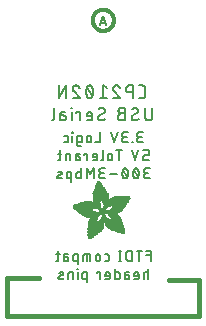
<source format=gbr>
G04 EAGLE Gerber RS-274X export*
G75*
%MOMM*%
%FSLAX34Y34*%
%LPD*%
%INSilkscreen Bottom*%
%IPPOS*%
%AMOC8*
5,1,8,0,0,1.08239X$1,22.5*%
G01*
%ADD10C,0.152400*%
%ADD11C,0.203200*%
%ADD12C,0.406400*%
%ADD13C,0.304800*%
%ADD14R,0.068600X0.007600*%
%ADD15R,0.114300X0.007600*%
%ADD16R,0.152400X0.007700*%
%ADD17R,0.182900X0.007600*%
%ADD18R,0.205700X0.007600*%
%ADD19R,0.228600X0.007600*%
%ADD20R,0.259100X0.007600*%
%ADD21R,0.274300X0.007700*%
%ADD22R,0.289500X0.007600*%
%ADD23R,0.304800X0.007600*%
%ADD24R,0.320100X0.007600*%
%ADD25R,0.342900X0.007600*%
%ADD26R,0.350500X0.007700*%
%ADD27R,0.365800X0.007600*%
%ADD28R,0.381000X0.007600*%
%ADD29R,0.388600X0.007600*%
%ADD30R,0.403800X0.007600*%
%ADD31R,0.419100X0.007700*%
%ADD32R,0.426700X0.007600*%
%ADD33R,0.441900X0.007600*%
%ADD34R,0.449600X0.007600*%
%ADD35R,0.464800X0.007600*%
%ADD36R,0.480000X0.007700*%
%ADD37R,0.487600X0.007600*%
%ADD38R,0.495300X0.007600*%
%ADD39R,0.510500X0.007600*%
%ADD40R,0.518100X0.007600*%
%ADD41R,0.525700X0.007700*%
%ADD42R,0.541000X0.007600*%
%ADD43R,0.548600X0.007600*%
%ADD44R,0.563800X0.007600*%
%ADD45R,0.571500X0.007600*%
%ADD46R,0.579100X0.007700*%
%ADD47R,0.594300X0.007600*%
%ADD48R,0.601900X0.007600*%
%ADD49R,0.609600X0.007600*%
%ADD50R,0.624800X0.007600*%
%ADD51R,0.632400X0.007700*%
%ADD52R,0.640000X0.007600*%
%ADD53R,0.655300X0.007600*%
%ADD54R,0.662900X0.007600*%
%ADD55R,0.678100X0.007600*%
%ADD56R,0.685800X0.007700*%
%ADD57R,0.693400X0.007600*%
%ADD58R,0.708600X0.007600*%
%ADD59R,0.716200X0.007600*%
%ADD60R,0.723900X0.007600*%
%ADD61R,0.739100X0.007700*%
%ADD62R,0.746700X0.007600*%
%ADD63R,0.754300X0.007600*%
%ADD64R,0.769600X0.007600*%
%ADD65R,0.777200X0.007600*%
%ADD66R,0.792400X0.007700*%
%ADD67R,0.800100X0.007600*%
%ADD68R,0.807700X0.007600*%
%ADD69R,0.822900X0.007600*%
%ADD70R,0.830500X0.007600*%
%ADD71R,0.838200X0.007700*%
%ADD72R,0.091500X0.007600*%
%ADD73R,0.853400X0.007600*%
%ADD74R,0.144700X0.007600*%
%ADD75R,0.861000X0.007600*%
%ADD76R,0.190500X0.007600*%
%ADD77R,0.876300X0.007600*%
%ADD78R,0.221000X0.007600*%
%ADD79R,0.883900X0.007600*%
%ADD80R,0.259000X0.007700*%
%ADD81R,0.891500X0.007700*%
%ADD82R,0.289600X0.007600*%
%ADD83R,0.906700X0.007600*%
%ADD84R,0.914400X0.007600*%
%ADD85R,0.350500X0.007600*%
%ADD86R,0.922000X0.007600*%
%ADD87R,0.937200X0.007600*%
%ADD88R,0.411400X0.007700*%
%ADD89R,0.944800X0.007700*%
%ADD90R,0.434300X0.007600*%
%ADD91R,0.952500X0.007600*%
%ADD92R,0.464900X0.007600*%
%ADD93R,0.967700X0.007600*%
%ADD94R,0.975300X0.007600*%
%ADD95R,0.518200X0.007600*%
%ADD96R,0.990600X0.007600*%
%ADD97R,0.548600X0.007700*%
%ADD98R,0.998200X0.007700*%
%ADD99R,1.005800X0.007600*%
%ADD100R,0.594400X0.007600*%
%ADD101R,1.021000X0.007600*%
%ADD102R,0.617200X0.007600*%
%ADD103R,1.028700X0.007600*%
%ADD104R,0.647700X0.007600*%
%ADD105R,1.036300X0.007600*%
%ADD106R,0.670500X0.007700*%
%ADD107R,1.051500X0.007700*%
%ADD108R,1.059100X0.007600*%
%ADD109R,0.716300X0.007600*%
%ADD110R,1.066800X0.007600*%
%ADD111R,0.739100X0.007600*%
%ADD112R,1.074400X0.007600*%
%ADD113R,0.762000X0.007600*%
%ADD114R,1.089600X0.007600*%
%ADD115R,0.784800X0.007700*%
%ADD116R,1.097200X0.007700*%
%ADD117R,1.104900X0.007600*%
%ADD118R,0.830600X0.007600*%
%ADD119R,1.112500X0.007600*%
%ADD120R,0.845800X0.007600*%
%ADD121R,1.120100X0.007600*%
%ADD122R,0.868700X0.007600*%
%ADD123R,1.127700X0.007600*%
%ADD124R,1.135300X0.007700*%
%ADD125R,1.143000X0.007600*%
%ADD126R,0.944900X0.007600*%
%ADD127R,1.150600X0.007600*%
%ADD128R,0.960100X0.007600*%
%ADD129R,1.158200X0.007600*%
%ADD130R,0.983000X0.007600*%
%ADD131R,1.165800X0.007600*%
%ADD132R,1.005900X0.007700*%
%ADD133R,1.173400X0.007700*%
%ADD134R,1.021100X0.007600*%
%ADD135R,1.181100X0.007600*%
%ADD136R,1.044000X0.007600*%
%ADD137R,1.188700X0.007600*%
%ADD138R,1.196300X0.007600*%
%ADD139R,1.082000X0.007600*%
%ADD140R,1.203900X0.007600*%
%ADD141R,1.104900X0.007700*%
%ADD142R,1.211500X0.007700*%
%ADD143R,1.211500X0.007600*%
%ADD144R,1.219200X0.007600*%
%ADD145R,1.226800X0.007600*%
%ADD146R,1.234400X0.007600*%
%ADD147R,1.188700X0.007700*%
%ADD148R,1.242000X0.007700*%
%ADD149R,1.242000X0.007600*%
%ADD150R,1.211600X0.007600*%
%ADD151R,1.249600X0.007600*%
%ADD152R,1.257300X0.007600*%
%ADD153R,1.264900X0.007600*%
%ADD154R,1.242100X0.007700*%
%ADD155R,1.264900X0.007700*%
%ADD156R,1.272500X0.007600*%
%ADD157R,1.265000X0.007600*%
%ADD158R,1.280100X0.007600*%
%ADD159R,1.272600X0.007600*%
%ADD160R,1.287700X0.007600*%
%ADD161R,1.287800X0.007600*%
%ADD162R,1.295400X0.007700*%
%ADD163R,1.303000X0.007600*%
%ADD164R,1.318200X0.007600*%
%ADD165R,1.310600X0.007600*%
%ADD166R,1.325900X0.007600*%
%ADD167R,1.341100X0.007700*%
%ADD168R,1.318200X0.007700*%
%ADD169R,1.341100X0.007600*%
%ADD170R,1.325800X0.007600*%
%ADD171R,1.348700X0.007600*%
%ADD172R,1.364000X0.007600*%
%ADD173R,1.333500X0.007600*%
%ADD174R,1.371600X0.007700*%
%ADD175R,1.379200X0.007600*%
%ADD176R,1.379300X0.007600*%
%ADD177R,1.386900X0.007600*%
%ADD178R,1.394500X0.007600*%
%ADD179R,1.356300X0.007600*%
%ADD180R,1.394400X0.007700*%
%ADD181R,1.356300X0.007700*%
%ADD182R,1.402000X0.007600*%
%ADD183R,1.409700X0.007600*%
%ADD184R,1.363900X0.007600*%
%ADD185R,1.417300X0.007600*%
%ADD186R,1.371600X0.007600*%
%ADD187R,1.424900X0.007700*%
%ADD188R,1.424900X0.007600*%
%ADD189R,1.432600X0.007600*%
%ADD190R,1.440200X0.007600*%
%ADD191R,1.386800X0.007600*%
%ADD192R,1.447800X0.007700*%
%ADD193R,1.386800X0.007700*%
%ADD194R,1.447800X0.007600*%
%ADD195R,1.455500X0.007600*%
%ADD196R,1.394400X0.007600*%
%ADD197R,1.463100X0.007600*%
%ADD198R,1.455400X0.007700*%
%ADD199R,1.463000X0.007600*%
%ADD200R,1.470600X0.007600*%
%ADD201R,1.470600X0.007700*%
%ADD202R,1.409700X0.007700*%
%ADD203R,1.470700X0.007600*%
%ADD204R,1.402100X0.007600*%
%ADD205R,1.478300X0.007600*%
%ADD206R,1.478300X0.007700*%
%ADD207R,1.402100X0.007700*%
%ADD208R,1.485900X0.007600*%
%ADD209R,1.485900X0.007700*%
%ADD210R,1.493500X0.007700*%
%ADD211R,1.493500X0.007600*%
%ADD212R,1.394500X0.007700*%
%ADD213R,1.493600X0.007700*%
%ADD214R,1.386900X0.007700*%
%ADD215R,1.379200X0.007700*%
%ADD216R,2.857500X0.007700*%
%ADD217R,2.857500X0.007600*%
%ADD218R,2.849900X0.007600*%
%ADD219R,2.842300X0.007600*%
%ADD220R,2.834700X0.007700*%
%ADD221R,2.827000X0.007600*%
%ADD222R,2.819400X0.007600*%
%ADD223R,2.811800X0.007600*%
%ADD224R,2.811800X0.007700*%
%ADD225R,2.804100X0.007600*%
%ADD226R,2.796500X0.007600*%
%ADD227R,1.966000X0.007600*%
%ADD228R,1.943100X0.007600*%
%ADD229R,0.754400X0.007600*%
%ADD230R,1.927900X0.007700*%
%ADD231R,0.746700X0.007700*%
%ADD232R,1.912600X0.007600*%
%ADD233R,0.731500X0.007600*%
%ADD234R,1.905000X0.007600*%
%ADD235R,1.882200X0.007600*%
%ADD236R,1.874600X0.007600*%
%ADD237R,1.866900X0.007700*%
%ADD238R,0.708700X0.007700*%
%ADD239R,1.851600X0.007600*%
%ADD240R,0.701100X0.007600*%
%ADD241R,1.844000X0.007600*%
%ADD242R,1.836400X0.007600*%
%ADD243R,1.821200X0.007600*%
%ADD244R,0.685800X0.007600*%
%ADD245R,1.813500X0.007700*%
%ADD246R,1.805900X0.007600*%
%ADD247R,0.678200X0.007600*%
%ADD248R,1.790700X0.007600*%
%ADD249R,0.670600X0.007600*%
%ADD250R,1.775500X0.007600*%
%ADD251R,1.767900X0.007700*%
%ADD252R,0.663000X0.007700*%
%ADD253R,1.760200X0.007600*%
%ADD254R,1.752600X0.007600*%
%ADD255R,0.937300X0.007600*%
%ADD256R,0.792500X0.007600*%
%ADD257R,0.899100X0.007600*%
%ADD258R,0.883900X0.007700*%
%ADD259R,0.716300X0.007700*%
%ADD260R,0.647700X0.007700*%
%ADD261R,0.640100X0.007600*%
%ADD262R,0.632500X0.007600*%
%ADD263R,0.655400X0.007600*%
%ADD264R,0.632400X0.007600*%
%ADD265R,0.845800X0.007700*%
%ADD266R,0.617200X0.007700*%
%ADD267R,0.624800X0.007700*%
%ADD268R,0.602000X0.007600*%
%ADD269R,0.838200X0.007600*%
%ADD270R,0.586700X0.007600*%
%ADD271R,0.548700X0.007600*%
%ADD272R,0.830500X0.007700*%
%ADD273R,0.541000X0.007700*%
%ADD274R,0.594300X0.007700*%
%ADD275R,0.525800X0.007600*%
%ADD276R,0.586800X0.007600*%
%ADD277R,0.815300X0.007600*%
%ADD278R,0.579200X0.007600*%
%ADD279R,0.815400X0.007600*%
%ADD280R,0.815400X0.007700*%
%ADD281R,0.571500X0.007700*%
%ADD282R,0.807800X0.007600*%
%ADD283R,0.563900X0.007600*%
%ADD284R,0.457200X0.007600*%
%ADD285R,0.442000X0.007600*%
%ADD286R,0.556300X0.007600*%
%ADD287R,0.807700X0.007700*%
%ADD288R,0.411500X0.007600*%
%ADD289R,0.533400X0.007600*%
%ADD290R,0.076200X0.007600*%
%ADD291R,0.403900X0.007600*%
%ADD292R,0.525700X0.007600*%
%ADD293R,0.388700X0.007600*%
%ADD294R,0.297200X0.007600*%
%ADD295R,0.373400X0.007700*%
%ADD296R,0.503000X0.007700*%
%ADD297R,0.426800X0.007700*%
%ADD298R,0.358100X0.007600*%
%ADD299R,0.502900X0.007600*%
%ADD300R,0.472400X0.007600*%
%ADD301R,0.487700X0.007600*%
%ADD302R,0.335300X0.007600*%
%ADD303R,0.792500X0.007700*%
%ADD304R,0.327600X0.007700*%
%ADD305R,0.472400X0.007700*%
%ADD306R,0.640000X0.007700*%
%ADD307R,0.784800X0.007600*%
%ADD308R,0.320000X0.007600*%
%ADD309R,0.792400X0.007600*%
%ADD310R,1.173400X0.007600*%
%ADD311R,1.196400X0.007600*%
%ADD312R,0.784900X0.007600*%
%ADD313R,0.784900X0.007700*%
%ADD314R,0.297200X0.007700*%
%ADD315R,1.249700X0.007600*%
%ADD316R,0.281900X0.007600*%
%ADD317R,1.295400X0.007600*%
%ADD318R,0.266700X0.007600*%
%ADD319R,0.777300X0.007700*%
%ADD320R,0.266700X0.007700*%
%ADD321R,1.333500X0.007700*%
%ADD322R,0.777300X0.007600*%
%ADD323R,1.348800X0.007600*%
%ADD324R,0.251500X0.007600*%
%ADD325R,0.243900X0.007700*%
%ADD326R,0.243900X0.007600*%
%ADD327R,1.440100X0.007600*%
%ADD328R,0.236200X0.007600*%
%ADD329R,0.762000X0.007700*%
%ADD330R,0.236200X0.007700*%
%ADD331R,1.508700X0.007700*%
%ADD332R,1.531600X0.007600*%
%ADD333R,1.546900X0.007600*%
%ADD334R,1.569700X0.007600*%
%ADD335R,1.585000X0.007600*%
%ADD336R,0.746800X0.007700*%
%ADD337R,1.607800X0.007700*%
%ADD338R,0.243800X0.007600*%
%ADD339R,1.630700X0.007600*%
%ADD340R,1.653500X0.007600*%
%ADD341R,0.739200X0.007600*%
%ADD342R,1.684000X0.007600*%
%ADD343R,2.019300X0.007600*%
%ADD344R,0.731500X0.007700*%
%ADD345R,2.026900X0.007700*%
%ADD346R,2.049800X0.007600*%
%ADD347R,2.057400X0.007600*%
%ADD348R,0.708700X0.007600*%
%ADD349R,2.072600X0.007600*%
%ADD350R,0.701000X0.007600*%
%ADD351R,2.095500X0.007600*%
%ADD352R,0.693500X0.007700*%
%ADD353R,2.110800X0.007700*%
%ADD354R,2.141200X0.007600*%
%ADD355R,0.060900X0.007600*%
%ADD356R,2.872700X0.007600*%
%ADD357R,3.124200X0.007600*%
%ADD358R,3.177600X0.007600*%
%ADD359R,3.215600X0.007700*%
%ADD360R,3.253700X0.007600*%
%ADD361R,3.284300X0.007600*%
%ADD362R,3.314700X0.007600*%
%ADD363R,3.352800X0.007600*%
%ADD364R,3.375600X0.007700*%
%ADD365R,3.406200X0.007600*%
%ADD366R,3.429000X0.007600*%
%ADD367R,3.451800X0.007600*%
%ADD368R,3.482400X0.007600*%
%ADD369R,1.828800X0.007700*%
%ADD370R,1.539300X0.007700*%
%ADD371R,1.767900X0.007600*%
%ADD372R,1.767800X0.007600*%
%ADD373R,1.760200X0.007700*%
%ADD374R,1.760300X0.007600*%
%ADD375R,1.775400X0.007700*%
%ADD376R,1.379300X0.007700*%
%ADD377R,1.783000X0.007600*%
%ADD378R,1.813500X0.007600*%
%ADD379R,1.821100X0.007700*%
%ADD380R,0.503000X0.007600*%
%ADD381R,1.135400X0.007600*%
%ADD382R,1.127700X0.007700*%
%ADD383R,0.487700X0.007700*%
%ADD384R,1.120200X0.007600*%
%ADD385R,1.097300X0.007600*%
%ADD386R,0.510600X0.007600*%
%ADD387R,1.074400X0.007700*%
%ADD388R,0.525800X0.007700*%
%ADD389R,1.440200X0.007700*%
%ADD390R,1.059200X0.007600*%
%ADD391R,1.051600X0.007600*%
%ADD392R,1.051500X0.007600*%
%ADD393R,1.043900X0.007700*%
%ADD394R,0.602000X0.007700*%
%ADD395R,1.524000X0.007600*%
%ADD396R,1.539300X0.007600*%
%ADD397R,1.592600X0.007600*%
%ADD398R,1.021100X0.007700*%
%ADD399R,1.615400X0.007700*%
%ADD400R,1.013400X0.007600*%
%ADD401R,1.653600X0.007600*%
%ADD402R,1.013500X0.007600*%
%ADD403R,1.699300X0.007600*%
%ADD404R,2.743200X0.007600*%
%ADD405R,1.005900X0.007600*%
%ADD406R,2.415500X0.007600*%
%ADD407R,1.005800X0.007700*%
%ADD408R,0.281900X0.007700*%
%ADD409R,2.408000X0.007700*%
%ADD410R,2.407900X0.007600*%
%ADD411R,0.998200X0.007600*%
%ADD412R,0.282000X0.007600*%
%ADD413R,0.998300X0.007600*%
%ADD414R,2.400300X0.007600*%
%ADD415R,0.289500X0.007700*%
%ADD416R,2.400300X0.007700*%
%ADD417R,0.297100X0.007600*%
%ADD418R,0.312400X0.007600*%
%ADD419R,2.392700X0.007600*%
%ADD420R,0.990600X0.007700*%
%ADD421R,0.327700X0.007700*%
%ADD422R,2.392700X0.007700*%
%ADD423R,2.385100X0.007600*%
%ADD424R,0.381000X0.007700*%
%ADD425R,2.377400X0.007700*%
%ADD426R,2.377400X0.007600*%
%ADD427R,2.369800X0.007600*%
%ADD428R,0.419100X0.007600*%
%ADD429R,2.362200X0.007600*%
%ADD430R,0.426800X0.007600*%
%ADD431R,1.036300X0.007700*%
%ADD432R,0.442000X0.007700*%
%ADD433R,2.354600X0.007700*%
%ADD434R,2.354600X0.007600*%
%ADD435R,0.480100X0.007600*%
%ADD436R,2.347000X0.007600*%
%ADD437R,1.074500X0.007600*%
%ADD438R,2.339400X0.007600*%
%ADD439R,1.082100X0.007700*%
%ADD440R,0.548700X0.007700*%
%ADD441R,2.331800X0.007700*%
%ADD442R,2.331800X0.007600*%
%ADD443R,0.624900X0.007600*%
%ADD444R,2.324100X0.007600*%
%ADD445R,1.859300X0.007600*%
%ADD446R,2.308800X0.007600*%
%ADD447R,2.301200X0.007700*%
%ADD448R,2.301200X0.007600*%
%ADD449R,2.293600X0.007600*%
%ADD450R,2.278400X0.007600*%
%ADD451R,1.889800X0.007600*%
%ADD452R,2.270700X0.007600*%
%ADD453R,1.897400X0.007700*%
%ADD454R,2.255500X0.007700*%
%ADD455R,1.897400X0.007600*%
%ADD456R,2.247900X0.007600*%
%ADD457R,2.232600X0.007600*%
%ADD458R,1.912700X0.007600*%
%ADD459R,2.209800X0.007600*%
%ADD460R,1.920300X0.007600*%
%ADD461R,2.186900X0.007600*%
%ADD462R,1.920300X0.007700*%
%ADD463R,2.171700X0.007700*%
%ADD464R,1.935500X0.007600*%
%ADD465R,2.148800X0.007600*%
%ADD466R,2.126000X0.007600*%
%ADD467R,1.950700X0.007600*%
%ADD468R,1.958400X0.007700*%
%ADD469R,2.042200X0.007700*%
%ADD470R,1.973600X0.007600*%
%ADD471R,1.996500X0.007600*%
%ADD472R,1.981200X0.007600*%
%ADD473R,1.988800X0.007600*%
%ADD474R,1.996400X0.007700*%
%ADD475R,1.996400X0.007600*%
%ADD476R,2.004100X0.007600*%
%ADD477R,1.874500X0.007600*%
%ADD478R,1.425000X0.007600*%
%ADD479R,2.026900X0.007600*%
%ADD480R,0.434400X0.007700*%
%ADD481R,1.364000X0.007700*%
%ADD482R,2.034500X0.007600*%
%ADD483R,0.434400X0.007600*%
%ADD484R,2.049700X0.007600*%
%ADD485R,2.065000X0.007700*%
%ADD486R,0.464800X0.007700*%
%ADD487R,1.196300X0.007700*%
%ADD488R,2.080300X0.007600*%
%ADD489R,1.158300X0.007600*%
%ADD490R,2.087900X0.007600*%
%ADD491R,0.472500X0.007600*%
%ADD492R,2.103100X0.007600*%
%ADD493R,2.118400X0.007600*%
%ADD494R,2.133600X0.007600*%
%ADD495R,2.148800X0.007700*%
%ADD496R,2.164000X0.007600*%
%ADD497R,2.171700X0.007600*%
%ADD498R,2.187000X0.007600*%
%ADD499R,0.556200X0.007600*%
%ADD500R,2.202200X0.007700*%
%ADD501R,0.556200X0.007700*%
%ADD502R,0.640100X0.007700*%
%ADD503R,0.579100X0.007600*%
%ADD504R,0.480000X0.007600*%
%ADD505R,1.752600X0.007700*%
%ADD506R,0.487600X0.007700*%
%ADD507R,0.594400X0.007700*%
%ADD508R,0.358100X0.007700*%
%ADD509R,0.099000X0.007600*%
%ADD510R,1.280200X0.007600*%
%ADD511R,1.745000X0.007600*%
%ADD512R,1.744900X0.007600*%
%ADD513R,1.737300X0.007700*%
%ADD514R,1.737400X0.007600*%
%ADD515R,1.729800X0.007600*%
%ADD516R,1.722200X0.007600*%
%ADD517R,1.722100X0.007600*%
%ADD518R,1.714500X0.007700*%
%ADD519R,1.356400X0.007700*%
%ADD520R,1.706900X0.007600*%
%ADD521R,1.356400X0.007600*%
%ADD522R,1.691700X0.007600*%
%ADD523R,1.668800X0.007700*%
%ADD524R,1.645900X0.007600*%
%ADD525R,1.623100X0.007600*%
%ADD526R,1.577400X0.007600*%
%ADD527R,1.554400X0.007600*%
%ADD528R,1.539200X0.007600*%
%ADD529R,1.524000X0.007700*%
%ADD530R,1.501100X0.007600*%
%ADD531R,1.455400X0.007600*%
%ADD532R,1.348800X0.007700*%
%ADD533R,1.318300X0.007600*%
%ADD534R,1.310600X0.007700*%
%ADD535R,1.287800X0.007700*%
%ADD536R,1.234500X0.007600*%
%ADD537R,1.226900X0.007600*%
%ADD538R,1.173500X0.007700*%
%ADD539R,1.173500X0.007600*%
%ADD540R,1.165900X0.007600*%
%ADD541R,1.143000X0.007700*%
%ADD542R,1.127800X0.007600*%
%ADD543R,1.097200X0.007600*%
%ADD544R,1.028700X0.007700*%
%ADD545R,0.982900X0.007600*%
%ADD546R,0.952500X0.007700*%
%ADD547R,0.929600X0.007600*%
%ADD548R,0.906800X0.007700*%
%ADD549R,0.906800X0.007600*%
%ADD550R,0.899200X0.007600*%
%ADD551R,0.884000X0.007600*%
%ADD552R,0.876300X0.007700*%
%ADD553R,0.830600X0.007700*%
%ADD554R,0.754400X0.007700*%
%ADD555R,0.746800X0.007600*%
%ADD556R,0.708600X0.007700*%
%ADD557R,0.678200X0.007700*%
%ADD558R,0.663000X0.007600*%
%ADD559R,0.632500X0.007700*%
%ADD560R,0.556300X0.007700*%
%ADD561R,0.518200X0.007700*%
%ADD562R,0.434300X0.007700*%
%ADD563R,0.396300X0.007700*%
%ADD564R,0.373300X0.007600*%
%ADD565R,0.365700X0.007600*%
%ADD566R,0.327700X0.007600*%
%ADD567R,0.304800X0.007700*%
%ADD568R,0.274300X0.007600*%
%ADD569R,0.243800X0.007700*%
%ADD570R,0.205800X0.007600*%
%ADD571R,0.152400X0.007600*%
%ADD572R,0.121900X0.007700*%


D10*
X122373Y154432D02*
X119975Y154432D01*
X119878Y154434D01*
X119782Y154440D01*
X119686Y154449D01*
X119590Y154463D01*
X119495Y154480D01*
X119401Y154502D01*
X119308Y154527D01*
X119215Y154555D01*
X119124Y154588D01*
X119035Y154624D01*
X118947Y154664D01*
X118860Y154707D01*
X118775Y154753D01*
X118693Y154803D01*
X118612Y154857D01*
X118534Y154913D01*
X118458Y154973D01*
X118384Y155035D01*
X118313Y155101D01*
X118245Y155169D01*
X118179Y155240D01*
X118117Y155314D01*
X118057Y155390D01*
X118001Y155468D01*
X117947Y155549D01*
X117897Y155632D01*
X117851Y155716D01*
X117808Y155803D01*
X117768Y155891D01*
X117732Y155980D01*
X117699Y156071D01*
X117671Y156164D01*
X117646Y156257D01*
X117624Y156351D01*
X117607Y156446D01*
X117593Y156542D01*
X117584Y156638D01*
X117578Y156734D01*
X117576Y156831D01*
X117578Y156928D01*
X117584Y157024D01*
X117593Y157120D01*
X117607Y157216D01*
X117624Y157311D01*
X117646Y157405D01*
X117671Y157498D01*
X117699Y157591D01*
X117732Y157682D01*
X117768Y157771D01*
X117808Y157859D01*
X117851Y157946D01*
X117897Y158031D01*
X117947Y158113D01*
X118001Y158194D01*
X118057Y158272D01*
X118117Y158348D01*
X118179Y158422D01*
X118245Y158493D01*
X118313Y158561D01*
X118384Y158627D01*
X118458Y158689D01*
X118534Y158749D01*
X118612Y158805D01*
X118693Y158859D01*
X118776Y158909D01*
X118860Y158955D01*
X118947Y158998D01*
X119035Y159038D01*
X119124Y159074D01*
X119215Y159107D01*
X119308Y159135D01*
X119401Y159160D01*
X119495Y159182D01*
X119590Y159199D01*
X119686Y159213D01*
X119782Y159222D01*
X119878Y159228D01*
X119975Y159230D01*
X119495Y163068D02*
X122373Y163068D01*
X119495Y163068D02*
X119409Y163066D01*
X119323Y163060D01*
X119237Y163051D01*
X119152Y163037D01*
X119068Y163020D01*
X118984Y162999D01*
X118902Y162974D01*
X118821Y162946D01*
X118741Y162914D01*
X118662Y162878D01*
X118586Y162839D01*
X118511Y162796D01*
X118438Y162751D01*
X118367Y162702D01*
X118299Y162649D01*
X118232Y162594D01*
X118169Y162536D01*
X118108Y162475D01*
X118050Y162412D01*
X117995Y162345D01*
X117942Y162277D01*
X117893Y162206D01*
X117848Y162133D01*
X117805Y162058D01*
X117766Y161982D01*
X117730Y161903D01*
X117698Y161823D01*
X117670Y161742D01*
X117645Y161660D01*
X117624Y161576D01*
X117607Y161492D01*
X117593Y161407D01*
X117584Y161321D01*
X117578Y161235D01*
X117576Y161149D01*
X117578Y161063D01*
X117584Y160977D01*
X117593Y160891D01*
X117607Y160806D01*
X117624Y160722D01*
X117645Y160638D01*
X117670Y160556D01*
X117698Y160475D01*
X117730Y160395D01*
X117766Y160316D01*
X117805Y160240D01*
X117848Y160165D01*
X117893Y160092D01*
X117942Y160021D01*
X117995Y159953D01*
X118050Y159886D01*
X118108Y159823D01*
X118169Y159762D01*
X118232Y159704D01*
X118299Y159649D01*
X118367Y159596D01*
X118438Y159547D01*
X118511Y159502D01*
X118586Y159459D01*
X118662Y159420D01*
X118741Y159384D01*
X118821Y159352D01*
X118902Y159324D01*
X118984Y159299D01*
X119068Y159278D01*
X119152Y159261D01*
X119237Y159247D01*
X119323Y159238D01*
X119409Y159232D01*
X119495Y159230D01*
X121414Y159230D01*
X113814Y154912D02*
X113814Y154432D01*
X113814Y154912D02*
X113334Y154912D01*
X113334Y154432D01*
X113814Y154432D01*
X109572Y154432D02*
X107173Y154432D01*
X107076Y154434D01*
X106980Y154440D01*
X106884Y154449D01*
X106788Y154463D01*
X106693Y154480D01*
X106599Y154502D01*
X106506Y154527D01*
X106413Y154555D01*
X106322Y154588D01*
X106233Y154624D01*
X106145Y154664D01*
X106058Y154707D01*
X105973Y154753D01*
X105891Y154803D01*
X105810Y154857D01*
X105732Y154913D01*
X105656Y154973D01*
X105582Y155035D01*
X105511Y155101D01*
X105443Y155169D01*
X105377Y155240D01*
X105315Y155314D01*
X105255Y155390D01*
X105199Y155468D01*
X105145Y155549D01*
X105095Y155632D01*
X105049Y155716D01*
X105006Y155803D01*
X104966Y155891D01*
X104930Y155980D01*
X104897Y156071D01*
X104869Y156164D01*
X104844Y156257D01*
X104822Y156351D01*
X104805Y156446D01*
X104791Y156542D01*
X104782Y156638D01*
X104776Y156734D01*
X104774Y156831D01*
X104776Y156928D01*
X104782Y157024D01*
X104791Y157120D01*
X104805Y157216D01*
X104822Y157311D01*
X104844Y157405D01*
X104869Y157498D01*
X104897Y157591D01*
X104930Y157682D01*
X104966Y157771D01*
X105006Y157859D01*
X105049Y157946D01*
X105095Y158031D01*
X105145Y158113D01*
X105199Y158194D01*
X105255Y158272D01*
X105315Y158348D01*
X105377Y158422D01*
X105443Y158493D01*
X105511Y158561D01*
X105582Y158627D01*
X105656Y158689D01*
X105732Y158749D01*
X105810Y158805D01*
X105891Y158859D01*
X105974Y158909D01*
X106058Y158955D01*
X106145Y158998D01*
X106233Y159038D01*
X106322Y159074D01*
X106413Y159107D01*
X106506Y159135D01*
X106599Y159160D01*
X106693Y159182D01*
X106788Y159199D01*
X106884Y159213D01*
X106980Y159222D01*
X107076Y159228D01*
X107173Y159230D01*
X106693Y163068D02*
X109572Y163068D01*
X106693Y163068D02*
X106607Y163066D01*
X106521Y163060D01*
X106435Y163051D01*
X106350Y163037D01*
X106266Y163020D01*
X106182Y162999D01*
X106100Y162974D01*
X106019Y162946D01*
X105939Y162914D01*
X105860Y162878D01*
X105784Y162839D01*
X105709Y162796D01*
X105636Y162751D01*
X105565Y162702D01*
X105497Y162649D01*
X105430Y162594D01*
X105367Y162536D01*
X105306Y162475D01*
X105248Y162412D01*
X105193Y162345D01*
X105140Y162277D01*
X105091Y162206D01*
X105046Y162133D01*
X105003Y162058D01*
X104964Y161982D01*
X104928Y161903D01*
X104896Y161823D01*
X104868Y161742D01*
X104843Y161660D01*
X104822Y161576D01*
X104805Y161492D01*
X104791Y161407D01*
X104782Y161321D01*
X104776Y161235D01*
X104774Y161149D01*
X104776Y161063D01*
X104782Y160977D01*
X104791Y160891D01*
X104805Y160806D01*
X104822Y160722D01*
X104843Y160638D01*
X104868Y160556D01*
X104896Y160475D01*
X104928Y160395D01*
X104964Y160316D01*
X105003Y160240D01*
X105046Y160165D01*
X105091Y160092D01*
X105140Y160021D01*
X105193Y159953D01*
X105248Y159886D01*
X105306Y159823D01*
X105367Y159762D01*
X105430Y159704D01*
X105497Y159649D01*
X105565Y159596D01*
X105636Y159547D01*
X105709Y159502D01*
X105784Y159459D01*
X105860Y159420D01*
X105939Y159384D01*
X106019Y159352D01*
X106100Y159324D01*
X106182Y159299D01*
X106266Y159278D01*
X106350Y159261D01*
X106435Y159247D01*
X106521Y159238D01*
X106607Y159232D01*
X106693Y159230D01*
X108612Y159230D01*
X100908Y163068D02*
X98029Y154432D01*
X95150Y163068D01*
X86076Y163068D02*
X86076Y154432D01*
X82238Y154432D01*
X78612Y156351D02*
X78612Y158270D01*
X78610Y158356D01*
X78604Y158442D01*
X78595Y158528D01*
X78581Y158613D01*
X78564Y158697D01*
X78543Y158781D01*
X78518Y158863D01*
X78490Y158944D01*
X78458Y159024D01*
X78422Y159103D01*
X78383Y159179D01*
X78340Y159254D01*
X78295Y159327D01*
X78246Y159398D01*
X78193Y159466D01*
X78138Y159533D01*
X78080Y159596D01*
X78019Y159657D01*
X77956Y159715D01*
X77889Y159770D01*
X77821Y159823D01*
X77750Y159872D01*
X77677Y159917D01*
X77602Y159960D01*
X77526Y159999D01*
X77447Y160035D01*
X77367Y160067D01*
X77286Y160095D01*
X77204Y160120D01*
X77120Y160141D01*
X77036Y160158D01*
X76951Y160172D01*
X76865Y160181D01*
X76779Y160187D01*
X76693Y160189D01*
X76607Y160187D01*
X76521Y160181D01*
X76435Y160172D01*
X76350Y160158D01*
X76266Y160141D01*
X76182Y160120D01*
X76100Y160095D01*
X76019Y160067D01*
X75939Y160035D01*
X75860Y159999D01*
X75784Y159960D01*
X75709Y159917D01*
X75636Y159872D01*
X75565Y159823D01*
X75497Y159770D01*
X75430Y159715D01*
X75367Y159657D01*
X75306Y159596D01*
X75248Y159533D01*
X75193Y159466D01*
X75140Y159398D01*
X75091Y159327D01*
X75046Y159254D01*
X75003Y159179D01*
X74964Y159103D01*
X74928Y159024D01*
X74896Y158944D01*
X74868Y158863D01*
X74843Y158781D01*
X74822Y158697D01*
X74805Y158613D01*
X74791Y158528D01*
X74782Y158442D01*
X74776Y158356D01*
X74774Y158270D01*
X74774Y156351D01*
X74776Y156265D01*
X74782Y156179D01*
X74791Y156093D01*
X74805Y156008D01*
X74822Y155924D01*
X74843Y155840D01*
X74868Y155758D01*
X74896Y155677D01*
X74928Y155597D01*
X74964Y155518D01*
X75003Y155442D01*
X75046Y155367D01*
X75091Y155294D01*
X75140Y155223D01*
X75193Y155155D01*
X75248Y155088D01*
X75306Y155025D01*
X75367Y154964D01*
X75430Y154906D01*
X75497Y154851D01*
X75565Y154798D01*
X75636Y154749D01*
X75709Y154704D01*
X75784Y154661D01*
X75860Y154622D01*
X75939Y154586D01*
X76019Y154554D01*
X76100Y154526D01*
X76182Y154501D01*
X76266Y154480D01*
X76350Y154463D01*
X76435Y154449D01*
X76521Y154440D01*
X76607Y154434D01*
X76693Y154432D01*
X76779Y154434D01*
X76865Y154440D01*
X76951Y154449D01*
X77036Y154463D01*
X77120Y154480D01*
X77204Y154501D01*
X77286Y154526D01*
X77367Y154554D01*
X77447Y154586D01*
X77526Y154622D01*
X77602Y154661D01*
X77677Y154704D01*
X77750Y154749D01*
X77821Y154798D01*
X77889Y154851D01*
X77956Y154906D01*
X78019Y154964D01*
X78080Y155025D01*
X78138Y155088D01*
X78193Y155155D01*
X78246Y155223D01*
X78295Y155294D01*
X78340Y155367D01*
X78383Y155442D01*
X78422Y155518D01*
X78458Y155597D01*
X78490Y155677D01*
X78518Y155758D01*
X78543Y155840D01*
X78564Y155924D01*
X78581Y156008D01*
X78595Y156093D01*
X78604Y156179D01*
X78610Y156265D01*
X78612Y156351D01*
X69316Y154432D02*
X66917Y154432D01*
X69316Y154432D02*
X69391Y154434D01*
X69466Y154440D01*
X69541Y154450D01*
X69615Y154463D01*
X69688Y154481D01*
X69761Y154502D01*
X69832Y154528D01*
X69901Y154556D01*
X69969Y154589D01*
X70036Y154625D01*
X70100Y154664D01*
X70162Y154707D01*
X70222Y154753D01*
X70279Y154802D01*
X70334Y154853D01*
X70385Y154908D01*
X70434Y154965D01*
X70480Y155025D01*
X70523Y155087D01*
X70562Y155152D01*
X70598Y155218D01*
X70631Y155286D01*
X70659Y155355D01*
X70685Y155426D01*
X70706Y155499D01*
X70724Y155572D01*
X70737Y155646D01*
X70747Y155721D01*
X70753Y155796D01*
X70755Y155871D01*
X70755Y158750D01*
X70753Y158825D01*
X70747Y158900D01*
X70737Y158975D01*
X70724Y159049D01*
X70706Y159122D01*
X70685Y159195D01*
X70659Y159266D01*
X70631Y159335D01*
X70598Y159403D01*
X70562Y159470D01*
X70523Y159534D01*
X70480Y159596D01*
X70434Y159656D01*
X70385Y159713D01*
X70334Y159768D01*
X70279Y159819D01*
X70222Y159868D01*
X70162Y159914D01*
X70100Y159957D01*
X70036Y159996D01*
X69969Y160032D01*
X69901Y160065D01*
X69832Y160093D01*
X69761Y160119D01*
X69688Y160140D01*
X69615Y160158D01*
X69541Y160171D01*
X69466Y160181D01*
X69391Y160187D01*
X69316Y160189D01*
X66917Y160189D01*
X66917Y152993D01*
X66919Y152918D01*
X66925Y152843D01*
X66935Y152768D01*
X66948Y152694D01*
X66966Y152621D01*
X66987Y152548D01*
X67013Y152477D01*
X67041Y152408D01*
X67074Y152340D01*
X67110Y152274D01*
X67149Y152209D01*
X67192Y152147D01*
X67238Y152087D01*
X67287Y152030D01*
X67338Y151975D01*
X67393Y151924D01*
X67450Y151875D01*
X67510Y151829D01*
X67572Y151786D01*
X67637Y151747D01*
X67703Y151711D01*
X67771Y151678D01*
X67840Y151650D01*
X67911Y151624D01*
X67984Y151603D01*
X68057Y151585D01*
X68131Y151572D01*
X68206Y151562D01*
X68281Y151556D01*
X68356Y151554D01*
X68356Y151553D02*
X70275Y151553D01*
X62672Y154432D02*
X62672Y160189D01*
X62912Y162588D02*
X62912Y163068D01*
X62433Y163068D01*
X62433Y162588D01*
X62912Y162588D01*
X57346Y154432D02*
X55427Y154432D01*
X57346Y154432D02*
X57421Y154434D01*
X57496Y154440D01*
X57571Y154450D01*
X57645Y154463D01*
X57718Y154481D01*
X57791Y154502D01*
X57862Y154528D01*
X57931Y154556D01*
X57999Y154589D01*
X58066Y154625D01*
X58130Y154664D01*
X58192Y154707D01*
X58252Y154753D01*
X58309Y154802D01*
X58364Y154853D01*
X58415Y154908D01*
X58464Y154965D01*
X58510Y155025D01*
X58553Y155087D01*
X58592Y155152D01*
X58628Y155218D01*
X58661Y155286D01*
X58689Y155355D01*
X58715Y155426D01*
X58736Y155499D01*
X58754Y155572D01*
X58767Y155646D01*
X58777Y155721D01*
X58783Y155796D01*
X58785Y155871D01*
X58785Y158750D01*
X58783Y158825D01*
X58777Y158900D01*
X58767Y158975D01*
X58754Y159049D01*
X58736Y159122D01*
X58715Y159195D01*
X58689Y159266D01*
X58661Y159335D01*
X58628Y159403D01*
X58592Y159470D01*
X58553Y159534D01*
X58510Y159596D01*
X58464Y159656D01*
X58415Y159713D01*
X58364Y159768D01*
X58309Y159819D01*
X58252Y159868D01*
X58192Y159914D01*
X58130Y159957D01*
X58066Y159996D01*
X57999Y160032D01*
X57931Y160065D01*
X57862Y160093D01*
X57791Y160119D01*
X57718Y160140D01*
X57645Y160158D01*
X57571Y160171D01*
X57496Y160181D01*
X57421Y160187D01*
X57346Y160189D01*
X55427Y160189D01*
X124463Y139192D02*
X127342Y139192D01*
X124463Y139192D02*
X124377Y139194D01*
X124291Y139200D01*
X124205Y139209D01*
X124120Y139223D01*
X124036Y139240D01*
X123952Y139261D01*
X123870Y139286D01*
X123789Y139314D01*
X123709Y139346D01*
X123630Y139382D01*
X123554Y139421D01*
X123479Y139464D01*
X123406Y139509D01*
X123335Y139558D01*
X123267Y139611D01*
X123200Y139666D01*
X123137Y139724D01*
X123076Y139785D01*
X123018Y139848D01*
X122963Y139915D01*
X122910Y139983D01*
X122861Y140054D01*
X122816Y140127D01*
X122773Y140202D01*
X122734Y140278D01*
X122698Y140357D01*
X122666Y140437D01*
X122638Y140518D01*
X122613Y140600D01*
X122592Y140684D01*
X122575Y140768D01*
X122561Y140853D01*
X122552Y140939D01*
X122546Y141025D01*
X122544Y141111D01*
X122544Y142071D01*
X122546Y142157D01*
X122552Y142243D01*
X122561Y142329D01*
X122575Y142414D01*
X122592Y142498D01*
X122613Y142582D01*
X122638Y142664D01*
X122666Y142745D01*
X122698Y142825D01*
X122734Y142904D01*
X122773Y142980D01*
X122816Y143055D01*
X122861Y143128D01*
X122911Y143199D01*
X122963Y143267D01*
X123018Y143334D01*
X123076Y143397D01*
X123137Y143458D01*
X123200Y143516D01*
X123267Y143571D01*
X123335Y143624D01*
X123406Y143673D01*
X123479Y143718D01*
X123554Y143761D01*
X123630Y143800D01*
X123709Y143836D01*
X123789Y143868D01*
X123870Y143896D01*
X123953Y143921D01*
X124036Y143942D01*
X124120Y143959D01*
X124205Y143973D01*
X124291Y143982D01*
X124377Y143988D01*
X124463Y143990D01*
X127342Y143990D01*
X127342Y147828D01*
X122544Y147828D01*
X118678Y147828D02*
X115799Y139192D01*
X112920Y147828D01*
X102388Y147828D02*
X102388Y139192D01*
X104787Y147828D02*
X99989Y147828D01*
X96382Y143030D02*
X96382Y141111D01*
X96382Y143030D02*
X96380Y143116D01*
X96374Y143202D01*
X96365Y143288D01*
X96351Y143373D01*
X96334Y143457D01*
X96313Y143541D01*
X96288Y143623D01*
X96260Y143704D01*
X96228Y143784D01*
X96192Y143863D01*
X96153Y143939D01*
X96110Y144014D01*
X96065Y144087D01*
X96016Y144158D01*
X95963Y144226D01*
X95908Y144293D01*
X95850Y144356D01*
X95789Y144417D01*
X95726Y144475D01*
X95659Y144530D01*
X95591Y144583D01*
X95520Y144632D01*
X95447Y144677D01*
X95372Y144720D01*
X95296Y144759D01*
X95217Y144795D01*
X95137Y144827D01*
X95056Y144855D01*
X94974Y144880D01*
X94890Y144901D01*
X94806Y144918D01*
X94721Y144932D01*
X94635Y144941D01*
X94549Y144947D01*
X94463Y144949D01*
X94377Y144947D01*
X94291Y144941D01*
X94205Y144932D01*
X94120Y144918D01*
X94036Y144901D01*
X93952Y144880D01*
X93870Y144855D01*
X93789Y144827D01*
X93709Y144795D01*
X93630Y144759D01*
X93554Y144720D01*
X93479Y144677D01*
X93406Y144632D01*
X93335Y144583D01*
X93267Y144530D01*
X93200Y144475D01*
X93137Y144417D01*
X93076Y144356D01*
X93018Y144293D01*
X92963Y144226D01*
X92910Y144158D01*
X92861Y144087D01*
X92816Y144014D01*
X92773Y143939D01*
X92734Y143863D01*
X92698Y143784D01*
X92666Y143704D01*
X92638Y143623D01*
X92613Y143541D01*
X92592Y143457D01*
X92575Y143373D01*
X92561Y143288D01*
X92552Y143202D01*
X92546Y143116D01*
X92544Y143030D01*
X92544Y141111D01*
X92546Y141025D01*
X92552Y140939D01*
X92561Y140853D01*
X92575Y140768D01*
X92592Y140684D01*
X92613Y140600D01*
X92638Y140518D01*
X92666Y140437D01*
X92698Y140357D01*
X92734Y140278D01*
X92773Y140202D01*
X92816Y140127D01*
X92861Y140054D01*
X92910Y139983D01*
X92963Y139915D01*
X93018Y139848D01*
X93076Y139785D01*
X93137Y139724D01*
X93200Y139666D01*
X93267Y139611D01*
X93335Y139558D01*
X93406Y139509D01*
X93479Y139464D01*
X93554Y139421D01*
X93630Y139382D01*
X93709Y139346D01*
X93789Y139314D01*
X93870Y139286D01*
X93952Y139261D01*
X94036Y139240D01*
X94120Y139223D01*
X94205Y139209D01*
X94291Y139200D01*
X94377Y139194D01*
X94463Y139192D01*
X94549Y139194D01*
X94635Y139200D01*
X94721Y139209D01*
X94806Y139223D01*
X94890Y139240D01*
X94974Y139261D01*
X95056Y139286D01*
X95137Y139314D01*
X95217Y139346D01*
X95296Y139382D01*
X95372Y139421D01*
X95447Y139464D01*
X95520Y139509D01*
X95591Y139558D01*
X95659Y139611D01*
X95726Y139666D01*
X95789Y139724D01*
X95850Y139785D01*
X95908Y139848D01*
X95963Y139915D01*
X96016Y139983D01*
X96065Y140054D01*
X96110Y140127D01*
X96153Y140202D01*
X96192Y140278D01*
X96228Y140357D01*
X96260Y140437D01*
X96288Y140518D01*
X96313Y140600D01*
X96334Y140684D01*
X96351Y140768D01*
X96365Y140853D01*
X96374Y140939D01*
X96380Y141025D01*
X96382Y141111D01*
X88419Y140631D02*
X88419Y147828D01*
X88418Y140631D02*
X88416Y140556D01*
X88410Y140481D01*
X88400Y140406D01*
X88387Y140332D01*
X88369Y140259D01*
X88348Y140186D01*
X88322Y140115D01*
X88294Y140046D01*
X88261Y139978D01*
X88225Y139912D01*
X88186Y139847D01*
X88143Y139785D01*
X88097Y139725D01*
X88048Y139668D01*
X87997Y139613D01*
X87942Y139562D01*
X87885Y139513D01*
X87825Y139467D01*
X87763Y139424D01*
X87699Y139385D01*
X87632Y139349D01*
X87564Y139316D01*
X87495Y139288D01*
X87424Y139262D01*
X87351Y139241D01*
X87278Y139223D01*
X87204Y139210D01*
X87129Y139200D01*
X87054Y139194D01*
X86979Y139192D01*
X82141Y139192D02*
X79742Y139192D01*
X82141Y139192D02*
X82216Y139194D01*
X82291Y139200D01*
X82366Y139210D01*
X82440Y139223D01*
X82513Y139241D01*
X82586Y139262D01*
X82657Y139288D01*
X82726Y139316D01*
X82794Y139349D01*
X82861Y139385D01*
X82925Y139424D01*
X82987Y139467D01*
X83047Y139513D01*
X83104Y139562D01*
X83159Y139613D01*
X83210Y139668D01*
X83259Y139725D01*
X83305Y139785D01*
X83348Y139847D01*
X83387Y139912D01*
X83423Y139978D01*
X83456Y140046D01*
X83484Y140115D01*
X83510Y140186D01*
X83531Y140259D01*
X83549Y140332D01*
X83562Y140406D01*
X83572Y140481D01*
X83578Y140556D01*
X83580Y140631D01*
X83581Y140631D02*
X83581Y143030D01*
X83579Y143116D01*
X83573Y143202D01*
X83564Y143288D01*
X83550Y143373D01*
X83533Y143457D01*
X83512Y143541D01*
X83487Y143623D01*
X83459Y143704D01*
X83427Y143784D01*
X83391Y143863D01*
X83352Y143939D01*
X83309Y144014D01*
X83264Y144087D01*
X83215Y144158D01*
X83162Y144226D01*
X83107Y144293D01*
X83049Y144356D01*
X82988Y144417D01*
X82925Y144475D01*
X82858Y144530D01*
X82790Y144583D01*
X82719Y144632D01*
X82646Y144677D01*
X82571Y144720D01*
X82495Y144759D01*
X82416Y144795D01*
X82336Y144827D01*
X82255Y144855D01*
X82173Y144880D01*
X82089Y144901D01*
X82005Y144918D01*
X81920Y144932D01*
X81834Y144941D01*
X81748Y144947D01*
X81662Y144949D01*
X81576Y144947D01*
X81490Y144941D01*
X81404Y144932D01*
X81319Y144918D01*
X81235Y144901D01*
X81151Y144880D01*
X81069Y144855D01*
X80988Y144827D01*
X80908Y144795D01*
X80829Y144759D01*
X80753Y144720D01*
X80678Y144677D01*
X80605Y144632D01*
X80534Y144583D01*
X80466Y144530D01*
X80399Y144475D01*
X80336Y144417D01*
X80275Y144356D01*
X80217Y144293D01*
X80162Y144226D01*
X80109Y144158D01*
X80060Y144087D01*
X80015Y144014D01*
X79972Y143939D01*
X79933Y143863D01*
X79897Y143784D01*
X79865Y143704D01*
X79837Y143623D01*
X79812Y143541D01*
X79791Y143457D01*
X79774Y143373D01*
X79760Y143288D01*
X79751Y143202D01*
X79745Y143116D01*
X79743Y143030D01*
X79742Y143030D02*
X79742Y142071D01*
X83581Y142071D01*
X75275Y139192D02*
X75275Y144949D01*
X72396Y144949D01*
X72396Y143990D01*
X67644Y142550D02*
X65485Y142550D01*
X67644Y142550D02*
X67725Y142548D01*
X67806Y142542D01*
X67887Y142532D01*
X67967Y142519D01*
X68046Y142501D01*
X68124Y142480D01*
X68201Y142455D01*
X68277Y142426D01*
X68352Y142394D01*
X68424Y142358D01*
X68495Y142318D01*
X68564Y142275D01*
X68631Y142229D01*
X68695Y142180D01*
X68757Y142128D01*
X68817Y142072D01*
X68873Y142014D01*
X68927Y141954D01*
X68978Y141890D01*
X69026Y141825D01*
X69070Y141757D01*
X69111Y141687D01*
X69149Y141615D01*
X69183Y141542D01*
X69214Y141466D01*
X69241Y141390D01*
X69264Y141312D01*
X69283Y141233D01*
X69299Y141154D01*
X69311Y141073D01*
X69319Y140993D01*
X69323Y140912D01*
X69323Y140830D01*
X69319Y140749D01*
X69311Y140669D01*
X69299Y140588D01*
X69283Y140509D01*
X69264Y140430D01*
X69241Y140352D01*
X69214Y140276D01*
X69183Y140200D01*
X69149Y140127D01*
X69111Y140055D01*
X69070Y139985D01*
X69026Y139917D01*
X68978Y139852D01*
X68927Y139788D01*
X68873Y139728D01*
X68817Y139670D01*
X68757Y139614D01*
X68695Y139562D01*
X68631Y139513D01*
X68564Y139467D01*
X68495Y139424D01*
X68424Y139384D01*
X68352Y139348D01*
X68277Y139316D01*
X68201Y139287D01*
X68124Y139262D01*
X68046Y139241D01*
X67967Y139223D01*
X67887Y139210D01*
X67806Y139200D01*
X67725Y139194D01*
X67644Y139192D01*
X65485Y139192D01*
X65485Y143510D01*
X65487Y143583D01*
X65492Y143656D01*
X65502Y143728D01*
X65514Y143800D01*
X65531Y143871D01*
X65551Y143941D01*
X65575Y144010D01*
X65602Y144077D01*
X65632Y144144D01*
X65666Y144208D01*
X65703Y144271D01*
X65743Y144332D01*
X65786Y144391D01*
X65832Y144447D01*
X65881Y144501D01*
X65933Y144553D01*
X65987Y144602D01*
X66043Y144648D01*
X66102Y144691D01*
X66163Y144731D01*
X66226Y144768D01*
X66290Y144802D01*
X66357Y144832D01*
X66424Y144859D01*
X66493Y144883D01*
X66563Y144903D01*
X66634Y144920D01*
X66706Y144932D01*
X66778Y144942D01*
X66851Y144947D01*
X66924Y144949D01*
X68843Y144949D01*
X60721Y144949D02*
X60721Y139192D01*
X60721Y144949D02*
X58322Y144949D01*
X58247Y144947D01*
X58172Y144941D01*
X58097Y144931D01*
X58023Y144918D01*
X57950Y144900D01*
X57877Y144879D01*
X57806Y144853D01*
X57737Y144825D01*
X57669Y144792D01*
X57603Y144756D01*
X57538Y144717D01*
X57476Y144674D01*
X57416Y144628D01*
X57359Y144579D01*
X57304Y144528D01*
X57253Y144473D01*
X57204Y144416D01*
X57158Y144356D01*
X57115Y144294D01*
X57076Y144230D01*
X57040Y144163D01*
X57007Y144095D01*
X56979Y144026D01*
X56953Y143955D01*
X56932Y143882D01*
X56914Y143809D01*
X56901Y143735D01*
X56891Y143660D01*
X56885Y143585D01*
X56883Y143510D01*
X56883Y139192D01*
X53337Y144949D02*
X50458Y144949D01*
X52377Y147828D02*
X52377Y140631D01*
X52375Y140556D01*
X52369Y140481D01*
X52359Y140406D01*
X52346Y140332D01*
X52328Y140259D01*
X52307Y140186D01*
X52281Y140115D01*
X52253Y140046D01*
X52220Y139978D01*
X52184Y139912D01*
X52145Y139847D01*
X52102Y139785D01*
X52056Y139725D01*
X52007Y139668D01*
X51956Y139613D01*
X51901Y139562D01*
X51844Y139513D01*
X51784Y139467D01*
X51722Y139424D01*
X51658Y139385D01*
X51591Y139349D01*
X51523Y139316D01*
X51454Y139288D01*
X51383Y139262D01*
X51310Y139241D01*
X51237Y139223D01*
X51163Y139210D01*
X51088Y139200D01*
X51013Y139194D01*
X50938Y139192D01*
X50458Y139192D01*
X125661Y123952D02*
X128060Y123952D01*
X125661Y123952D02*
X125564Y123954D01*
X125468Y123960D01*
X125372Y123969D01*
X125276Y123983D01*
X125181Y124000D01*
X125087Y124022D01*
X124994Y124047D01*
X124901Y124075D01*
X124810Y124108D01*
X124721Y124144D01*
X124633Y124184D01*
X124546Y124227D01*
X124461Y124273D01*
X124379Y124323D01*
X124298Y124377D01*
X124220Y124433D01*
X124144Y124493D01*
X124070Y124555D01*
X123999Y124621D01*
X123931Y124689D01*
X123865Y124760D01*
X123803Y124834D01*
X123743Y124910D01*
X123687Y124988D01*
X123633Y125069D01*
X123583Y125152D01*
X123537Y125236D01*
X123494Y125323D01*
X123454Y125411D01*
X123418Y125500D01*
X123385Y125591D01*
X123357Y125684D01*
X123332Y125777D01*
X123310Y125871D01*
X123293Y125966D01*
X123279Y126062D01*
X123270Y126158D01*
X123264Y126254D01*
X123262Y126351D01*
X123264Y126448D01*
X123270Y126544D01*
X123279Y126640D01*
X123293Y126736D01*
X123310Y126831D01*
X123332Y126925D01*
X123357Y127018D01*
X123385Y127111D01*
X123418Y127202D01*
X123454Y127291D01*
X123494Y127379D01*
X123537Y127466D01*
X123583Y127551D01*
X123633Y127633D01*
X123687Y127714D01*
X123743Y127792D01*
X123803Y127868D01*
X123865Y127942D01*
X123931Y128013D01*
X123999Y128081D01*
X124070Y128147D01*
X124144Y128209D01*
X124220Y128269D01*
X124298Y128325D01*
X124379Y128379D01*
X124462Y128429D01*
X124546Y128475D01*
X124633Y128518D01*
X124721Y128558D01*
X124810Y128594D01*
X124901Y128627D01*
X124994Y128655D01*
X125087Y128680D01*
X125181Y128702D01*
X125276Y128719D01*
X125372Y128733D01*
X125468Y128742D01*
X125564Y128748D01*
X125661Y128750D01*
X125181Y132588D02*
X128060Y132588D01*
X125181Y132588D02*
X125095Y132586D01*
X125009Y132580D01*
X124923Y132571D01*
X124838Y132557D01*
X124754Y132540D01*
X124670Y132519D01*
X124588Y132494D01*
X124507Y132466D01*
X124427Y132434D01*
X124348Y132398D01*
X124272Y132359D01*
X124197Y132316D01*
X124124Y132271D01*
X124053Y132222D01*
X123985Y132169D01*
X123918Y132114D01*
X123855Y132056D01*
X123794Y131995D01*
X123736Y131932D01*
X123681Y131865D01*
X123628Y131797D01*
X123579Y131726D01*
X123534Y131653D01*
X123491Y131578D01*
X123452Y131502D01*
X123416Y131423D01*
X123384Y131343D01*
X123356Y131262D01*
X123331Y131180D01*
X123310Y131096D01*
X123293Y131012D01*
X123279Y130927D01*
X123270Y130841D01*
X123264Y130755D01*
X123262Y130669D01*
X123264Y130583D01*
X123270Y130497D01*
X123279Y130411D01*
X123293Y130326D01*
X123310Y130242D01*
X123331Y130158D01*
X123356Y130076D01*
X123384Y129995D01*
X123416Y129915D01*
X123452Y129836D01*
X123491Y129760D01*
X123534Y129685D01*
X123579Y129612D01*
X123628Y129541D01*
X123681Y129473D01*
X123736Y129406D01*
X123794Y129343D01*
X123855Y129282D01*
X123918Y129224D01*
X123985Y129169D01*
X124053Y129116D01*
X124124Y129067D01*
X124197Y129022D01*
X124272Y128979D01*
X124348Y128940D01*
X124427Y128904D01*
X124507Y128872D01*
X124588Y128844D01*
X124670Y128819D01*
X124754Y128798D01*
X124838Y128781D01*
X124923Y128767D01*
X125009Y128758D01*
X125095Y128752D01*
X125181Y128750D01*
X127100Y128750D01*
X118916Y128270D02*
X118914Y128440D01*
X118908Y128610D01*
X118898Y128779D01*
X118884Y128949D01*
X118865Y129118D01*
X118843Y129286D01*
X118817Y129454D01*
X118787Y129621D01*
X118752Y129787D01*
X118714Y129953D01*
X118672Y130118D01*
X118626Y130281D01*
X118576Y130444D01*
X118522Y130605D01*
X118465Y130765D01*
X118403Y130923D01*
X118338Y131080D01*
X118269Y131235D01*
X118196Y131389D01*
X118168Y131465D01*
X118136Y131540D01*
X118101Y131614D01*
X118063Y131686D01*
X118021Y131756D01*
X117976Y131824D01*
X117928Y131890D01*
X117877Y131954D01*
X117823Y132015D01*
X117767Y132074D01*
X117707Y132130D01*
X117646Y132183D01*
X117582Y132233D01*
X117515Y132281D01*
X117447Y132325D01*
X117376Y132366D01*
X117304Y132404D01*
X117230Y132438D01*
X117155Y132469D01*
X117078Y132497D01*
X117000Y132521D01*
X116921Y132541D01*
X116841Y132558D01*
X116761Y132571D01*
X116680Y132581D01*
X116599Y132586D01*
X116517Y132588D01*
X116435Y132586D01*
X116354Y132581D01*
X116273Y132571D01*
X116193Y132558D01*
X116113Y132541D01*
X116034Y132521D01*
X115956Y132497D01*
X115879Y132469D01*
X115804Y132438D01*
X115730Y132404D01*
X115658Y132366D01*
X115587Y132325D01*
X115519Y132281D01*
X115452Y132233D01*
X115388Y132183D01*
X115327Y132130D01*
X115267Y132074D01*
X115211Y132015D01*
X115157Y131954D01*
X115106Y131890D01*
X115058Y131824D01*
X115013Y131756D01*
X114971Y131686D01*
X114933Y131614D01*
X114898Y131540D01*
X114866Y131465D01*
X114838Y131389D01*
X114837Y131389D02*
X114764Y131235D01*
X114695Y131080D01*
X114630Y130923D01*
X114568Y130765D01*
X114511Y130605D01*
X114457Y130444D01*
X114407Y130281D01*
X114361Y130118D01*
X114319Y129953D01*
X114281Y129787D01*
X114246Y129621D01*
X114216Y129454D01*
X114190Y129286D01*
X114168Y129118D01*
X114149Y128949D01*
X114135Y128779D01*
X114125Y128610D01*
X114119Y128440D01*
X114117Y128270D01*
X118916Y128270D02*
X118914Y128100D01*
X118908Y127930D01*
X118898Y127761D01*
X118884Y127591D01*
X118865Y127422D01*
X118843Y127254D01*
X118817Y127086D01*
X118787Y126919D01*
X118752Y126753D01*
X118714Y126587D01*
X118672Y126422D01*
X118626Y126259D01*
X118576Y126097D01*
X118522Y125935D01*
X118465Y125776D01*
X118403Y125617D01*
X118338Y125460D01*
X118269Y125305D01*
X118196Y125151D01*
X118168Y125075D01*
X118136Y125000D01*
X118101Y124926D01*
X118063Y124854D01*
X118021Y124784D01*
X117976Y124716D01*
X117928Y124650D01*
X117877Y124586D01*
X117823Y124525D01*
X117767Y124466D01*
X117707Y124410D01*
X117646Y124357D01*
X117582Y124307D01*
X117515Y124259D01*
X117447Y124215D01*
X117376Y124174D01*
X117304Y124136D01*
X117230Y124102D01*
X117155Y124071D01*
X117078Y124043D01*
X117000Y124019D01*
X116921Y123999D01*
X116841Y123982D01*
X116761Y123969D01*
X116680Y123959D01*
X116599Y123954D01*
X116517Y123952D01*
X114838Y125151D02*
X114765Y125305D01*
X114696Y125460D01*
X114631Y125617D01*
X114569Y125776D01*
X114512Y125935D01*
X114458Y126097D01*
X114408Y126259D01*
X114362Y126422D01*
X114320Y126587D01*
X114282Y126753D01*
X114247Y126919D01*
X114217Y127086D01*
X114191Y127254D01*
X114169Y127422D01*
X114150Y127591D01*
X114136Y127761D01*
X114126Y127930D01*
X114120Y128100D01*
X114118Y128270D01*
X114838Y125151D02*
X114866Y125075D01*
X114898Y125000D01*
X114933Y124926D01*
X114971Y124854D01*
X115013Y124784D01*
X115058Y124716D01*
X115106Y124650D01*
X115157Y124586D01*
X115211Y124525D01*
X115267Y124466D01*
X115327Y124410D01*
X115388Y124357D01*
X115452Y124307D01*
X115519Y124259D01*
X115587Y124215D01*
X115658Y124174D01*
X115730Y124136D01*
X115804Y124102D01*
X115879Y124071D01*
X115956Y124043D01*
X116034Y124019D01*
X116113Y123999D01*
X116193Y123982D01*
X116273Y123969D01*
X116354Y123959D01*
X116435Y123954D01*
X116517Y123952D01*
X118436Y125871D02*
X114598Y130669D01*
X109772Y128270D02*
X109770Y128440D01*
X109764Y128610D01*
X109754Y128779D01*
X109740Y128949D01*
X109721Y129118D01*
X109699Y129286D01*
X109673Y129454D01*
X109643Y129621D01*
X109608Y129787D01*
X109570Y129953D01*
X109528Y130118D01*
X109482Y130281D01*
X109432Y130444D01*
X109378Y130605D01*
X109321Y130765D01*
X109259Y130923D01*
X109194Y131080D01*
X109125Y131235D01*
X109052Y131389D01*
X109024Y131465D01*
X108992Y131540D01*
X108957Y131614D01*
X108919Y131686D01*
X108877Y131756D01*
X108832Y131824D01*
X108784Y131890D01*
X108733Y131954D01*
X108679Y132015D01*
X108623Y132074D01*
X108563Y132130D01*
X108502Y132183D01*
X108438Y132233D01*
X108371Y132281D01*
X108303Y132325D01*
X108232Y132366D01*
X108160Y132404D01*
X108086Y132438D01*
X108011Y132469D01*
X107934Y132497D01*
X107856Y132521D01*
X107777Y132541D01*
X107697Y132558D01*
X107617Y132571D01*
X107536Y132581D01*
X107455Y132586D01*
X107373Y132588D01*
X107291Y132586D01*
X107210Y132581D01*
X107129Y132571D01*
X107049Y132558D01*
X106969Y132541D01*
X106890Y132521D01*
X106812Y132497D01*
X106735Y132469D01*
X106660Y132438D01*
X106586Y132404D01*
X106514Y132366D01*
X106443Y132325D01*
X106375Y132281D01*
X106308Y132233D01*
X106244Y132183D01*
X106183Y132130D01*
X106123Y132074D01*
X106067Y132015D01*
X106013Y131954D01*
X105962Y131890D01*
X105914Y131824D01*
X105869Y131756D01*
X105827Y131686D01*
X105789Y131614D01*
X105754Y131540D01*
X105722Y131465D01*
X105694Y131389D01*
X105693Y131389D02*
X105620Y131235D01*
X105551Y131080D01*
X105486Y130923D01*
X105424Y130765D01*
X105367Y130605D01*
X105313Y130444D01*
X105263Y130281D01*
X105217Y130118D01*
X105175Y129953D01*
X105137Y129787D01*
X105102Y129621D01*
X105072Y129454D01*
X105046Y129286D01*
X105024Y129118D01*
X105005Y128949D01*
X104991Y128779D01*
X104981Y128610D01*
X104975Y128440D01*
X104973Y128270D01*
X109772Y128270D02*
X109770Y128100D01*
X109764Y127930D01*
X109754Y127761D01*
X109740Y127591D01*
X109721Y127422D01*
X109699Y127254D01*
X109673Y127086D01*
X109643Y126919D01*
X109608Y126753D01*
X109570Y126587D01*
X109528Y126422D01*
X109482Y126259D01*
X109432Y126097D01*
X109378Y125935D01*
X109321Y125776D01*
X109259Y125617D01*
X109194Y125460D01*
X109125Y125305D01*
X109052Y125151D01*
X109024Y125075D01*
X108992Y125000D01*
X108957Y124926D01*
X108919Y124854D01*
X108877Y124784D01*
X108832Y124716D01*
X108784Y124650D01*
X108733Y124586D01*
X108679Y124525D01*
X108623Y124466D01*
X108563Y124410D01*
X108502Y124357D01*
X108438Y124307D01*
X108371Y124259D01*
X108303Y124215D01*
X108232Y124174D01*
X108160Y124136D01*
X108086Y124102D01*
X108011Y124071D01*
X107934Y124043D01*
X107856Y124019D01*
X107777Y123999D01*
X107697Y123982D01*
X107617Y123969D01*
X107536Y123959D01*
X107455Y123954D01*
X107373Y123952D01*
X105694Y125151D02*
X105621Y125305D01*
X105552Y125460D01*
X105487Y125617D01*
X105425Y125776D01*
X105368Y125935D01*
X105314Y126097D01*
X105264Y126259D01*
X105218Y126422D01*
X105176Y126587D01*
X105138Y126753D01*
X105103Y126919D01*
X105073Y127086D01*
X105047Y127254D01*
X105025Y127422D01*
X105006Y127591D01*
X104992Y127761D01*
X104982Y127930D01*
X104976Y128100D01*
X104974Y128270D01*
X105694Y125151D02*
X105722Y125075D01*
X105754Y125000D01*
X105789Y124926D01*
X105827Y124854D01*
X105869Y124784D01*
X105914Y124716D01*
X105962Y124650D01*
X106013Y124586D01*
X106067Y124525D01*
X106123Y124466D01*
X106183Y124410D01*
X106244Y124357D01*
X106308Y124307D01*
X106375Y124259D01*
X106443Y124215D01*
X106514Y124174D01*
X106586Y124136D01*
X106660Y124102D01*
X106735Y124071D01*
X106812Y124043D01*
X106890Y124019D01*
X106969Y123999D01*
X107049Y123982D01*
X107129Y123969D01*
X107210Y123959D01*
X107291Y123954D01*
X107373Y123952D01*
X109292Y125871D02*
X105454Y130669D01*
X100498Y127310D02*
X94741Y127310D01*
X90264Y123952D02*
X87866Y123952D01*
X87769Y123954D01*
X87673Y123960D01*
X87577Y123969D01*
X87481Y123983D01*
X87386Y124000D01*
X87292Y124022D01*
X87199Y124047D01*
X87106Y124075D01*
X87015Y124108D01*
X86926Y124144D01*
X86838Y124184D01*
X86751Y124227D01*
X86666Y124273D01*
X86584Y124323D01*
X86503Y124377D01*
X86425Y124433D01*
X86349Y124493D01*
X86275Y124555D01*
X86204Y124621D01*
X86136Y124689D01*
X86070Y124760D01*
X86008Y124834D01*
X85948Y124910D01*
X85892Y124988D01*
X85838Y125069D01*
X85788Y125152D01*
X85742Y125236D01*
X85699Y125323D01*
X85659Y125411D01*
X85623Y125500D01*
X85590Y125591D01*
X85562Y125684D01*
X85537Y125777D01*
X85515Y125871D01*
X85498Y125966D01*
X85484Y126062D01*
X85475Y126158D01*
X85469Y126254D01*
X85467Y126351D01*
X85469Y126448D01*
X85475Y126544D01*
X85484Y126640D01*
X85498Y126736D01*
X85515Y126831D01*
X85537Y126925D01*
X85562Y127018D01*
X85590Y127111D01*
X85623Y127202D01*
X85659Y127291D01*
X85699Y127379D01*
X85742Y127466D01*
X85788Y127551D01*
X85838Y127633D01*
X85892Y127714D01*
X85948Y127792D01*
X86008Y127868D01*
X86070Y127942D01*
X86136Y128013D01*
X86204Y128081D01*
X86275Y128147D01*
X86349Y128209D01*
X86425Y128269D01*
X86503Y128325D01*
X86584Y128379D01*
X86667Y128429D01*
X86751Y128475D01*
X86838Y128518D01*
X86926Y128558D01*
X87015Y128594D01*
X87106Y128627D01*
X87199Y128655D01*
X87292Y128680D01*
X87386Y128702D01*
X87481Y128719D01*
X87577Y128733D01*
X87673Y128742D01*
X87769Y128748D01*
X87866Y128750D01*
X87386Y132588D02*
X90264Y132588D01*
X87386Y132588D02*
X87300Y132586D01*
X87214Y132580D01*
X87128Y132571D01*
X87043Y132557D01*
X86959Y132540D01*
X86875Y132519D01*
X86793Y132494D01*
X86712Y132466D01*
X86632Y132434D01*
X86553Y132398D01*
X86477Y132359D01*
X86402Y132316D01*
X86329Y132271D01*
X86258Y132222D01*
X86190Y132169D01*
X86123Y132114D01*
X86060Y132056D01*
X85999Y131995D01*
X85941Y131932D01*
X85886Y131865D01*
X85833Y131797D01*
X85784Y131726D01*
X85739Y131653D01*
X85696Y131578D01*
X85657Y131502D01*
X85621Y131423D01*
X85589Y131343D01*
X85561Y131262D01*
X85536Y131180D01*
X85515Y131096D01*
X85498Y131012D01*
X85484Y130927D01*
X85475Y130841D01*
X85469Y130755D01*
X85467Y130669D01*
X85469Y130583D01*
X85475Y130497D01*
X85484Y130411D01*
X85498Y130326D01*
X85515Y130242D01*
X85536Y130158D01*
X85561Y130076D01*
X85589Y129995D01*
X85621Y129915D01*
X85657Y129836D01*
X85696Y129760D01*
X85739Y129685D01*
X85784Y129612D01*
X85833Y129541D01*
X85886Y129473D01*
X85941Y129406D01*
X85999Y129343D01*
X86060Y129282D01*
X86123Y129224D01*
X86190Y129169D01*
X86258Y129116D01*
X86329Y129067D01*
X86402Y129022D01*
X86477Y128979D01*
X86553Y128940D01*
X86632Y128904D01*
X86712Y128872D01*
X86793Y128844D01*
X86875Y128819D01*
X86959Y128798D01*
X87043Y128781D01*
X87128Y128767D01*
X87214Y128758D01*
X87300Y128752D01*
X87386Y128750D01*
X89305Y128750D01*
X80686Y132588D02*
X80686Y123952D01*
X77807Y127790D02*
X80686Y132588D01*
X77807Y127790D02*
X74929Y132588D01*
X74929Y123952D01*
X69905Y123952D02*
X69905Y132588D01*
X69905Y123952D02*
X67506Y123952D01*
X67431Y123954D01*
X67356Y123960D01*
X67281Y123970D01*
X67207Y123983D01*
X67134Y124001D01*
X67061Y124022D01*
X66990Y124048D01*
X66921Y124076D01*
X66853Y124109D01*
X66787Y124145D01*
X66722Y124184D01*
X66660Y124227D01*
X66600Y124273D01*
X66543Y124322D01*
X66488Y124373D01*
X66437Y124428D01*
X66388Y124485D01*
X66342Y124545D01*
X66299Y124607D01*
X66260Y124671D01*
X66224Y124738D01*
X66191Y124806D01*
X66163Y124875D01*
X66137Y124946D01*
X66116Y125019D01*
X66098Y125092D01*
X66085Y125166D01*
X66075Y125241D01*
X66069Y125316D01*
X66067Y125391D01*
X66067Y128270D01*
X66069Y128343D01*
X66074Y128416D01*
X66084Y128488D01*
X66096Y128560D01*
X66113Y128631D01*
X66133Y128701D01*
X66157Y128770D01*
X66184Y128837D01*
X66214Y128904D01*
X66248Y128968D01*
X66285Y129031D01*
X66325Y129092D01*
X66368Y129151D01*
X66414Y129207D01*
X66463Y129261D01*
X66515Y129313D01*
X66569Y129362D01*
X66625Y129408D01*
X66684Y129451D01*
X66745Y129491D01*
X66808Y129528D01*
X66872Y129562D01*
X66939Y129592D01*
X67006Y129619D01*
X67075Y129643D01*
X67145Y129663D01*
X67216Y129680D01*
X67288Y129692D01*
X67360Y129702D01*
X67433Y129707D01*
X67506Y129709D01*
X69905Y129709D01*
X61676Y129709D02*
X61676Y121073D01*
X61676Y129709D02*
X59277Y129709D01*
X59202Y129707D01*
X59127Y129701D01*
X59052Y129691D01*
X58978Y129678D01*
X58905Y129660D01*
X58832Y129639D01*
X58761Y129613D01*
X58692Y129585D01*
X58624Y129552D01*
X58558Y129516D01*
X58493Y129477D01*
X58431Y129434D01*
X58371Y129388D01*
X58314Y129339D01*
X58259Y129288D01*
X58208Y129233D01*
X58159Y129176D01*
X58113Y129116D01*
X58070Y129054D01*
X58031Y128990D01*
X57995Y128923D01*
X57962Y128855D01*
X57934Y128786D01*
X57908Y128715D01*
X57887Y128642D01*
X57869Y128569D01*
X57856Y128495D01*
X57846Y128420D01*
X57840Y128345D01*
X57838Y128270D01*
X57837Y128270D02*
X57837Y125391D01*
X57838Y125391D02*
X57840Y125318D01*
X57845Y125245D01*
X57855Y125173D01*
X57867Y125101D01*
X57884Y125030D01*
X57904Y124960D01*
X57928Y124891D01*
X57955Y124824D01*
X57985Y124757D01*
X58019Y124693D01*
X58056Y124630D01*
X58096Y124569D01*
X58139Y124510D01*
X58185Y124454D01*
X58234Y124400D01*
X58286Y124348D01*
X58340Y124299D01*
X58396Y124253D01*
X58455Y124210D01*
X58516Y124170D01*
X58579Y124133D01*
X58643Y124099D01*
X58710Y124069D01*
X58777Y124042D01*
X58846Y124018D01*
X58916Y123998D01*
X58987Y123981D01*
X59059Y123969D01*
X59131Y123959D01*
X59204Y123954D01*
X59277Y123952D01*
X61676Y123952D01*
X53099Y127310D02*
X50700Y126351D01*
X53099Y127310D02*
X53162Y127337D01*
X53224Y127368D01*
X53284Y127403D01*
X53342Y127440D01*
X53398Y127481D01*
X53451Y127524D01*
X53502Y127571D01*
X53550Y127620D01*
X53596Y127672D01*
X53638Y127727D01*
X53678Y127784D01*
X53714Y127842D01*
X53747Y127903D01*
X53776Y127965D01*
X53802Y128029D01*
X53825Y128095D01*
X53843Y128161D01*
X53858Y128229D01*
X53870Y128297D01*
X53877Y128365D01*
X53881Y128434D01*
X53880Y128503D01*
X53876Y128572D01*
X53868Y128641D01*
X53857Y128709D01*
X53841Y128776D01*
X53822Y128843D01*
X53800Y128908D01*
X53773Y128972D01*
X53743Y129034D01*
X53710Y129094D01*
X53673Y129153D01*
X53634Y129209D01*
X53591Y129264D01*
X53545Y129315D01*
X53497Y129364D01*
X53445Y129411D01*
X53392Y129454D01*
X53336Y129494D01*
X53277Y129531D01*
X53217Y129565D01*
X53155Y129596D01*
X53092Y129623D01*
X53027Y129646D01*
X52961Y129666D01*
X52894Y129682D01*
X52826Y129695D01*
X52757Y129703D01*
X52688Y129708D01*
X52619Y129709D01*
X52480Y129706D01*
X52341Y129698D01*
X52202Y129687D01*
X52064Y129673D01*
X51926Y129655D01*
X51788Y129634D01*
X51651Y129609D01*
X51515Y129580D01*
X51379Y129548D01*
X51245Y129513D01*
X51111Y129474D01*
X50978Y129432D01*
X50847Y129386D01*
X50717Y129337D01*
X50588Y129285D01*
X50460Y129230D01*
X50700Y126351D02*
X50637Y126324D01*
X50575Y126293D01*
X50515Y126258D01*
X50457Y126221D01*
X50401Y126180D01*
X50348Y126137D01*
X50297Y126090D01*
X50249Y126041D01*
X50203Y125989D01*
X50161Y125934D01*
X50121Y125877D01*
X50085Y125819D01*
X50052Y125758D01*
X50023Y125695D01*
X49997Y125632D01*
X49974Y125566D01*
X49956Y125500D01*
X49941Y125432D01*
X49929Y125364D01*
X49922Y125296D01*
X49918Y125227D01*
X49919Y125158D01*
X49923Y125089D01*
X49931Y125020D01*
X49942Y124952D01*
X49958Y124885D01*
X49977Y124818D01*
X49999Y124753D01*
X50026Y124689D01*
X50056Y124627D01*
X50089Y124567D01*
X50126Y124508D01*
X50165Y124452D01*
X50208Y124397D01*
X50254Y124346D01*
X50302Y124297D01*
X50354Y124250D01*
X50407Y124207D01*
X50463Y124167D01*
X50522Y124130D01*
X50582Y124096D01*
X50644Y124065D01*
X50707Y124038D01*
X50772Y124015D01*
X50838Y123995D01*
X50905Y123979D01*
X50973Y123966D01*
X51042Y123958D01*
X51111Y123953D01*
X51180Y123952D01*
X51179Y123953D02*
X51372Y123958D01*
X51564Y123967D01*
X51756Y123982D01*
X51947Y124000D01*
X52138Y124023D01*
X52329Y124051D01*
X52519Y124083D01*
X52707Y124120D01*
X52895Y124161D01*
X53082Y124207D01*
X53268Y124257D01*
X53453Y124311D01*
X53636Y124370D01*
X53818Y124433D01*
D11*
X119405Y192151D02*
X121776Y192151D01*
X121871Y192153D01*
X121967Y192159D01*
X122062Y192168D01*
X122156Y192182D01*
X122250Y192199D01*
X122343Y192220D01*
X122436Y192245D01*
X122527Y192273D01*
X122617Y192305D01*
X122705Y192341D01*
X122792Y192380D01*
X122878Y192423D01*
X122962Y192469D01*
X123043Y192518D01*
X123123Y192571D01*
X123200Y192627D01*
X123276Y192685D01*
X123348Y192747D01*
X123418Y192812D01*
X123486Y192880D01*
X123551Y192950D01*
X123613Y193022D01*
X123671Y193098D01*
X123727Y193175D01*
X123780Y193255D01*
X123829Y193337D01*
X123875Y193420D01*
X123918Y193506D01*
X123957Y193593D01*
X123993Y193681D01*
X124025Y193771D01*
X124053Y193862D01*
X124078Y193955D01*
X124099Y194048D01*
X124116Y194142D01*
X124130Y194236D01*
X124139Y194331D01*
X124145Y194427D01*
X124147Y194522D01*
X124146Y194522D02*
X124146Y200448D01*
X124144Y200543D01*
X124138Y200639D01*
X124129Y200734D01*
X124115Y200828D01*
X124098Y200922D01*
X124077Y201015D01*
X124052Y201108D01*
X124024Y201199D01*
X123992Y201289D01*
X123956Y201377D01*
X123917Y201464D01*
X123874Y201550D01*
X123828Y201633D01*
X123779Y201715D01*
X123726Y201795D01*
X123670Y201872D01*
X123612Y201948D01*
X123550Y202020D01*
X123485Y202090D01*
X123417Y202158D01*
X123347Y202223D01*
X123275Y202285D01*
X123199Y202343D01*
X123122Y202399D01*
X123042Y202452D01*
X122961Y202501D01*
X122877Y202547D01*
X122791Y202590D01*
X122704Y202629D01*
X122616Y202665D01*
X122526Y202697D01*
X122435Y202725D01*
X122342Y202750D01*
X122249Y202771D01*
X122155Y202788D01*
X122061Y202802D01*
X121966Y202811D01*
X121871Y202817D01*
X121775Y202819D01*
X121776Y202819D02*
X119405Y202819D01*
X113936Y202819D02*
X113936Y192151D01*
X113936Y202819D02*
X110973Y202819D01*
X110866Y202817D01*
X110759Y202811D01*
X110653Y202802D01*
X110547Y202788D01*
X110441Y202771D01*
X110336Y202750D01*
X110232Y202725D01*
X110129Y202696D01*
X110027Y202664D01*
X109926Y202628D01*
X109827Y202588D01*
X109729Y202545D01*
X109633Y202498D01*
X109538Y202448D01*
X109445Y202395D01*
X109355Y202338D01*
X109266Y202278D01*
X109180Y202215D01*
X109096Y202149D01*
X109014Y202079D01*
X108935Y202007D01*
X108859Y201932D01*
X108785Y201854D01*
X108715Y201774D01*
X108647Y201691D01*
X108582Y201606D01*
X108521Y201519D01*
X108462Y201429D01*
X108407Y201338D01*
X108355Y201244D01*
X108307Y201148D01*
X108262Y201051D01*
X108220Y200953D01*
X108183Y200853D01*
X108148Y200751D01*
X108118Y200649D01*
X108091Y200545D01*
X108068Y200441D01*
X108049Y200335D01*
X108034Y200229D01*
X108022Y200123D01*
X108014Y200016D01*
X108010Y199909D01*
X108010Y199803D01*
X108014Y199696D01*
X108022Y199589D01*
X108034Y199483D01*
X108049Y199377D01*
X108068Y199271D01*
X108091Y199167D01*
X108118Y199063D01*
X108148Y198961D01*
X108183Y198859D01*
X108220Y198759D01*
X108262Y198661D01*
X108307Y198564D01*
X108355Y198468D01*
X108407Y198375D01*
X108462Y198283D01*
X108521Y198193D01*
X108582Y198106D01*
X108647Y198021D01*
X108715Y197938D01*
X108785Y197858D01*
X108859Y197780D01*
X108935Y197705D01*
X109014Y197633D01*
X109096Y197563D01*
X109180Y197497D01*
X109266Y197434D01*
X109355Y197374D01*
X109445Y197317D01*
X109538Y197264D01*
X109633Y197214D01*
X109729Y197167D01*
X109827Y197124D01*
X109926Y197084D01*
X110027Y197048D01*
X110129Y197016D01*
X110232Y196987D01*
X110336Y196962D01*
X110441Y196941D01*
X110547Y196924D01*
X110653Y196910D01*
X110759Y196901D01*
X110866Y196895D01*
X110973Y196893D01*
X110973Y196892D02*
X113936Y196892D01*
X99882Y202819D02*
X99780Y202817D01*
X99678Y202811D01*
X99576Y202801D01*
X99475Y202788D01*
X99374Y202770D01*
X99274Y202749D01*
X99175Y202724D01*
X99077Y202695D01*
X98980Y202662D01*
X98885Y202626D01*
X98791Y202586D01*
X98699Y202542D01*
X98608Y202495D01*
X98519Y202444D01*
X98432Y202391D01*
X98348Y202333D01*
X98265Y202273D01*
X98185Y202210D01*
X98108Y202143D01*
X98033Y202074D01*
X97960Y202001D01*
X97891Y201926D01*
X97824Y201849D01*
X97761Y201769D01*
X97701Y201686D01*
X97643Y201602D01*
X97590Y201515D01*
X97539Y201426D01*
X97492Y201335D01*
X97448Y201243D01*
X97408Y201149D01*
X97372Y201053D01*
X97339Y200957D01*
X97310Y200859D01*
X97285Y200760D01*
X97264Y200660D01*
X97246Y200559D01*
X97233Y200458D01*
X97223Y200356D01*
X97217Y200254D01*
X97215Y200152D01*
X99882Y202819D02*
X99998Y202817D01*
X100115Y202811D01*
X100231Y202801D01*
X100346Y202787D01*
X100461Y202770D01*
X100576Y202748D01*
X100689Y202722D01*
X100802Y202693D01*
X100914Y202660D01*
X101024Y202623D01*
X101133Y202582D01*
X101241Y202538D01*
X101347Y202490D01*
X101451Y202438D01*
X101554Y202383D01*
X101655Y202325D01*
X101753Y202263D01*
X101850Y202198D01*
X101944Y202129D01*
X102036Y202057D01*
X102125Y201983D01*
X102212Y201905D01*
X102296Y201824D01*
X102377Y201741D01*
X102455Y201655D01*
X102531Y201566D01*
X102603Y201475D01*
X102672Y201381D01*
X102738Y201285D01*
X102801Y201187D01*
X102860Y201087D01*
X102916Y200985D01*
X102968Y200881D01*
X103017Y200775D01*
X103062Y200667D01*
X103104Y200559D01*
X103141Y200448D01*
X98103Y198077D02*
X98028Y198151D01*
X97956Y198228D01*
X97887Y198308D01*
X97820Y198390D01*
X97757Y198474D01*
X97697Y198561D01*
X97640Y198649D01*
X97586Y198740D01*
X97536Y198833D01*
X97489Y198927D01*
X97446Y199023D01*
X97406Y199121D01*
X97370Y199220D01*
X97337Y199320D01*
X97309Y199422D01*
X97284Y199524D01*
X97262Y199628D01*
X97245Y199732D01*
X97231Y199836D01*
X97222Y199941D01*
X97216Y200047D01*
X97214Y200152D01*
X98104Y198078D02*
X103141Y192151D01*
X97215Y192151D01*
X91711Y200448D02*
X88748Y202819D01*
X88748Y192151D01*
X91711Y192151D02*
X85785Y192151D01*
X80281Y197485D02*
X80278Y197695D01*
X80271Y197905D01*
X80258Y198114D01*
X80241Y198323D01*
X80218Y198532D01*
X80191Y198740D01*
X80159Y198947D01*
X80121Y199154D01*
X80079Y199359D01*
X80032Y199564D01*
X79980Y199767D01*
X79923Y199969D01*
X79861Y200170D01*
X79795Y200369D01*
X79723Y200566D01*
X79647Y200762D01*
X79567Y200956D01*
X79482Y201148D01*
X79392Y201337D01*
X79361Y201422D01*
X79327Y201506D01*
X79289Y201588D01*
X79247Y201669D01*
X79202Y201748D01*
X79154Y201825D01*
X79103Y201900D01*
X79049Y201972D01*
X78992Y202043D01*
X78932Y202111D01*
X78869Y202176D01*
X78804Y202239D01*
X78736Y202299D01*
X78665Y202356D01*
X78593Y202410D01*
X78518Y202462D01*
X78441Y202510D01*
X78362Y202555D01*
X78281Y202596D01*
X78199Y202634D01*
X78115Y202669D01*
X78030Y202700D01*
X77944Y202728D01*
X77857Y202752D01*
X77768Y202772D01*
X77679Y202789D01*
X77589Y202802D01*
X77499Y202812D01*
X77409Y202817D01*
X77318Y202819D01*
X77227Y202817D01*
X77137Y202812D01*
X77047Y202802D01*
X76957Y202789D01*
X76868Y202772D01*
X76779Y202752D01*
X76692Y202728D01*
X76606Y202700D01*
X76521Y202669D01*
X76437Y202634D01*
X76355Y202596D01*
X76274Y202555D01*
X76195Y202510D01*
X76118Y202462D01*
X76043Y202411D01*
X75971Y202356D01*
X75900Y202299D01*
X75832Y202239D01*
X75767Y202176D01*
X75704Y202111D01*
X75644Y202043D01*
X75587Y201972D01*
X75533Y201900D01*
X75482Y201825D01*
X75434Y201748D01*
X75389Y201669D01*
X75347Y201588D01*
X75309Y201506D01*
X75275Y201422D01*
X75244Y201337D01*
X75154Y201148D01*
X75069Y200956D01*
X74989Y200762D01*
X74913Y200566D01*
X74841Y200369D01*
X74775Y200170D01*
X74713Y199969D01*
X74656Y199767D01*
X74604Y199564D01*
X74557Y199359D01*
X74515Y199154D01*
X74477Y198947D01*
X74445Y198740D01*
X74418Y198532D01*
X74395Y198323D01*
X74378Y198114D01*
X74365Y197905D01*
X74358Y197695D01*
X74355Y197485D01*
X80281Y197485D02*
X80278Y197275D01*
X80271Y197065D01*
X80258Y196856D01*
X80241Y196647D01*
X80218Y196438D01*
X80191Y196230D01*
X80159Y196023D01*
X80121Y195816D01*
X80079Y195611D01*
X80032Y195406D01*
X79980Y195203D01*
X79923Y195001D01*
X79861Y194800D01*
X79795Y194601D01*
X79723Y194404D01*
X79647Y194208D01*
X79567Y194014D01*
X79482Y193823D01*
X79392Y193633D01*
X79361Y193548D01*
X79327Y193464D01*
X79289Y193382D01*
X79247Y193301D01*
X79202Y193222D01*
X79154Y193145D01*
X79103Y193070D01*
X79049Y192998D01*
X78992Y192927D01*
X78932Y192859D01*
X78869Y192794D01*
X78804Y192731D01*
X78736Y192671D01*
X78665Y192614D01*
X78593Y192559D01*
X78518Y192508D01*
X78441Y192460D01*
X78362Y192415D01*
X78281Y192374D01*
X78199Y192336D01*
X78115Y192301D01*
X78030Y192270D01*
X77944Y192242D01*
X77857Y192218D01*
X77768Y192198D01*
X77679Y192181D01*
X77589Y192168D01*
X77499Y192158D01*
X77409Y192153D01*
X77318Y192151D01*
X75244Y193633D02*
X75154Y193823D01*
X75069Y194014D01*
X74989Y194208D01*
X74913Y194404D01*
X74841Y194601D01*
X74775Y194800D01*
X74713Y195001D01*
X74656Y195203D01*
X74604Y195406D01*
X74557Y195611D01*
X74515Y195816D01*
X74477Y196023D01*
X74445Y196230D01*
X74418Y196438D01*
X74395Y196647D01*
X74378Y196856D01*
X74365Y197065D01*
X74358Y197275D01*
X74355Y197485D01*
X75244Y193633D02*
X75275Y193548D01*
X75309Y193464D01*
X75348Y193382D01*
X75389Y193301D01*
X75434Y193222D01*
X75482Y193145D01*
X75533Y193070D01*
X75587Y192998D01*
X75644Y192927D01*
X75704Y192859D01*
X75767Y192794D01*
X75832Y192731D01*
X75900Y192671D01*
X75971Y192614D01*
X76043Y192559D01*
X76118Y192508D01*
X76195Y192460D01*
X76274Y192415D01*
X76355Y192374D01*
X76437Y192336D01*
X76521Y192301D01*
X76606Y192270D01*
X76692Y192242D01*
X76779Y192218D01*
X76868Y192198D01*
X76957Y192181D01*
X77047Y192168D01*
X77137Y192158D01*
X77227Y192153D01*
X77318Y192151D01*
X79689Y194522D02*
X74947Y200448D01*
X65592Y202819D02*
X65490Y202817D01*
X65388Y202811D01*
X65286Y202801D01*
X65185Y202788D01*
X65084Y202770D01*
X64984Y202749D01*
X64885Y202724D01*
X64787Y202695D01*
X64690Y202662D01*
X64595Y202626D01*
X64501Y202586D01*
X64409Y202542D01*
X64318Y202495D01*
X64229Y202444D01*
X64142Y202391D01*
X64058Y202333D01*
X63975Y202273D01*
X63895Y202210D01*
X63818Y202143D01*
X63743Y202074D01*
X63670Y202001D01*
X63601Y201926D01*
X63534Y201849D01*
X63471Y201769D01*
X63411Y201686D01*
X63353Y201602D01*
X63300Y201515D01*
X63249Y201426D01*
X63202Y201335D01*
X63158Y201243D01*
X63118Y201149D01*
X63082Y201053D01*
X63049Y200957D01*
X63020Y200859D01*
X62995Y200760D01*
X62974Y200660D01*
X62956Y200559D01*
X62943Y200458D01*
X62933Y200356D01*
X62927Y200254D01*
X62925Y200152D01*
X65592Y202819D02*
X65708Y202817D01*
X65825Y202811D01*
X65941Y202801D01*
X66056Y202787D01*
X66171Y202770D01*
X66286Y202748D01*
X66399Y202722D01*
X66512Y202693D01*
X66624Y202660D01*
X66734Y202623D01*
X66843Y202582D01*
X66951Y202538D01*
X67057Y202490D01*
X67161Y202438D01*
X67264Y202383D01*
X67365Y202325D01*
X67463Y202263D01*
X67560Y202198D01*
X67654Y202129D01*
X67746Y202057D01*
X67835Y201983D01*
X67922Y201905D01*
X68006Y201824D01*
X68087Y201741D01*
X68165Y201655D01*
X68241Y201566D01*
X68313Y201475D01*
X68382Y201381D01*
X68448Y201285D01*
X68511Y201187D01*
X68570Y201087D01*
X68626Y200985D01*
X68678Y200881D01*
X68727Y200775D01*
X68772Y200667D01*
X68814Y200559D01*
X68851Y200448D01*
X63813Y198077D02*
X63738Y198151D01*
X63666Y198228D01*
X63597Y198308D01*
X63530Y198390D01*
X63467Y198474D01*
X63407Y198561D01*
X63350Y198649D01*
X63296Y198740D01*
X63246Y198833D01*
X63199Y198927D01*
X63156Y199023D01*
X63116Y199121D01*
X63080Y199220D01*
X63047Y199320D01*
X63019Y199422D01*
X62994Y199524D01*
X62972Y199628D01*
X62955Y199732D01*
X62941Y199836D01*
X62932Y199941D01*
X62926Y200047D01*
X62924Y200152D01*
X63814Y198078D02*
X68852Y192151D01*
X62925Y192151D01*
X57041Y192151D02*
X57041Y202819D01*
X51114Y192151D01*
X51114Y202819D01*
X130171Y183769D02*
X130171Y176064D01*
X130170Y176064D02*
X130168Y175957D01*
X130162Y175850D01*
X130153Y175744D01*
X130139Y175638D01*
X130122Y175532D01*
X130101Y175427D01*
X130076Y175323D01*
X130047Y175220D01*
X130015Y175118D01*
X129979Y175017D01*
X129939Y174918D01*
X129896Y174820D01*
X129849Y174724D01*
X129799Y174629D01*
X129746Y174536D01*
X129689Y174446D01*
X129629Y174357D01*
X129566Y174271D01*
X129500Y174187D01*
X129430Y174105D01*
X129358Y174026D01*
X129283Y173950D01*
X129205Y173876D01*
X129125Y173806D01*
X129042Y173738D01*
X128957Y173673D01*
X128870Y173612D01*
X128780Y173553D01*
X128688Y173498D01*
X128595Y173446D01*
X128499Y173398D01*
X128402Y173353D01*
X128304Y173311D01*
X128204Y173274D01*
X128102Y173239D01*
X128000Y173209D01*
X127896Y173182D01*
X127792Y173159D01*
X127686Y173140D01*
X127580Y173125D01*
X127474Y173113D01*
X127367Y173105D01*
X127260Y173101D01*
X127154Y173101D01*
X127047Y173105D01*
X126940Y173113D01*
X126834Y173125D01*
X126728Y173140D01*
X126622Y173159D01*
X126518Y173182D01*
X126414Y173209D01*
X126312Y173239D01*
X126210Y173274D01*
X126110Y173311D01*
X126012Y173353D01*
X125915Y173398D01*
X125819Y173446D01*
X125725Y173498D01*
X125634Y173553D01*
X125544Y173612D01*
X125457Y173673D01*
X125372Y173738D01*
X125289Y173806D01*
X125209Y173876D01*
X125131Y173950D01*
X125056Y174026D01*
X124984Y174105D01*
X124914Y174187D01*
X124848Y174271D01*
X124785Y174357D01*
X124725Y174446D01*
X124668Y174536D01*
X124615Y174629D01*
X124565Y174724D01*
X124518Y174820D01*
X124475Y174918D01*
X124435Y175017D01*
X124399Y175118D01*
X124367Y175220D01*
X124338Y175323D01*
X124313Y175427D01*
X124292Y175532D01*
X124275Y175638D01*
X124261Y175744D01*
X124252Y175850D01*
X124246Y175957D01*
X124244Y176064D01*
X124244Y183769D01*
X115185Y173101D02*
X115090Y173103D01*
X114994Y173109D01*
X114899Y173118D01*
X114805Y173132D01*
X114711Y173149D01*
X114618Y173170D01*
X114525Y173195D01*
X114434Y173223D01*
X114344Y173255D01*
X114256Y173291D01*
X114169Y173330D01*
X114083Y173373D01*
X113999Y173419D01*
X113918Y173468D01*
X113838Y173521D01*
X113761Y173577D01*
X113685Y173635D01*
X113613Y173697D01*
X113543Y173762D01*
X113475Y173830D01*
X113410Y173900D01*
X113348Y173972D01*
X113290Y174048D01*
X113234Y174125D01*
X113181Y174205D01*
X113132Y174287D01*
X113086Y174370D01*
X113043Y174456D01*
X113004Y174543D01*
X112968Y174631D01*
X112936Y174721D01*
X112908Y174812D01*
X112883Y174905D01*
X112862Y174998D01*
X112845Y175092D01*
X112831Y175186D01*
X112822Y175281D01*
X112816Y175377D01*
X112814Y175472D01*
X115185Y173101D02*
X115321Y173103D01*
X115458Y173108D01*
X115594Y173118D01*
X115729Y173131D01*
X115865Y173147D01*
X115999Y173168D01*
X116134Y173192D01*
X116267Y173219D01*
X116400Y173251D01*
X116532Y173285D01*
X116663Y173324D01*
X116792Y173366D01*
X116921Y173411D01*
X117048Y173460D01*
X117174Y173513D01*
X117298Y173569D01*
X117421Y173628D01*
X117542Y173690D01*
X117662Y173756D01*
X117779Y173825D01*
X117895Y173898D01*
X118009Y173973D01*
X118120Y174051D01*
X118229Y174133D01*
X118337Y174217D01*
X118441Y174304D01*
X118544Y174394D01*
X118644Y174487D01*
X118741Y174583D01*
X118445Y181398D02*
X118443Y181493D01*
X118437Y181589D01*
X118428Y181684D01*
X118414Y181778D01*
X118397Y181872D01*
X118376Y181965D01*
X118351Y182058D01*
X118323Y182149D01*
X118291Y182239D01*
X118255Y182327D01*
X118216Y182414D01*
X118173Y182500D01*
X118127Y182584D01*
X118078Y182665D01*
X118025Y182745D01*
X117969Y182822D01*
X117911Y182898D01*
X117849Y182970D01*
X117784Y183040D01*
X117716Y183108D01*
X117646Y183173D01*
X117574Y183235D01*
X117498Y183293D01*
X117421Y183349D01*
X117341Y183402D01*
X117260Y183451D01*
X117176Y183497D01*
X117090Y183540D01*
X117003Y183579D01*
X116915Y183615D01*
X116825Y183647D01*
X116734Y183675D01*
X116641Y183700D01*
X116548Y183721D01*
X116454Y183738D01*
X116360Y183752D01*
X116265Y183761D01*
X116169Y183767D01*
X116074Y183769D01*
X115944Y183767D01*
X115814Y183761D01*
X115684Y183752D01*
X115555Y183739D01*
X115426Y183722D01*
X115298Y183701D01*
X115170Y183676D01*
X115043Y183648D01*
X114917Y183616D01*
X114792Y183580D01*
X114668Y183541D01*
X114546Y183498D01*
X114424Y183452D01*
X114304Y183401D01*
X114186Y183348D01*
X114069Y183291D01*
X113954Y183231D01*
X113840Y183167D01*
X113729Y183100D01*
X113619Y183030D01*
X113512Y182956D01*
X113407Y182880D01*
X117260Y179323D02*
X117341Y179374D01*
X117421Y179428D01*
X117499Y179484D01*
X117574Y179544D01*
X117647Y179607D01*
X117717Y179673D01*
X117784Y179741D01*
X117849Y179812D01*
X117911Y179886D01*
X117970Y179962D01*
X118026Y180040D01*
X118078Y180121D01*
X118128Y180203D01*
X118174Y180288D01*
X118216Y180374D01*
X118256Y180462D01*
X118291Y180551D01*
X118323Y180642D01*
X118352Y180734D01*
X118376Y180827D01*
X118397Y180920D01*
X118414Y181015D01*
X118428Y181110D01*
X118437Y181206D01*
X118443Y181302D01*
X118445Y181398D01*
X114000Y177547D02*
X113918Y177496D01*
X113838Y177442D01*
X113760Y177386D01*
X113685Y177326D01*
X113612Y177263D01*
X113542Y177197D01*
X113475Y177129D01*
X113410Y177058D01*
X113348Y176984D01*
X113289Y176908D01*
X113233Y176830D01*
X113181Y176749D01*
X113131Y176667D01*
X113085Y176582D01*
X113043Y176496D01*
X113003Y176408D01*
X112968Y176319D01*
X112936Y176228D01*
X112907Y176136D01*
X112883Y176043D01*
X112862Y175950D01*
X112845Y175855D01*
X112831Y175760D01*
X112822Y175664D01*
X112816Y175568D01*
X112814Y175472D01*
X113999Y177546D02*
X117259Y179324D01*
X107057Y179028D02*
X104093Y179028D01*
X104093Y179027D02*
X103986Y179025D01*
X103879Y179019D01*
X103773Y179010D01*
X103667Y178996D01*
X103561Y178979D01*
X103456Y178958D01*
X103352Y178933D01*
X103249Y178904D01*
X103147Y178872D01*
X103046Y178836D01*
X102947Y178796D01*
X102849Y178753D01*
X102753Y178706D01*
X102658Y178656D01*
X102565Y178603D01*
X102475Y178546D01*
X102386Y178486D01*
X102300Y178423D01*
X102216Y178357D01*
X102134Y178287D01*
X102055Y178215D01*
X101979Y178140D01*
X101905Y178062D01*
X101835Y177982D01*
X101767Y177899D01*
X101702Y177814D01*
X101641Y177727D01*
X101582Y177637D01*
X101527Y177546D01*
X101475Y177452D01*
X101427Y177356D01*
X101382Y177259D01*
X101340Y177161D01*
X101303Y177061D01*
X101268Y176959D01*
X101238Y176857D01*
X101211Y176753D01*
X101188Y176649D01*
X101169Y176543D01*
X101154Y176437D01*
X101142Y176331D01*
X101134Y176224D01*
X101130Y176117D01*
X101130Y176011D01*
X101134Y175904D01*
X101142Y175797D01*
X101154Y175691D01*
X101169Y175585D01*
X101188Y175479D01*
X101211Y175375D01*
X101238Y175271D01*
X101268Y175169D01*
X101303Y175067D01*
X101340Y174967D01*
X101382Y174869D01*
X101427Y174772D01*
X101475Y174676D01*
X101527Y174583D01*
X101582Y174491D01*
X101641Y174401D01*
X101702Y174314D01*
X101767Y174229D01*
X101835Y174146D01*
X101905Y174066D01*
X101979Y173988D01*
X102055Y173913D01*
X102134Y173841D01*
X102216Y173771D01*
X102300Y173705D01*
X102386Y173642D01*
X102475Y173582D01*
X102565Y173525D01*
X102658Y173472D01*
X102753Y173422D01*
X102849Y173375D01*
X102947Y173332D01*
X103046Y173292D01*
X103147Y173256D01*
X103249Y173224D01*
X103352Y173195D01*
X103456Y173170D01*
X103561Y173149D01*
X103667Y173132D01*
X103773Y173118D01*
X103879Y173109D01*
X103986Y173103D01*
X104093Y173101D01*
X107057Y173101D01*
X107057Y183769D01*
X104093Y183769D01*
X103996Y183767D01*
X103900Y183761D01*
X103804Y183751D01*
X103708Y183737D01*
X103613Y183720D01*
X103518Y183698D01*
X103425Y183673D01*
X103333Y183644D01*
X103242Y183611D01*
X103152Y183574D01*
X103064Y183534D01*
X102978Y183490D01*
X102894Y183443D01*
X102811Y183393D01*
X102731Y183339D01*
X102653Y183281D01*
X102577Y183221D01*
X102504Y183158D01*
X102434Y183092D01*
X102366Y183022D01*
X102301Y182951D01*
X102239Y182876D01*
X102181Y182799D01*
X102125Y182720D01*
X102073Y182639D01*
X102024Y182555D01*
X101978Y182470D01*
X101936Y182383D01*
X101898Y182294D01*
X101863Y182204D01*
X101832Y182112D01*
X101805Y182019D01*
X101781Y181926D01*
X101762Y181831D01*
X101746Y181735D01*
X101734Y181639D01*
X101726Y181543D01*
X101722Y181446D01*
X101722Y181350D01*
X101726Y181253D01*
X101734Y181157D01*
X101746Y181061D01*
X101762Y180965D01*
X101781Y180870D01*
X101805Y180777D01*
X101832Y180684D01*
X101863Y180592D01*
X101898Y180502D01*
X101936Y180413D01*
X101978Y180326D01*
X102024Y180241D01*
X102073Y180157D01*
X102125Y180076D01*
X102181Y179997D01*
X102239Y179920D01*
X102301Y179845D01*
X102366Y179774D01*
X102434Y179704D01*
X102504Y179638D01*
X102577Y179575D01*
X102653Y179515D01*
X102731Y179457D01*
X102811Y179403D01*
X102894Y179353D01*
X102978Y179306D01*
X103064Y179262D01*
X103152Y179222D01*
X103242Y179185D01*
X103333Y179152D01*
X103425Y179123D01*
X103518Y179098D01*
X103613Y179076D01*
X103708Y179059D01*
X103804Y179045D01*
X103900Y179035D01*
X103996Y179029D01*
X104093Y179027D01*
X86991Y173101D02*
X86896Y173103D01*
X86800Y173109D01*
X86705Y173118D01*
X86611Y173132D01*
X86517Y173149D01*
X86424Y173170D01*
X86331Y173195D01*
X86240Y173223D01*
X86150Y173255D01*
X86062Y173291D01*
X85975Y173330D01*
X85889Y173373D01*
X85805Y173419D01*
X85724Y173468D01*
X85644Y173521D01*
X85567Y173577D01*
X85491Y173635D01*
X85419Y173697D01*
X85349Y173762D01*
X85281Y173830D01*
X85216Y173900D01*
X85154Y173972D01*
X85096Y174048D01*
X85040Y174125D01*
X84987Y174205D01*
X84938Y174287D01*
X84892Y174370D01*
X84849Y174456D01*
X84810Y174543D01*
X84774Y174631D01*
X84742Y174721D01*
X84714Y174812D01*
X84689Y174905D01*
X84668Y174998D01*
X84651Y175092D01*
X84637Y175186D01*
X84628Y175281D01*
X84622Y175377D01*
X84620Y175472D01*
X86991Y173101D02*
X87127Y173103D01*
X87264Y173108D01*
X87400Y173118D01*
X87535Y173131D01*
X87671Y173147D01*
X87805Y173168D01*
X87940Y173192D01*
X88073Y173219D01*
X88206Y173251D01*
X88338Y173285D01*
X88469Y173324D01*
X88598Y173366D01*
X88727Y173411D01*
X88854Y173460D01*
X88980Y173513D01*
X89104Y173569D01*
X89227Y173628D01*
X89348Y173690D01*
X89468Y173756D01*
X89585Y173825D01*
X89701Y173898D01*
X89815Y173973D01*
X89926Y174051D01*
X90035Y174133D01*
X90143Y174217D01*
X90247Y174304D01*
X90350Y174394D01*
X90450Y174487D01*
X90547Y174583D01*
X90251Y181398D02*
X90249Y181493D01*
X90243Y181589D01*
X90234Y181684D01*
X90220Y181778D01*
X90203Y181872D01*
X90182Y181965D01*
X90157Y182058D01*
X90129Y182149D01*
X90097Y182239D01*
X90061Y182327D01*
X90022Y182414D01*
X89979Y182500D01*
X89933Y182584D01*
X89884Y182665D01*
X89831Y182745D01*
X89775Y182822D01*
X89717Y182898D01*
X89655Y182970D01*
X89590Y183040D01*
X89522Y183108D01*
X89452Y183173D01*
X89380Y183235D01*
X89304Y183293D01*
X89227Y183349D01*
X89147Y183402D01*
X89066Y183451D01*
X88982Y183497D01*
X88896Y183540D01*
X88809Y183579D01*
X88721Y183615D01*
X88631Y183647D01*
X88540Y183675D01*
X88447Y183700D01*
X88354Y183721D01*
X88260Y183738D01*
X88166Y183752D01*
X88071Y183761D01*
X87975Y183767D01*
X87880Y183769D01*
X87750Y183767D01*
X87620Y183761D01*
X87490Y183752D01*
X87361Y183739D01*
X87232Y183722D01*
X87104Y183701D01*
X86976Y183676D01*
X86849Y183648D01*
X86723Y183616D01*
X86598Y183580D01*
X86474Y183541D01*
X86352Y183498D01*
X86230Y183452D01*
X86110Y183401D01*
X85992Y183348D01*
X85875Y183291D01*
X85760Y183231D01*
X85646Y183167D01*
X85535Y183100D01*
X85425Y183030D01*
X85318Y182956D01*
X85213Y182880D01*
X89066Y179323D02*
X89147Y179374D01*
X89227Y179428D01*
X89305Y179484D01*
X89380Y179544D01*
X89453Y179607D01*
X89523Y179673D01*
X89590Y179741D01*
X89655Y179812D01*
X89717Y179886D01*
X89776Y179962D01*
X89832Y180040D01*
X89884Y180121D01*
X89934Y180203D01*
X89980Y180288D01*
X90022Y180374D01*
X90062Y180462D01*
X90097Y180551D01*
X90129Y180642D01*
X90158Y180734D01*
X90182Y180827D01*
X90203Y180920D01*
X90220Y181015D01*
X90234Y181110D01*
X90243Y181206D01*
X90249Y181302D01*
X90251Y181398D01*
X85806Y177547D02*
X85724Y177496D01*
X85644Y177442D01*
X85566Y177386D01*
X85491Y177326D01*
X85418Y177263D01*
X85348Y177197D01*
X85281Y177129D01*
X85216Y177058D01*
X85154Y176984D01*
X85095Y176908D01*
X85039Y176830D01*
X84987Y176749D01*
X84937Y176667D01*
X84891Y176582D01*
X84849Y176496D01*
X84809Y176408D01*
X84774Y176319D01*
X84742Y176228D01*
X84713Y176136D01*
X84689Y176043D01*
X84668Y175950D01*
X84651Y175855D01*
X84637Y175760D01*
X84628Y175664D01*
X84622Y175568D01*
X84620Y175472D01*
X85805Y177546D02*
X89065Y179324D01*
X77889Y173101D02*
X74926Y173101D01*
X77889Y173101D02*
X77971Y173103D01*
X78053Y173109D01*
X78135Y173118D01*
X78216Y173131D01*
X78296Y173148D01*
X78376Y173169D01*
X78454Y173193D01*
X78531Y173221D01*
X78607Y173252D01*
X78682Y173287D01*
X78754Y173326D01*
X78825Y173367D01*
X78894Y173412D01*
X78960Y173460D01*
X79025Y173511D01*
X79087Y173565D01*
X79146Y173622D01*
X79203Y173681D01*
X79257Y173743D01*
X79308Y173808D01*
X79356Y173874D01*
X79401Y173943D01*
X79442Y174014D01*
X79481Y174086D01*
X79516Y174161D01*
X79547Y174237D01*
X79575Y174314D01*
X79599Y174392D01*
X79620Y174472D01*
X79637Y174552D01*
X79650Y174633D01*
X79659Y174715D01*
X79665Y174797D01*
X79667Y174879D01*
X79667Y177842D01*
X79665Y177939D01*
X79659Y178035D01*
X79649Y178131D01*
X79635Y178227D01*
X79618Y178322D01*
X79596Y178417D01*
X79571Y178510D01*
X79542Y178602D01*
X79509Y178693D01*
X79472Y178783D01*
X79432Y178871D01*
X79388Y178957D01*
X79341Y179041D01*
X79291Y179124D01*
X79237Y179204D01*
X79179Y179282D01*
X79119Y179358D01*
X79056Y179431D01*
X78990Y179501D01*
X78920Y179569D01*
X78849Y179634D01*
X78774Y179696D01*
X78697Y179754D01*
X78618Y179810D01*
X78537Y179862D01*
X78453Y179911D01*
X78368Y179957D01*
X78281Y179999D01*
X78192Y180037D01*
X78102Y180072D01*
X78010Y180103D01*
X77917Y180130D01*
X77824Y180154D01*
X77729Y180173D01*
X77633Y180189D01*
X77537Y180201D01*
X77441Y180209D01*
X77344Y180213D01*
X77248Y180213D01*
X77151Y180209D01*
X77055Y180201D01*
X76959Y180189D01*
X76863Y180173D01*
X76768Y180154D01*
X76675Y180130D01*
X76582Y180103D01*
X76490Y180072D01*
X76400Y180037D01*
X76311Y179999D01*
X76224Y179957D01*
X76139Y179911D01*
X76055Y179862D01*
X75974Y179810D01*
X75895Y179754D01*
X75818Y179696D01*
X75743Y179634D01*
X75672Y179569D01*
X75602Y179501D01*
X75536Y179431D01*
X75473Y179358D01*
X75413Y179282D01*
X75355Y179204D01*
X75301Y179124D01*
X75251Y179041D01*
X75204Y178957D01*
X75160Y178871D01*
X75120Y178783D01*
X75083Y178693D01*
X75050Y178602D01*
X75021Y178510D01*
X74996Y178417D01*
X74974Y178322D01*
X74957Y178227D01*
X74943Y178131D01*
X74933Y178035D01*
X74927Y177939D01*
X74925Y177842D01*
X74926Y177842D02*
X74926Y176657D01*
X79667Y176657D01*
X69281Y173101D02*
X69281Y180213D01*
X65725Y180213D01*
X65725Y179028D01*
X62057Y180213D02*
X62057Y173101D01*
X62353Y183176D02*
X62353Y183769D01*
X61760Y183769D01*
X61760Y183176D01*
X62353Y183176D01*
X55202Y177250D02*
X52535Y177250D01*
X55202Y177249D02*
X55291Y177247D01*
X55380Y177241D01*
X55469Y177232D01*
X55557Y177218D01*
X55645Y177201D01*
X55732Y177180D01*
X55817Y177156D01*
X55902Y177127D01*
X55985Y177095D01*
X56067Y177060D01*
X56148Y177021D01*
X56226Y176979D01*
X56303Y176933D01*
X56377Y176884D01*
X56450Y176832D01*
X56520Y176776D01*
X56588Y176718D01*
X56653Y176657D01*
X56715Y176593D01*
X56775Y176527D01*
X56831Y176458D01*
X56885Y176387D01*
X56936Y176313D01*
X56983Y176238D01*
X57027Y176160D01*
X57068Y176081D01*
X57105Y176000D01*
X57139Y175917D01*
X57169Y175833D01*
X57195Y175748D01*
X57218Y175661D01*
X57237Y175574D01*
X57253Y175486D01*
X57264Y175398D01*
X57272Y175309D01*
X57276Y175220D01*
X57276Y175130D01*
X57272Y175041D01*
X57264Y174952D01*
X57253Y174864D01*
X57237Y174776D01*
X57218Y174689D01*
X57195Y174602D01*
X57169Y174517D01*
X57139Y174433D01*
X57105Y174350D01*
X57068Y174269D01*
X57027Y174190D01*
X56983Y174112D01*
X56936Y174037D01*
X56885Y173963D01*
X56831Y173892D01*
X56775Y173823D01*
X56715Y173757D01*
X56653Y173693D01*
X56588Y173632D01*
X56520Y173574D01*
X56450Y173518D01*
X56377Y173466D01*
X56303Y173417D01*
X56226Y173371D01*
X56148Y173329D01*
X56067Y173290D01*
X55985Y173255D01*
X55902Y173223D01*
X55817Y173194D01*
X55732Y173170D01*
X55645Y173149D01*
X55557Y173132D01*
X55469Y173118D01*
X55380Y173109D01*
X55291Y173103D01*
X55202Y173101D01*
X52535Y173101D01*
X52535Y178435D01*
X52537Y178517D01*
X52543Y178599D01*
X52552Y178681D01*
X52565Y178762D01*
X52582Y178842D01*
X52603Y178922D01*
X52627Y179000D01*
X52655Y179077D01*
X52686Y179153D01*
X52721Y179228D01*
X52760Y179300D01*
X52801Y179371D01*
X52846Y179440D01*
X52894Y179506D01*
X52945Y179571D01*
X52999Y179633D01*
X53056Y179692D01*
X53115Y179749D01*
X53177Y179803D01*
X53242Y179854D01*
X53308Y179902D01*
X53377Y179947D01*
X53448Y179988D01*
X53520Y180027D01*
X53595Y180062D01*
X53671Y180093D01*
X53748Y180121D01*
X53826Y180145D01*
X53906Y180166D01*
X53986Y180183D01*
X54067Y180196D01*
X54149Y180205D01*
X54231Y180211D01*
X54313Y180213D01*
X56684Y180213D01*
X46867Y183769D02*
X46867Y174879D01*
X46865Y174797D01*
X46859Y174715D01*
X46850Y174633D01*
X46837Y174552D01*
X46820Y174472D01*
X46799Y174392D01*
X46775Y174314D01*
X46747Y174237D01*
X46716Y174161D01*
X46681Y174086D01*
X46642Y174014D01*
X46601Y173943D01*
X46556Y173874D01*
X46508Y173808D01*
X46457Y173743D01*
X46403Y173681D01*
X46346Y173622D01*
X46287Y173565D01*
X46225Y173511D01*
X46160Y173460D01*
X46094Y173412D01*
X46025Y173367D01*
X45954Y173326D01*
X45882Y173287D01*
X45807Y173252D01*
X45731Y173221D01*
X45654Y173193D01*
X45576Y173169D01*
X45496Y173148D01*
X45416Y173131D01*
X45335Y173118D01*
X45253Y173109D01*
X45171Y173103D01*
X45089Y173101D01*
D10*
X128853Y62738D02*
X128853Y54102D01*
X128853Y62738D02*
X125015Y62738D01*
X125015Y58900D02*
X128853Y58900D01*
X119470Y62738D02*
X119470Y54102D01*
X121868Y62738D02*
X117071Y62738D01*
X113029Y62738D02*
X113029Y54102D01*
X113029Y62738D02*
X110630Y62738D01*
X110533Y62736D01*
X110437Y62730D01*
X110341Y62721D01*
X110245Y62707D01*
X110150Y62690D01*
X110056Y62668D01*
X109963Y62643D01*
X109870Y62615D01*
X109779Y62582D01*
X109690Y62546D01*
X109602Y62506D01*
X109515Y62463D01*
X109431Y62417D01*
X109348Y62367D01*
X109267Y62313D01*
X109189Y62257D01*
X109113Y62197D01*
X109039Y62135D01*
X108968Y62069D01*
X108900Y62001D01*
X108834Y61930D01*
X108772Y61856D01*
X108712Y61780D01*
X108656Y61702D01*
X108602Y61621D01*
X108552Y61539D01*
X108506Y61454D01*
X108463Y61367D01*
X108423Y61279D01*
X108387Y61190D01*
X108354Y61099D01*
X108326Y61006D01*
X108301Y60913D01*
X108279Y60819D01*
X108262Y60724D01*
X108248Y60628D01*
X108239Y60532D01*
X108233Y60436D01*
X108231Y60339D01*
X108231Y56501D01*
X108233Y56404D01*
X108239Y56308D01*
X108248Y56212D01*
X108262Y56116D01*
X108279Y56021D01*
X108301Y55927D01*
X108326Y55834D01*
X108354Y55741D01*
X108387Y55650D01*
X108423Y55561D01*
X108463Y55473D01*
X108506Y55386D01*
X108552Y55302D01*
X108602Y55219D01*
X108656Y55138D01*
X108712Y55060D01*
X108772Y54984D01*
X108834Y54910D01*
X108900Y54839D01*
X108968Y54771D01*
X109039Y54705D01*
X109113Y54643D01*
X109189Y54583D01*
X109267Y54527D01*
X109348Y54473D01*
X109430Y54423D01*
X109515Y54377D01*
X109602Y54334D01*
X109690Y54294D01*
X109779Y54258D01*
X109870Y54225D01*
X109963Y54197D01*
X110056Y54172D01*
X110150Y54150D01*
X110245Y54133D01*
X110341Y54119D01*
X110437Y54110D01*
X110533Y54104D01*
X110630Y54102D01*
X113029Y54102D01*
X103010Y54102D02*
X103010Y62738D01*
X103970Y54102D02*
X102051Y54102D01*
X102051Y62738D02*
X103970Y62738D01*
X91893Y54102D02*
X89973Y54102D01*
X91893Y54102D02*
X91968Y54104D01*
X92043Y54110D01*
X92118Y54120D01*
X92192Y54133D01*
X92265Y54151D01*
X92338Y54172D01*
X92409Y54198D01*
X92478Y54226D01*
X92546Y54259D01*
X92613Y54295D01*
X92677Y54334D01*
X92739Y54377D01*
X92799Y54423D01*
X92856Y54472D01*
X92911Y54523D01*
X92962Y54578D01*
X93011Y54635D01*
X93057Y54695D01*
X93100Y54757D01*
X93139Y54822D01*
X93175Y54888D01*
X93208Y54956D01*
X93236Y55025D01*
X93262Y55096D01*
X93283Y55169D01*
X93301Y55242D01*
X93314Y55316D01*
X93324Y55391D01*
X93330Y55466D01*
X93332Y55541D01*
X93332Y58420D01*
X93330Y58495D01*
X93324Y58570D01*
X93314Y58645D01*
X93301Y58719D01*
X93283Y58792D01*
X93262Y58865D01*
X93236Y58936D01*
X93208Y59005D01*
X93175Y59073D01*
X93139Y59140D01*
X93100Y59204D01*
X93057Y59266D01*
X93011Y59326D01*
X92962Y59383D01*
X92911Y59438D01*
X92856Y59489D01*
X92799Y59538D01*
X92739Y59584D01*
X92677Y59627D01*
X92613Y59666D01*
X92546Y59702D01*
X92478Y59735D01*
X92409Y59763D01*
X92338Y59789D01*
X92265Y59810D01*
X92192Y59828D01*
X92118Y59841D01*
X92043Y59851D01*
X91968Y59857D01*
X91893Y59859D01*
X89973Y59859D01*
X86337Y57940D02*
X86337Y56021D01*
X86337Y57940D02*
X86335Y58026D01*
X86329Y58112D01*
X86320Y58198D01*
X86306Y58283D01*
X86289Y58367D01*
X86268Y58451D01*
X86243Y58533D01*
X86215Y58614D01*
X86183Y58694D01*
X86147Y58773D01*
X86108Y58849D01*
X86065Y58924D01*
X86020Y58997D01*
X85971Y59068D01*
X85918Y59136D01*
X85863Y59203D01*
X85805Y59266D01*
X85744Y59327D01*
X85681Y59385D01*
X85614Y59440D01*
X85546Y59493D01*
X85475Y59542D01*
X85402Y59587D01*
X85327Y59630D01*
X85251Y59669D01*
X85172Y59705D01*
X85092Y59737D01*
X85011Y59765D01*
X84929Y59790D01*
X84845Y59811D01*
X84761Y59828D01*
X84676Y59842D01*
X84590Y59851D01*
X84504Y59857D01*
X84418Y59859D01*
X84332Y59857D01*
X84246Y59851D01*
X84160Y59842D01*
X84075Y59828D01*
X83991Y59811D01*
X83907Y59790D01*
X83825Y59765D01*
X83744Y59737D01*
X83664Y59705D01*
X83585Y59669D01*
X83509Y59630D01*
X83434Y59587D01*
X83361Y59542D01*
X83290Y59493D01*
X83222Y59440D01*
X83155Y59385D01*
X83092Y59327D01*
X83031Y59266D01*
X82973Y59203D01*
X82918Y59136D01*
X82865Y59068D01*
X82816Y58997D01*
X82771Y58924D01*
X82728Y58849D01*
X82689Y58773D01*
X82653Y58694D01*
X82621Y58614D01*
X82593Y58533D01*
X82568Y58451D01*
X82547Y58367D01*
X82530Y58283D01*
X82516Y58198D01*
X82507Y58112D01*
X82501Y58026D01*
X82499Y57940D01*
X82499Y56021D01*
X82501Y55935D01*
X82507Y55849D01*
X82516Y55763D01*
X82530Y55678D01*
X82547Y55594D01*
X82568Y55510D01*
X82593Y55428D01*
X82621Y55347D01*
X82653Y55267D01*
X82689Y55188D01*
X82728Y55112D01*
X82771Y55037D01*
X82816Y54964D01*
X82865Y54893D01*
X82918Y54825D01*
X82973Y54758D01*
X83031Y54695D01*
X83092Y54634D01*
X83155Y54576D01*
X83222Y54521D01*
X83290Y54468D01*
X83361Y54419D01*
X83434Y54374D01*
X83509Y54331D01*
X83585Y54292D01*
X83664Y54256D01*
X83744Y54224D01*
X83825Y54196D01*
X83907Y54171D01*
X83991Y54150D01*
X84075Y54133D01*
X84160Y54119D01*
X84246Y54110D01*
X84332Y54104D01*
X84418Y54102D01*
X84504Y54104D01*
X84590Y54110D01*
X84676Y54119D01*
X84761Y54133D01*
X84845Y54150D01*
X84929Y54171D01*
X85011Y54196D01*
X85092Y54224D01*
X85172Y54256D01*
X85251Y54292D01*
X85327Y54331D01*
X85402Y54374D01*
X85475Y54419D01*
X85546Y54468D01*
X85614Y54521D01*
X85681Y54576D01*
X85744Y54634D01*
X85805Y54695D01*
X85863Y54758D01*
X85918Y54825D01*
X85971Y54893D01*
X86020Y54964D01*
X86065Y55037D01*
X86108Y55112D01*
X86147Y55188D01*
X86183Y55267D01*
X86215Y55347D01*
X86243Y55428D01*
X86268Y55510D01*
X86289Y55594D01*
X86306Y55678D01*
X86320Y55763D01*
X86329Y55849D01*
X86335Y55935D01*
X86337Y56021D01*
X77848Y54102D02*
X77848Y59859D01*
X73530Y59859D01*
X73455Y59857D01*
X73380Y59851D01*
X73305Y59841D01*
X73231Y59828D01*
X73158Y59810D01*
X73085Y59789D01*
X73014Y59763D01*
X72945Y59735D01*
X72877Y59702D01*
X72811Y59666D01*
X72746Y59627D01*
X72684Y59584D01*
X72624Y59538D01*
X72567Y59489D01*
X72512Y59438D01*
X72461Y59383D01*
X72412Y59326D01*
X72366Y59266D01*
X72323Y59204D01*
X72284Y59140D01*
X72248Y59073D01*
X72215Y59005D01*
X72187Y58936D01*
X72161Y58865D01*
X72140Y58792D01*
X72122Y58719D01*
X72109Y58645D01*
X72099Y58570D01*
X72093Y58495D01*
X72091Y58420D01*
X72090Y58420D02*
X72090Y54102D01*
X74969Y54102D02*
X74969Y59859D01*
X67067Y59859D02*
X67067Y51223D01*
X67067Y59859D02*
X64668Y59859D01*
X64593Y59857D01*
X64518Y59851D01*
X64443Y59841D01*
X64369Y59828D01*
X64296Y59810D01*
X64223Y59789D01*
X64152Y59763D01*
X64083Y59735D01*
X64015Y59702D01*
X63949Y59666D01*
X63884Y59627D01*
X63822Y59584D01*
X63762Y59538D01*
X63705Y59489D01*
X63650Y59438D01*
X63599Y59383D01*
X63550Y59326D01*
X63504Y59266D01*
X63461Y59204D01*
X63422Y59140D01*
X63386Y59073D01*
X63353Y59005D01*
X63325Y58936D01*
X63299Y58865D01*
X63278Y58792D01*
X63260Y58719D01*
X63247Y58645D01*
X63237Y58570D01*
X63231Y58495D01*
X63229Y58420D01*
X63229Y55541D01*
X63231Y55468D01*
X63236Y55395D01*
X63246Y55323D01*
X63258Y55251D01*
X63275Y55180D01*
X63295Y55110D01*
X63319Y55041D01*
X63346Y54974D01*
X63376Y54907D01*
X63410Y54843D01*
X63447Y54780D01*
X63487Y54719D01*
X63530Y54660D01*
X63576Y54604D01*
X63625Y54550D01*
X63677Y54498D01*
X63731Y54449D01*
X63787Y54403D01*
X63846Y54360D01*
X63907Y54320D01*
X63970Y54283D01*
X64034Y54249D01*
X64101Y54219D01*
X64168Y54192D01*
X64237Y54168D01*
X64307Y54148D01*
X64378Y54131D01*
X64450Y54119D01*
X64522Y54109D01*
X64595Y54104D01*
X64668Y54102D01*
X67067Y54102D01*
X57598Y57460D02*
X55439Y57460D01*
X57598Y57460D02*
X57679Y57458D01*
X57760Y57452D01*
X57841Y57442D01*
X57921Y57429D01*
X58000Y57411D01*
X58078Y57390D01*
X58155Y57365D01*
X58231Y57336D01*
X58306Y57304D01*
X58378Y57268D01*
X58449Y57228D01*
X58518Y57185D01*
X58585Y57139D01*
X58649Y57090D01*
X58711Y57038D01*
X58771Y56982D01*
X58827Y56924D01*
X58881Y56864D01*
X58932Y56800D01*
X58980Y56735D01*
X59024Y56667D01*
X59065Y56597D01*
X59103Y56525D01*
X59137Y56452D01*
X59168Y56376D01*
X59195Y56300D01*
X59218Y56222D01*
X59237Y56143D01*
X59253Y56064D01*
X59265Y55983D01*
X59273Y55903D01*
X59277Y55822D01*
X59277Y55740D01*
X59273Y55659D01*
X59265Y55579D01*
X59253Y55498D01*
X59237Y55419D01*
X59218Y55340D01*
X59195Y55262D01*
X59168Y55186D01*
X59137Y55110D01*
X59103Y55037D01*
X59065Y54965D01*
X59024Y54895D01*
X58980Y54827D01*
X58932Y54762D01*
X58881Y54698D01*
X58827Y54638D01*
X58771Y54580D01*
X58711Y54524D01*
X58649Y54472D01*
X58585Y54423D01*
X58518Y54377D01*
X58449Y54334D01*
X58378Y54294D01*
X58306Y54258D01*
X58231Y54226D01*
X58155Y54197D01*
X58078Y54172D01*
X58000Y54151D01*
X57921Y54133D01*
X57841Y54120D01*
X57760Y54110D01*
X57679Y54104D01*
X57598Y54102D01*
X55439Y54102D01*
X55439Y58420D01*
X55440Y58420D02*
X55442Y58493D01*
X55447Y58566D01*
X55457Y58638D01*
X55469Y58710D01*
X55486Y58781D01*
X55506Y58851D01*
X55530Y58920D01*
X55557Y58987D01*
X55587Y59054D01*
X55621Y59118D01*
X55658Y59181D01*
X55698Y59242D01*
X55741Y59301D01*
X55787Y59357D01*
X55836Y59411D01*
X55888Y59463D01*
X55942Y59512D01*
X55998Y59558D01*
X56057Y59601D01*
X56118Y59641D01*
X56181Y59678D01*
X56245Y59712D01*
X56312Y59742D01*
X56379Y59769D01*
X56448Y59793D01*
X56518Y59813D01*
X56589Y59830D01*
X56661Y59842D01*
X56733Y59852D01*
X56806Y59857D01*
X56879Y59859D01*
X58798Y59859D01*
X51826Y59859D02*
X48947Y59859D01*
X50866Y62738D02*
X50866Y55541D01*
X50864Y55466D01*
X50858Y55391D01*
X50848Y55316D01*
X50835Y55242D01*
X50817Y55169D01*
X50796Y55096D01*
X50770Y55025D01*
X50742Y54956D01*
X50709Y54888D01*
X50673Y54822D01*
X50634Y54757D01*
X50591Y54695D01*
X50545Y54635D01*
X50496Y54578D01*
X50445Y54523D01*
X50390Y54472D01*
X50333Y54423D01*
X50273Y54377D01*
X50211Y54334D01*
X50147Y54295D01*
X50080Y54259D01*
X50012Y54226D01*
X49943Y54198D01*
X49872Y54172D01*
X49799Y54151D01*
X49726Y54133D01*
X49652Y54120D01*
X49577Y54110D01*
X49502Y54104D01*
X49427Y54102D01*
X48947Y54102D01*
X127058Y47498D02*
X127058Y38862D01*
X127058Y44619D02*
X124659Y44619D01*
X124584Y44617D01*
X124509Y44611D01*
X124434Y44601D01*
X124360Y44588D01*
X124287Y44570D01*
X124214Y44549D01*
X124143Y44523D01*
X124074Y44495D01*
X124006Y44462D01*
X123940Y44426D01*
X123875Y44387D01*
X123813Y44344D01*
X123753Y44298D01*
X123696Y44249D01*
X123641Y44198D01*
X123590Y44143D01*
X123541Y44086D01*
X123495Y44026D01*
X123452Y43964D01*
X123413Y43900D01*
X123377Y43833D01*
X123344Y43765D01*
X123316Y43696D01*
X123290Y43625D01*
X123269Y43552D01*
X123251Y43479D01*
X123238Y43405D01*
X123228Y43330D01*
X123222Y43255D01*
X123220Y43180D01*
X123219Y43180D02*
X123219Y38862D01*
X117389Y38862D02*
X114990Y38862D01*
X117389Y38862D02*
X117464Y38864D01*
X117539Y38870D01*
X117614Y38880D01*
X117688Y38893D01*
X117761Y38911D01*
X117834Y38932D01*
X117905Y38958D01*
X117974Y38986D01*
X118042Y39019D01*
X118109Y39055D01*
X118173Y39094D01*
X118235Y39137D01*
X118295Y39183D01*
X118352Y39232D01*
X118407Y39283D01*
X118458Y39338D01*
X118507Y39395D01*
X118553Y39455D01*
X118596Y39517D01*
X118635Y39582D01*
X118671Y39648D01*
X118704Y39716D01*
X118732Y39785D01*
X118758Y39856D01*
X118779Y39929D01*
X118797Y40002D01*
X118810Y40076D01*
X118820Y40151D01*
X118826Y40226D01*
X118828Y40301D01*
X118828Y42700D01*
X118826Y42786D01*
X118820Y42872D01*
X118811Y42958D01*
X118797Y43043D01*
X118780Y43127D01*
X118759Y43211D01*
X118734Y43293D01*
X118706Y43374D01*
X118674Y43454D01*
X118638Y43533D01*
X118599Y43609D01*
X118556Y43684D01*
X118511Y43757D01*
X118462Y43828D01*
X118409Y43896D01*
X118354Y43963D01*
X118296Y44026D01*
X118235Y44087D01*
X118172Y44145D01*
X118105Y44200D01*
X118037Y44253D01*
X117966Y44302D01*
X117893Y44347D01*
X117818Y44390D01*
X117742Y44429D01*
X117663Y44465D01*
X117583Y44497D01*
X117502Y44525D01*
X117420Y44550D01*
X117336Y44571D01*
X117252Y44588D01*
X117167Y44602D01*
X117081Y44611D01*
X116995Y44617D01*
X116909Y44619D01*
X116823Y44617D01*
X116737Y44611D01*
X116651Y44602D01*
X116566Y44588D01*
X116482Y44571D01*
X116398Y44550D01*
X116316Y44525D01*
X116235Y44497D01*
X116155Y44465D01*
X116076Y44429D01*
X116000Y44390D01*
X115925Y44347D01*
X115852Y44302D01*
X115781Y44253D01*
X115713Y44200D01*
X115646Y44145D01*
X115583Y44087D01*
X115522Y44026D01*
X115464Y43963D01*
X115409Y43896D01*
X115356Y43828D01*
X115307Y43757D01*
X115262Y43684D01*
X115219Y43609D01*
X115180Y43533D01*
X115144Y43454D01*
X115112Y43374D01*
X115084Y43293D01*
X115059Y43211D01*
X115038Y43127D01*
X115021Y43043D01*
X115007Y42958D01*
X114998Y42872D01*
X114992Y42786D01*
X114990Y42700D01*
X114990Y41741D01*
X118828Y41741D01*
X109292Y42220D02*
X107133Y42220D01*
X109292Y42220D02*
X109373Y42218D01*
X109454Y42212D01*
X109535Y42202D01*
X109615Y42189D01*
X109694Y42171D01*
X109772Y42150D01*
X109849Y42125D01*
X109925Y42096D01*
X110000Y42064D01*
X110072Y42028D01*
X110143Y41988D01*
X110212Y41945D01*
X110279Y41899D01*
X110343Y41850D01*
X110405Y41798D01*
X110465Y41742D01*
X110521Y41684D01*
X110575Y41624D01*
X110626Y41560D01*
X110674Y41495D01*
X110718Y41427D01*
X110759Y41357D01*
X110797Y41285D01*
X110831Y41212D01*
X110862Y41136D01*
X110889Y41060D01*
X110912Y40982D01*
X110931Y40903D01*
X110947Y40824D01*
X110959Y40743D01*
X110967Y40663D01*
X110971Y40582D01*
X110971Y40500D01*
X110967Y40419D01*
X110959Y40339D01*
X110947Y40258D01*
X110931Y40179D01*
X110912Y40100D01*
X110889Y40022D01*
X110862Y39946D01*
X110831Y39870D01*
X110797Y39797D01*
X110759Y39725D01*
X110718Y39655D01*
X110674Y39587D01*
X110626Y39522D01*
X110575Y39458D01*
X110521Y39398D01*
X110465Y39340D01*
X110405Y39284D01*
X110343Y39232D01*
X110279Y39183D01*
X110212Y39137D01*
X110143Y39094D01*
X110072Y39054D01*
X110000Y39018D01*
X109925Y38986D01*
X109849Y38957D01*
X109772Y38932D01*
X109694Y38911D01*
X109615Y38893D01*
X109535Y38880D01*
X109454Y38870D01*
X109373Y38864D01*
X109292Y38862D01*
X107133Y38862D01*
X107133Y43180D01*
X107135Y43253D01*
X107140Y43326D01*
X107150Y43398D01*
X107162Y43470D01*
X107179Y43541D01*
X107199Y43611D01*
X107223Y43680D01*
X107250Y43747D01*
X107280Y43814D01*
X107314Y43878D01*
X107351Y43941D01*
X107391Y44002D01*
X107434Y44061D01*
X107480Y44117D01*
X107529Y44171D01*
X107581Y44223D01*
X107635Y44272D01*
X107691Y44318D01*
X107750Y44361D01*
X107811Y44401D01*
X107874Y44438D01*
X107938Y44472D01*
X108005Y44502D01*
X108072Y44529D01*
X108141Y44553D01*
X108211Y44573D01*
X108282Y44590D01*
X108354Y44602D01*
X108426Y44612D01*
X108499Y44617D01*
X108572Y44619D01*
X110491Y44619D01*
X98903Y47498D02*
X98903Y38862D01*
X101302Y38862D01*
X101377Y38864D01*
X101452Y38870D01*
X101527Y38880D01*
X101601Y38893D01*
X101674Y38911D01*
X101747Y38932D01*
X101818Y38958D01*
X101887Y38986D01*
X101955Y39019D01*
X102022Y39055D01*
X102086Y39094D01*
X102148Y39137D01*
X102208Y39183D01*
X102265Y39232D01*
X102320Y39283D01*
X102371Y39338D01*
X102420Y39395D01*
X102466Y39455D01*
X102509Y39517D01*
X102548Y39582D01*
X102584Y39648D01*
X102617Y39716D01*
X102645Y39785D01*
X102671Y39856D01*
X102692Y39929D01*
X102710Y40002D01*
X102723Y40076D01*
X102733Y40151D01*
X102739Y40226D01*
X102741Y40301D01*
X102742Y40301D02*
X102742Y43180D01*
X102741Y43180D02*
X102739Y43255D01*
X102733Y43330D01*
X102723Y43405D01*
X102710Y43479D01*
X102692Y43552D01*
X102671Y43625D01*
X102645Y43696D01*
X102617Y43765D01*
X102584Y43833D01*
X102548Y43900D01*
X102509Y43964D01*
X102466Y44026D01*
X102420Y44086D01*
X102371Y44143D01*
X102320Y44198D01*
X102265Y44249D01*
X102208Y44298D01*
X102148Y44344D01*
X102086Y44387D01*
X102022Y44426D01*
X101955Y44462D01*
X101887Y44495D01*
X101818Y44523D01*
X101747Y44549D01*
X101674Y44570D01*
X101601Y44588D01*
X101527Y44601D01*
X101452Y44611D01*
X101377Y44617D01*
X101302Y44619D01*
X98903Y44619D01*
X93005Y38862D02*
X90606Y38862D01*
X93005Y38862D02*
X93080Y38864D01*
X93155Y38870D01*
X93230Y38880D01*
X93304Y38893D01*
X93377Y38911D01*
X93450Y38932D01*
X93521Y38958D01*
X93590Y38986D01*
X93658Y39019D01*
X93725Y39055D01*
X93789Y39094D01*
X93851Y39137D01*
X93911Y39183D01*
X93968Y39232D01*
X94023Y39283D01*
X94074Y39338D01*
X94123Y39395D01*
X94169Y39455D01*
X94212Y39517D01*
X94251Y39582D01*
X94287Y39648D01*
X94320Y39716D01*
X94348Y39785D01*
X94374Y39856D01*
X94395Y39929D01*
X94413Y40002D01*
X94426Y40076D01*
X94436Y40151D01*
X94442Y40226D01*
X94444Y40301D01*
X94444Y42700D01*
X94442Y42786D01*
X94436Y42872D01*
X94427Y42958D01*
X94413Y43043D01*
X94396Y43127D01*
X94375Y43211D01*
X94350Y43293D01*
X94322Y43374D01*
X94290Y43454D01*
X94254Y43533D01*
X94215Y43609D01*
X94172Y43684D01*
X94127Y43757D01*
X94078Y43828D01*
X94025Y43896D01*
X93970Y43963D01*
X93912Y44026D01*
X93851Y44087D01*
X93788Y44145D01*
X93721Y44200D01*
X93653Y44253D01*
X93582Y44302D01*
X93509Y44347D01*
X93434Y44390D01*
X93358Y44429D01*
X93279Y44465D01*
X93199Y44497D01*
X93118Y44525D01*
X93036Y44550D01*
X92952Y44571D01*
X92868Y44588D01*
X92783Y44602D01*
X92697Y44611D01*
X92611Y44617D01*
X92525Y44619D01*
X92439Y44617D01*
X92353Y44611D01*
X92267Y44602D01*
X92182Y44588D01*
X92098Y44571D01*
X92014Y44550D01*
X91932Y44525D01*
X91851Y44497D01*
X91771Y44465D01*
X91692Y44429D01*
X91616Y44390D01*
X91541Y44347D01*
X91468Y44302D01*
X91397Y44253D01*
X91329Y44200D01*
X91262Y44145D01*
X91199Y44087D01*
X91138Y44026D01*
X91080Y43963D01*
X91025Y43896D01*
X90972Y43828D01*
X90923Y43757D01*
X90878Y43684D01*
X90835Y43609D01*
X90796Y43533D01*
X90760Y43454D01*
X90728Y43374D01*
X90700Y43293D01*
X90675Y43211D01*
X90654Y43127D01*
X90637Y43043D01*
X90623Y42958D01*
X90614Y42872D01*
X90608Y42786D01*
X90606Y42700D01*
X90606Y41741D01*
X94444Y41741D01*
X86138Y38862D02*
X86138Y44619D01*
X83260Y44619D01*
X83260Y43660D01*
X74869Y44619D02*
X74869Y35983D01*
X74869Y44619D02*
X72471Y44619D01*
X72396Y44617D01*
X72321Y44611D01*
X72246Y44601D01*
X72172Y44588D01*
X72099Y44570D01*
X72026Y44549D01*
X71955Y44523D01*
X71886Y44495D01*
X71818Y44462D01*
X71752Y44426D01*
X71687Y44387D01*
X71625Y44344D01*
X71565Y44298D01*
X71508Y44249D01*
X71453Y44198D01*
X71402Y44143D01*
X71353Y44086D01*
X71307Y44026D01*
X71264Y43964D01*
X71225Y43900D01*
X71189Y43833D01*
X71156Y43765D01*
X71128Y43696D01*
X71102Y43625D01*
X71081Y43552D01*
X71063Y43479D01*
X71050Y43405D01*
X71040Y43330D01*
X71034Y43255D01*
X71032Y43180D01*
X71031Y43180D02*
X71031Y40301D01*
X71032Y40301D02*
X71034Y40228D01*
X71039Y40155D01*
X71049Y40083D01*
X71061Y40011D01*
X71078Y39940D01*
X71098Y39870D01*
X71122Y39801D01*
X71149Y39734D01*
X71179Y39667D01*
X71213Y39603D01*
X71250Y39540D01*
X71290Y39479D01*
X71333Y39420D01*
X71379Y39364D01*
X71428Y39310D01*
X71480Y39258D01*
X71534Y39209D01*
X71590Y39163D01*
X71649Y39120D01*
X71710Y39080D01*
X71773Y39043D01*
X71837Y39009D01*
X71904Y38979D01*
X71971Y38952D01*
X72040Y38928D01*
X72110Y38908D01*
X72181Y38891D01*
X72253Y38879D01*
X72325Y38869D01*
X72398Y38864D01*
X72471Y38862D01*
X74869Y38862D01*
X67227Y38862D02*
X67227Y44619D01*
X67467Y47018D02*
X67467Y47498D01*
X66987Y47498D01*
X66987Y47018D01*
X67467Y47018D01*
X63050Y44619D02*
X63050Y38862D01*
X63050Y44619D02*
X60651Y44619D01*
X60576Y44617D01*
X60501Y44611D01*
X60426Y44601D01*
X60352Y44588D01*
X60279Y44570D01*
X60206Y44549D01*
X60135Y44523D01*
X60066Y44495D01*
X59998Y44462D01*
X59932Y44426D01*
X59867Y44387D01*
X59805Y44344D01*
X59745Y44298D01*
X59688Y44249D01*
X59633Y44198D01*
X59582Y44143D01*
X59533Y44086D01*
X59487Y44026D01*
X59444Y43964D01*
X59405Y43900D01*
X59369Y43833D01*
X59336Y43765D01*
X59308Y43696D01*
X59282Y43625D01*
X59261Y43552D01*
X59243Y43479D01*
X59230Y43405D01*
X59220Y43330D01*
X59214Y43255D01*
X59212Y43180D01*
X59212Y38862D01*
X54101Y42220D02*
X51702Y41261D01*
X54101Y42220D02*
X54164Y42247D01*
X54226Y42278D01*
X54286Y42313D01*
X54344Y42350D01*
X54400Y42391D01*
X54453Y42434D01*
X54504Y42481D01*
X54552Y42530D01*
X54598Y42582D01*
X54640Y42637D01*
X54680Y42694D01*
X54716Y42752D01*
X54749Y42813D01*
X54778Y42875D01*
X54804Y42939D01*
X54827Y43005D01*
X54845Y43071D01*
X54860Y43139D01*
X54872Y43207D01*
X54879Y43275D01*
X54883Y43344D01*
X54882Y43413D01*
X54878Y43482D01*
X54870Y43551D01*
X54859Y43619D01*
X54843Y43686D01*
X54824Y43753D01*
X54802Y43818D01*
X54775Y43882D01*
X54745Y43944D01*
X54712Y44004D01*
X54675Y44063D01*
X54636Y44119D01*
X54593Y44174D01*
X54547Y44225D01*
X54499Y44274D01*
X54447Y44321D01*
X54394Y44364D01*
X54338Y44404D01*
X54279Y44441D01*
X54219Y44475D01*
X54157Y44506D01*
X54094Y44533D01*
X54029Y44556D01*
X53963Y44576D01*
X53896Y44592D01*
X53828Y44605D01*
X53759Y44613D01*
X53690Y44618D01*
X53621Y44619D01*
X53482Y44616D01*
X53343Y44608D01*
X53204Y44597D01*
X53066Y44583D01*
X52928Y44565D01*
X52790Y44544D01*
X52653Y44519D01*
X52517Y44490D01*
X52381Y44458D01*
X52247Y44423D01*
X52113Y44384D01*
X51980Y44342D01*
X51849Y44296D01*
X51719Y44247D01*
X51590Y44195D01*
X51462Y44140D01*
X51702Y41261D02*
X51639Y41234D01*
X51577Y41203D01*
X51517Y41168D01*
X51459Y41131D01*
X51403Y41090D01*
X51350Y41047D01*
X51299Y41000D01*
X51251Y40951D01*
X51205Y40899D01*
X51163Y40844D01*
X51123Y40787D01*
X51087Y40729D01*
X51054Y40668D01*
X51025Y40605D01*
X50999Y40542D01*
X50976Y40476D01*
X50958Y40410D01*
X50943Y40342D01*
X50931Y40274D01*
X50924Y40206D01*
X50920Y40137D01*
X50921Y40068D01*
X50925Y39999D01*
X50933Y39930D01*
X50944Y39862D01*
X50960Y39795D01*
X50979Y39728D01*
X51001Y39663D01*
X51028Y39599D01*
X51058Y39537D01*
X51091Y39477D01*
X51128Y39418D01*
X51167Y39362D01*
X51210Y39307D01*
X51256Y39256D01*
X51304Y39207D01*
X51356Y39160D01*
X51409Y39117D01*
X51465Y39077D01*
X51524Y39040D01*
X51584Y39006D01*
X51646Y38975D01*
X51709Y38948D01*
X51774Y38925D01*
X51840Y38905D01*
X51907Y38889D01*
X51975Y38876D01*
X52044Y38868D01*
X52113Y38863D01*
X52182Y38862D01*
X52181Y38863D02*
X52374Y38868D01*
X52566Y38877D01*
X52758Y38892D01*
X52949Y38910D01*
X53140Y38933D01*
X53331Y38961D01*
X53521Y38993D01*
X53709Y39030D01*
X53897Y39071D01*
X54084Y39117D01*
X54270Y39167D01*
X54455Y39221D01*
X54638Y39280D01*
X54820Y39343D01*
D12*
X34290Y39370D02*
X7620Y39370D01*
X7620Y7620D01*
X170180Y7620D01*
X170180Y38100D01*
X144780Y38100D01*
D13*
X79920Y257810D02*
X79923Y258030D01*
X79931Y258251D01*
X79944Y258471D01*
X79963Y258690D01*
X79988Y258909D01*
X80017Y259128D01*
X80052Y259345D01*
X80093Y259562D01*
X80138Y259778D01*
X80189Y259992D01*
X80245Y260205D01*
X80307Y260417D01*
X80373Y260627D01*
X80445Y260835D01*
X80522Y261042D01*
X80604Y261246D01*
X80690Y261449D01*
X80782Y261649D01*
X80879Y261848D01*
X80980Y262043D01*
X81087Y262236D01*
X81198Y262427D01*
X81313Y262614D01*
X81433Y262799D01*
X81558Y262981D01*
X81687Y263159D01*
X81821Y263335D01*
X81958Y263507D01*
X82100Y263675D01*
X82246Y263841D01*
X82396Y264002D01*
X82550Y264160D01*
X82708Y264314D01*
X82869Y264464D01*
X83035Y264610D01*
X83203Y264752D01*
X83375Y264889D01*
X83551Y265023D01*
X83729Y265152D01*
X83911Y265277D01*
X84096Y265397D01*
X84283Y265512D01*
X84474Y265623D01*
X84667Y265730D01*
X84862Y265831D01*
X85061Y265928D01*
X85261Y266020D01*
X85464Y266106D01*
X85668Y266188D01*
X85875Y266265D01*
X86083Y266337D01*
X86293Y266403D01*
X86505Y266465D01*
X86718Y266521D01*
X86932Y266572D01*
X87148Y266617D01*
X87365Y266658D01*
X87582Y266693D01*
X87801Y266722D01*
X88020Y266747D01*
X88239Y266766D01*
X88459Y266779D01*
X88680Y266787D01*
X88900Y266790D01*
X89120Y266787D01*
X89341Y266779D01*
X89561Y266766D01*
X89780Y266747D01*
X89999Y266722D01*
X90218Y266693D01*
X90435Y266658D01*
X90652Y266617D01*
X90868Y266572D01*
X91082Y266521D01*
X91295Y266465D01*
X91507Y266403D01*
X91717Y266337D01*
X91925Y266265D01*
X92132Y266188D01*
X92336Y266106D01*
X92539Y266020D01*
X92739Y265928D01*
X92938Y265831D01*
X93133Y265730D01*
X93326Y265623D01*
X93517Y265512D01*
X93704Y265397D01*
X93889Y265277D01*
X94071Y265152D01*
X94249Y265023D01*
X94425Y264889D01*
X94597Y264752D01*
X94765Y264610D01*
X94931Y264464D01*
X95092Y264314D01*
X95250Y264160D01*
X95404Y264002D01*
X95554Y263841D01*
X95700Y263675D01*
X95842Y263507D01*
X95979Y263335D01*
X96113Y263159D01*
X96242Y262981D01*
X96367Y262799D01*
X96487Y262614D01*
X96602Y262427D01*
X96713Y262236D01*
X96820Y262043D01*
X96921Y261848D01*
X97018Y261649D01*
X97110Y261449D01*
X97196Y261246D01*
X97278Y261042D01*
X97355Y260835D01*
X97427Y260627D01*
X97493Y260417D01*
X97555Y260205D01*
X97611Y259992D01*
X97662Y259778D01*
X97707Y259562D01*
X97748Y259345D01*
X97783Y259128D01*
X97812Y258909D01*
X97837Y258690D01*
X97856Y258471D01*
X97869Y258251D01*
X97877Y258030D01*
X97880Y257810D01*
X97877Y257590D01*
X97869Y257369D01*
X97856Y257149D01*
X97837Y256930D01*
X97812Y256711D01*
X97783Y256492D01*
X97748Y256275D01*
X97707Y256058D01*
X97662Y255842D01*
X97611Y255628D01*
X97555Y255415D01*
X97493Y255203D01*
X97427Y254993D01*
X97355Y254785D01*
X97278Y254578D01*
X97196Y254374D01*
X97110Y254171D01*
X97018Y253971D01*
X96921Y253772D01*
X96820Y253577D01*
X96713Y253384D01*
X96602Y253193D01*
X96487Y253006D01*
X96367Y252821D01*
X96242Y252639D01*
X96113Y252461D01*
X95979Y252285D01*
X95842Y252113D01*
X95700Y251945D01*
X95554Y251779D01*
X95404Y251618D01*
X95250Y251460D01*
X95092Y251306D01*
X94931Y251156D01*
X94765Y251010D01*
X94597Y250868D01*
X94425Y250731D01*
X94249Y250597D01*
X94071Y250468D01*
X93889Y250343D01*
X93704Y250223D01*
X93517Y250108D01*
X93326Y249997D01*
X93133Y249890D01*
X92938Y249789D01*
X92739Y249692D01*
X92539Y249600D01*
X92336Y249514D01*
X92132Y249432D01*
X91925Y249355D01*
X91717Y249283D01*
X91507Y249217D01*
X91295Y249155D01*
X91082Y249099D01*
X90868Y249048D01*
X90652Y249003D01*
X90435Y248962D01*
X90218Y248927D01*
X89999Y248898D01*
X89780Y248873D01*
X89561Y248854D01*
X89341Y248841D01*
X89120Y248833D01*
X88900Y248830D01*
X88680Y248833D01*
X88459Y248841D01*
X88239Y248854D01*
X88020Y248873D01*
X87801Y248898D01*
X87582Y248927D01*
X87365Y248962D01*
X87148Y249003D01*
X86932Y249048D01*
X86718Y249099D01*
X86505Y249155D01*
X86293Y249217D01*
X86083Y249283D01*
X85875Y249355D01*
X85668Y249432D01*
X85464Y249514D01*
X85261Y249600D01*
X85061Y249692D01*
X84862Y249789D01*
X84667Y249890D01*
X84474Y249997D01*
X84283Y250108D01*
X84096Y250223D01*
X83911Y250343D01*
X83729Y250468D01*
X83551Y250597D01*
X83375Y250731D01*
X83203Y250868D01*
X83035Y251010D01*
X82869Y251156D01*
X82708Y251306D01*
X82550Y251460D01*
X82396Y251618D01*
X82246Y251779D01*
X82100Y251945D01*
X81958Y252113D01*
X81821Y252285D01*
X81687Y252461D01*
X81558Y252639D01*
X81433Y252821D01*
X81313Y253006D01*
X81198Y253193D01*
X81087Y253384D01*
X80980Y253577D01*
X80879Y253772D01*
X80782Y253971D01*
X80690Y254171D01*
X80604Y254374D01*
X80522Y254578D01*
X80445Y254785D01*
X80373Y254993D01*
X80307Y255203D01*
X80245Y255415D01*
X80189Y255628D01*
X80138Y255842D01*
X80093Y256058D01*
X80052Y256275D01*
X80017Y256492D01*
X79988Y256711D01*
X79963Y256930D01*
X79944Y257149D01*
X79931Y257369D01*
X79923Y257590D01*
X79920Y257810D01*
D11*
X88731Y261874D02*
X91440Y253746D01*
X86021Y253746D02*
X88731Y261874D01*
X86699Y255778D02*
X90763Y255778D01*
D14*
X77622Y72390D03*
D15*
X77623Y72466D03*
D16*
X77660Y72543D03*
D17*
X77661Y72619D03*
D18*
X77623Y72695D03*
D19*
X77660Y72771D03*
D20*
X77661Y72847D03*
D21*
X77661Y72924D03*
D22*
X77661Y73000D03*
D23*
X77737Y73076D03*
D24*
X77737Y73152D03*
D25*
X77775Y73228D03*
D26*
X77813Y73305D03*
D27*
X77813Y73381D03*
D28*
X77889Y73457D03*
D29*
X77927Y73533D03*
D30*
X77927Y73609D03*
D31*
X78004Y73686D03*
D32*
X78042Y73762D03*
D33*
X78118Y73838D03*
D34*
X78156Y73914D03*
D35*
X78156Y73990D03*
D36*
X78232Y74067D03*
D37*
X78270Y74143D03*
D38*
X78309Y74219D03*
D39*
X78385Y74295D03*
D40*
X78423Y74371D03*
D41*
X78461Y74448D03*
D42*
X78537Y74524D03*
D43*
X78575Y74600D03*
D44*
X78651Y74676D03*
D45*
X78690Y74752D03*
D46*
X78728Y74829D03*
D47*
X78804Y74905D03*
D48*
X78842Y74981D03*
D49*
X78880Y75057D03*
D50*
X78956Y75133D03*
D51*
X78994Y75210D03*
D52*
X79032Y75286D03*
D53*
X79109Y75362D03*
D54*
X79147Y75438D03*
D55*
X79223Y75514D03*
D56*
X79261Y75591D03*
D57*
X79299Y75667D03*
D58*
X79375Y75743D03*
D59*
X79413Y75819D03*
D60*
X79452Y75895D03*
D61*
X79528Y75972D03*
D62*
X79566Y76048D03*
D63*
X79604Y76124D03*
D64*
X79680Y76200D03*
D65*
X79718Y76276D03*
D66*
X79794Y76353D03*
D67*
X79833Y76429D03*
D68*
X79871Y76505D03*
D69*
X79947Y76581D03*
D70*
X79985Y76657D03*
D71*
X80023Y76734D03*
D72*
X105550Y76810D03*
D73*
X80099Y76810D03*
D74*
X105512Y76886D03*
D75*
X80137Y76886D03*
D76*
X105436Y76962D03*
D77*
X80214Y76962D03*
D78*
X105359Y77038D03*
D79*
X80252Y77038D03*
D80*
X105321Y77115D03*
D81*
X80290Y77115D03*
D82*
X105245Y77191D03*
D83*
X80366Y77191D03*
D24*
X105169Y77267D03*
D84*
X80404Y77267D03*
D85*
X105093Y77343D03*
D86*
X80442Y77343D03*
D28*
X105016Y77419D03*
D87*
X80518Y77419D03*
D88*
X104940Y77496D03*
D89*
X80556Y77496D03*
D90*
X104826Y77572D03*
D91*
X80595Y77572D03*
D92*
X104750Y77648D03*
D93*
X80671Y77648D03*
D38*
X104674Y77724D03*
D94*
X80709Y77724D03*
D95*
X104559Y77800D03*
D96*
X80785Y77800D03*
D97*
X104483Y77877D03*
D98*
X80823Y77877D03*
D45*
X104369Y77953D03*
D99*
X80861Y77953D03*
D100*
X104254Y78029D03*
D101*
X80937Y78029D03*
D102*
X104140Y78105D03*
D103*
X80976Y78105D03*
D104*
X104064Y78181D03*
D105*
X81014Y78181D03*
D106*
X103950Y78258D03*
D107*
X81090Y78258D03*
D57*
X103835Y78334D03*
D108*
X81128Y78334D03*
D109*
X103721Y78410D03*
D110*
X81166Y78410D03*
D111*
X103607Y78486D03*
D112*
X81204Y78486D03*
D113*
X103492Y78562D03*
D114*
X81280Y78562D03*
D115*
X103378Y78639D03*
D116*
X81318Y78639D03*
D68*
X103264Y78715D03*
D117*
X81357Y78715D03*
D118*
X103149Y78791D03*
D119*
X81395Y78791D03*
D120*
X102997Y78867D03*
D121*
X81433Y78867D03*
D122*
X102883Y78943D03*
D123*
X81471Y78943D03*
D81*
X102769Y79020D03*
D124*
X81509Y79020D03*
D86*
X102616Y79096D03*
D125*
X81547Y79096D03*
D126*
X102502Y79172D03*
D127*
X81585Y79172D03*
D128*
X102350Y79248D03*
D129*
X81623Y79248D03*
D130*
X102235Y79324D03*
D131*
X81661Y79324D03*
D132*
X102121Y79401D03*
D133*
X81699Y79401D03*
D134*
X101969Y79477D03*
D135*
X81738Y79477D03*
D136*
X101854Y79553D03*
D137*
X81776Y79553D03*
D110*
X101740Y79629D03*
D138*
X81814Y79629D03*
D139*
X101587Y79705D03*
D140*
X81852Y79705D03*
D141*
X101473Y79782D03*
D142*
X81890Y79782D03*
D121*
X101397Y79858D03*
D143*
X81890Y79858D03*
D125*
X101282Y79934D03*
D144*
X81928Y79934D03*
D127*
X101168Y80010D03*
D145*
X81966Y80010D03*
D131*
X101092Y80086D03*
D146*
X82004Y80086D03*
D147*
X100978Y80163D03*
D148*
X82042Y80163D03*
D138*
X100864Y80239D03*
D149*
X82042Y80239D03*
D150*
X100787Y80315D03*
D151*
X82080Y80315D03*
D145*
X100711Y80391D03*
D152*
X82119Y80391D03*
D145*
X100635Y80467D03*
D153*
X82157Y80467D03*
D154*
X100559Y80544D03*
D155*
X82157Y80544D03*
D152*
X100483Y80620D03*
D156*
X82195Y80620D03*
D157*
X100368Y80696D03*
D158*
X82233Y80696D03*
D159*
X100330Y80772D03*
D160*
X82271Y80772D03*
D161*
X100254Y80848D03*
D160*
X82271Y80848D03*
D162*
X100139Y80925D03*
X82309Y80925D03*
D163*
X100101Y81001D03*
X82347Y81001D03*
D164*
X100025Y81077D03*
D163*
X82347Y81077D03*
D164*
X99949Y81153D03*
D165*
X82385Y81153D03*
D166*
X99911Y81229D03*
D165*
X82385Y81229D03*
D167*
X99835Y81306D03*
D168*
X82423Y81306D03*
D169*
X99759Y81382D03*
D170*
X82461Y81382D03*
D171*
X99721Y81458D03*
D170*
X82461Y81458D03*
D172*
X99644Y81534D03*
D173*
X82500Y81534D03*
D172*
X99568Y81610D03*
D173*
X82500Y81610D03*
D174*
X99530Y81687D03*
D167*
X82538Y81687D03*
D175*
X99492Y81763D03*
D169*
X82538Y81763D03*
D176*
X99416Y81839D03*
D171*
X82576Y81839D03*
D177*
X99378Y81915D03*
D171*
X82576Y81915D03*
D178*
X99340Y81991D03*
D179*
X82614Y81991D03*
D180*
X99263Y82068D03*
D181*
X82614Y82068D03*
D182*
X99225Y82144D03*
D179*
X82614Y82144D03*
D183*
X99187Y82220D03*
D184*
X82652Y82220D03*
D183*
X99111Y82296D03*
D184*
X82652Y82296D03*
D185*
X99073Y82372D03*
D186*
X82690Y82372D03*
D187*
X99035Y82449D03*
D174*
X82690Y82449D03*
D188*
X98959Y82525D03*
D186*
X82690Y82525D03*
D189*
X98920Y82601D03*
D175*
X82728Y82601D03*
D190*
X98882Y82677D03*
D175*
X82728Y82677D03*
D190*
X98806Y82753D03*
D191*
X82766Y82753D03*
D192*
X98768Y82830D03*
D193*
X82766Y82830D03*
D194*
X98768Y82906D03*
D191*
X82766Y82906D03*
D194*
X98692Y82982D03*
D191*
X82766Y82982D03*
D195*
X98654Y83058D03*
D196*
X82804Y83058D03*
D197*
X98616Y83134D03*
D196*
X82804Y83134D03*
D198*
X98577Y83211D03*
D180*
X82804Y83211D03*
D199*
X98539Y83287D03*
D182*
X82842Y83287D03*
D200*
X98501Y83363D03*
D182*
X82842Y83363D03*
D199*
X98463Y83439D03*
D182*
X82842Y83439D03*
D200*
X98425Y83515D03*
D182*
X82842Y83515D03*
D201*
X98425Y83592D03*
D202*
X82881Y83592D03*
D203*
X98349Y83668D03*
D204*
X82919Y83668D03*
D205*
X98311Y83744D03*
D204*
X82919Y83744D03*
D205*
X98311Y83820D03*
D204*
X82919Y83820D03*
D205*
X98235Y83896D03*
D204*
X82919Y83896D03*
D206*
X98235Y83973D03*
D207*
X82919Y83973D03*
D208*
X98197Y84049D03*
D183*
X82957Y84049D03*
D205*
X98159Y84125D03*
D183*
X82957Y84125D03*
D208*
X98121Y84201D03*
D183*
X82957Y84201D03*
D208*
X98121Y84277D03*
D183*
X82957Y84277D03*
D209*
X98044Y84354D03*
D202*
X82957Y84354D03*
D208*
X98044Y84430D03*
D183*
X82957Y84430D03*
D208*
X98044Y84506D03*
D183*
X82957Y84506D03*
D208*
X97968Y84582D03*
D204*
X82995Y84582D03*
D208*
X97968Y84658D03*
D204*
X82995Y84658D03*
D210*
X97930Y84735D03*
D207*
X82995Y84735D03*
D208*
X97892Y84811D03*
D204*
X82995Y84811D03*
D208*
X97892Y84887D03*
D204*
X82995Y84887D03*
D211*
X97854Y84963D03*
D204*
X82995Y84963D03*
D208*
X97816Y85039D03*
D204*
X82995Y85039D03*
D209*
X97816Y85116D03*
D212*
X83033Y85116D03*
D211*
X97778Y85192D03*
D178*
X83033Y85192D03*
D208*
X97740Y85268D03*
D178*
X83033Y85268D03*
D208*
X97740Y85344D03*
D178*
X83033Y85344D03*
D208*
X97740Y85420D03*
D178*
X83033Y85420D03*
D213*
X97701Y85497D03*
D214*
X83071Y85497D03*
D208*
X97663Y85573D03*
D177*
X83071Y85573D03*
D208*
X97663Y85649D03*
D177*
X83071Y85649D03*
D211*
X97625Y85725D03*
D177*
X83071Y85725D03*
D208*
X97587Y85801D03*
D175*
X83109Y85801D03*
D209*
X97587Y85878D03*
D215*
X83109Y85878D03*
D211*
X97549Y85954D03*
D175*
X83109Y85954D03*
D208*
X97511Y86030D03*
D175*
X83109Y86030D03*
D208*
X97511Y86106D03*
D186*
X83147Y86106D03*
D208*
X97511Y86182D03*
D186*
X83147Y86182D03*
D216*
X90577Y86259D03*
D217*
X90577Y86335D03*
D218*
X90615Y86411D03*
D219*
X90577Y86487D03*
X90577Y86563D03*
D220*
X90615Y86640D03*
D221*
X90576Y86716D03*
X90576Y86792D03*
D222*
X90614Y86868D03*
D223*
X90576Y86944D03*
D224*
X90576Y87021D03*
D225*
X90615Y87097D03*
D226*
X90577Y87173D03*
D227*
X94729Y87249D03*
D64*
X80518Y87249D03*
D228*
X94844Y87325D03*
D229*
X80442Y87325D03*
D230*
X94844Y87402D03*
D231*
X80404Y87402D03*
D232*
X94920Y87478D03*
D233*
X80404Y87478D03*
D234*
X94958Y87554D03*
D233*
X80404Y87554D03*
D235*
X94996Y87630D03*
D109*
X80404Y87630D03*
D236*
X95034Y87706D03*
D109*
X80404Y87706D03*
D237*
X95073Y87783D03*
D238*
X80442Y87783D03*
D239*
X95072Y87859D03*
D240*
X80404Y87859D03*
D241*
X95110Y87935D03*
D57*
X80442Y87935D03*
D242*
X95148Y88011D03*
D57*
X80442Y88011D03*
D243*
X95148Y88087D03*
D244*
X80480Y88087D03*
D245*
X95187Y88164D03*
D56*
X80480Y88164D03*
D246*
X95225Y88240D03*
D247*
X80518Y88240D03*
D248*
X95225Y88316D03*
D247*
X80518Y88316D03*
D248*
X95225Y88392D03*
D249*
X80556Y88392D03*
D250*
X95225Y88468D03*
D249*
X80556Y88468D03*
D251*
X95263Y88545D03*
D252*
X80594Y88545D03*
D253*
X95301Y88621D03*
D53*
X80633Y88621D03*
D254*
X95263Y88697D03*
D53*
X80633Y88697D03*
D255*
X99340Y88773D03*
D256*
X90539Y88773D03*
D104*
X80671Y88773D03*
D257*
X99454Y88849D03*
D111*
X90348Y88849D03*
D104*
X80747Y88849D03*
D258*
X99530Y88926D03*
D259*
X90234Y88926D03*
D260*
X80747Y88926D03*
D122*
X99530Y89002D03*
D57*
X90195Y89002D03*
D261*
X80785Y89002D03*
D122*
X99530Y89078D03*
D249*
X90157Y89078D03*
D262*
X80823Y89078D03*
D73*
X99530Y89154D03*
D263*
X90081Y89154D03*
D50*
X80861Y89154D03*
D73*
X99530Y89230D03*
D264*
X90043Y89230D03*
D50*
X80861Y89230D03*
D265*
X99492Y89307D03*
D266*
X89967Y89307D03*
D267*
X80937Y89307D03*
D120*
X99492Y89383D03*
D268*
X89967Y89383D03*
D102*
X80975Y89383D03*
D269*
X99454Y89459D03*
D270*
X89891Y89459D03*
D49*
X81013Y89459D03*
D269*
X99454Y89535D03*
D45*
X89891Y89535D03*
D268*
X81051Y89535D03*
D70*
X99416Y89611D03*
D271*
X89853Y89611D03*
D48*
X81128Y89611D03*
D272*
X99416Y89688D03*
D273*
X89814Y89688D03*
D274*
X81166Y89688D03*
D69*
X99378Y89764D03*
D275*
X89814Y89764D03*
D270*
X81204Y89764D03*
D69*
X99378Y89840D03*
D95*
X89776Y89840D03*
D276*
X81280Y89840D03*
D277*
X99340Y89916D03*
D38*
X89739Y89916D03*
D278*
X81318Y89916D03*
D279*
X99263Y89992D03*
D37*
X89700Y89992D03*
D45*
X81357Y89992D03*
D280*
X99263Y90069D03*
D36*
X89662Y90069D03*
D281*
X81433Y90069D03*
D282*
X99225Y90145D03*
D35*
X89662Y90145D03*
D283*
X81471Y90145D03*
D279*
X99187Y90221D03*
D284*
X89624Y90221D03*
D283*
X81547Y90221D03*
D68*
X99149Y90297D03*
D285*
X89624Y90297D03*
D286*
X81585Y90297D03*
D67*
X99111Y90373D03*
D90*
X89586Y90373D03*
D42*
X81661Y90373D03*
D287*
X99073Y90450D03*
D31*
X89586Y90450D03*
D273*
X81737Y90450D03*
D67*
X99035Y90526D03*
D288*
X89548Y90526D03*
D289*
X81775Y90526D03*
D290*
X76822Y90526D03*
D67*
X98959Y90602D03*
D291*
X89510Y90602D03*
D292*
X81890Y90602D03*
D78*
X76784Y90602D03*
D67*
X98959Y90678D03*
D293*
X89510Y90678D03*
D40*
X81928Y90678D03*
D294*
X76784Y90678D03*
D67*
X98883Y90754D03*
D28*
X89471Y90754D03*
D95*
X82004Y90754D03*
D27*
X76746Y90754D03*
D66*
X98844Y90831D03*
D295*
X89433Y90831D03*
D296*
X82080Y90831D03*
D297*
X76746Y90831D03*
D256*
X98768Y90907D03*
D298*
X89434Y90907D03*
D299*
X82157Y90907D03*
D300*
X76746Y90907D03*
D67*
X98730Y90983D03*
D298*
X89434Y90983D03*
D301*
X82233Y90983D03*
D95*
X76746Y90983D03*
D256*
X98692Y91059D03*
D85*
X89396Y91059D03*
D301*
X82309Y91059D03*
D44*
X76746Y91059D03*
D256*
X98616Y91135D03*
D302*
X89396Y91135D03*
D300*
X82385Y91135D03*
D268*
X76708Y91135D03*
D303*
X98540Y91212D03*
D304*
X89357Y91212D03*
D305*
X82461Y91212D03*
D306*
X76746Y91212D03*
D307*
X98501Y91288D03*
D308*
X89319Y91288D03*
D284*
X82537Y91288D03*
D244*
X76746Y91288D03*
D309*
X98463Y91364D03*
D308*
X89319Y91364D03*
D310*
X79032Y91364D03*
D256*
X98387Y91440D03*
D23*
X89319Y91440D03*
D311*
X78994Y91440D03*
D312*
X98349Y91516D03*
D294*
X89281Y91516D03*
D150*
X78918Y91516D03*
D313*
X98273Y91593D03*
D314*
X89281Y91593D03*
D154*
X78842Y91593D03*
D312*
X98197Y91669D03*
D82*
X89243Y91669D03*
D315*
X78804Y91669D03*
D307*
X98120Y91745D03*
D316*
X89205Y91745D03*
D156*
X78766Y91745D03*
D307*
X98044Y91821D03*
D316*
X89205Y91821D03*
D317*
X78727Y91821D03*
D65*
X98006Y91897D03*
D318*
X89205Y91897D03*
D165*
X78651Y91897D03*
D319*
X97930Y91974D03*
D320*
X89205Y91974D03*
D321*
X78613Y91974D03*
D322*
X97854Y92050D03*
D20*
X89167Y92050D03*
D323*
X78613Y92050D03*
D65*
X97777Y92126D03*
D20*
X89167Y92126D03*
D186*
X78575Y92126D03*
D65*
X97701Y92202D03*
D324*
X89129Y92202D03*
D177*
X78499Y92202D03*
D65*
X97625Y92278D03*
D324*
X89129Y92278D03*
D204*
X78499Y92278D03*
D319*
X97549Y92355D03*
D325*
X89091Y92355D03*
D187*
X78461Y92355D03*
D64*
X97434Y92431D03*
D326*
X89091Y92431D03*
D327*
X78461Y92431D03*
D64*
X97358Y92507D03*
D328*
X89052Y92507D03*
D195*
X78461Y92507D03*
D64*
X97282Y92583D03*
D328*
X89052Y92583D03*
D205*
X78423Y92583D03*
D64*
X97206Y92659D03*
D19*
X89014Y92659D03*
D211*
X78423Y92659D03*
D329*
X97091Y92736D03*
D330*
X88976Y92736D03*
D331*
X78423Y92736D03*
D113*
X97015Y92812D03*
D328*
X88976Y92812D03*
D332*
X78384Y92812D03*
D113*
X96863Y92888D03*
D328*
X88976Y92888D03*
D333*
X78385Y92888D03*
D113*
X96787Y92964D03*
D19*
X88938Y92964D03*
D334*
X78347Y92964D03*
D229*
X96672Y93040D03*
D328*
X88900Y93040D03*
D335*
X78346Y93040D03*
D336*
X96558Y93117D03*
D330*
X88900Y93117D03*
D337*
X78384Y93117D03*
D62*
X96406Y93193D03*
D338*
X88862Y93193D03*
D339*
X78347Y93193D03*
D62*
X96330Y93269D03*
D324*
X88824Y93269D03*
D340*
X78385Y93269D03*
D341*
X96139Y93345D03*
D318*
X88748Y93345D03*
D342*
X78384Y93345D03*
D233*
X96025Y93421D03*
D343*
X79985Y93421D03*
D344*
X95873Y93498D03*
D345*
X79947Y93498D03*
D60*
X95682Y93574D03*
D346*
X79908Y93574D03*
D109*
X95492Y93650D03*
D347*
X79870Y93650D03*
D348*
X95301Y93726D03*
D349*
X79870Y93726D03*
D350*
X95110Y93802D03*
D351*
X79833Y93802D03*
D352*
X94844Y93879D03*
D353*
X79832Y93879D03*
D57*
X94615Y93955D03*
D354*
X79832Y93955D03*
D355*
X99073Y94031D03*
D356*
X83414Y94031D03*
D357*
X84595Y94107D03*
D358*
X84709Y94183D03*
D359*
X84823Y94260D03*
D360*
X84862Y94336D03*
D361*
X84938Y94412D03*
D362*
X85014Y94488D03*
D363*
X85052Y94564D03*
D364*
X85090Y94641D03*
D365*
X85090Y94717D03*
D366*
X85128Y94793D03*
D367*
X85166Y94869D03*
D368*
X85166Y94945D03*
D369*
X93586Y95022D03*
D370*
X75375Y95022D03*
D248*
X93930Y95098D03*
D208*
X75032Y95098D03*
D371*
X94120Y95174D03*
D199*
X74765Y95174D03*
D372*
X94272Y95250D03*
D190*
X74574Y95250D03*
D371*
X94425Y95326D03*
D188*
X74346Y95326D03*
D373*
X94539Y95403D03*
D202*
X74194Y95403D03*
D253*
X94691Y95479D03*
D196*
X74041Y95479D03*
D253*
X94767Y95555D03*
D178*
X73889Y95555D03*
D374*
X94844Y95631D03*
D191*
X73774Y95631D03*
D250*
X94920Y95707D03*
D175*
X73584Y95707D03*
D375*
X94996Y95784D03*
D376*
X73508Y95784D03*
D377*
X95034Y95860D03*
D186*
X73393Y95860D03*
D248*
X95073Y95936D03*
D186*
X73241Y95936D03*
D246*
X95149Y96012D03*
D186*
X73165Y96012D03*
D378*
X95187Y96088D03*
D172*
X73050Y96088D03*
D379*
X95225Y96165D03*
D174*
X72936Y96165D03*
D144*
X98311Y96241D03*
D292*
X88748Y96241D03*
D186*
X72860Y96241D03*
D135*
X98578Y96317D03*
D380*
X88557Y96317D03*
D176*
X72746Y96317D03*
D129*
X98768Y96393D03*
D301*
X88481Y96393D03*
D175*
X72669Y96393D03*
D381*
X98958Y96469D03*
D301*
X88405Y96469D03*
D191*
X72631Y96469D03*
D382*
X99073Y96546D03*
D383*
X88329Y96546D03*
D180*
X72517Y96546D03*
D384*
X99263Y96622D03*
D38*
X88291Y96622D03*
D178*
X72441Y96622D03*
D119*
X99378Y96698D03*
D38*
X88215Y96698D03*
D183*
X72365Y96698D03*
D385*
X99530Y96774D03*
D380*
X88176Y96774D03*
D185*
X72327Y96774D03*
D139*
X99606Y96850D03*
D386*
X88138Y96850D03*
D188*
X72289Y96850D03*
D387*
X99720Y96927D03*
D388*
X88062Y96927D03*
D389*
X72212Y96927D03*
D110*
X99835Y97003D03*
D289*
X88024Y97003D03*
D194*
X72174Y97003D03*
D390*
X99949Y97079D03*
D271*
X87948Y97079D03*
D199*
X72098Y97079D03*
D391*
X100063Y97155D03*
D283*
X87872Y97155D03*
D203*
X72060Y97155D03*
D392*
X100140Y97231D03*
D278*
X87795Y97231D03*
D208*
X72060Y97231D03*
D393*
X100254Y97308D03*
D394*
X87757Y97308D03*
D331*
X72022Y97308D03*
D136*
X100330Y97384D03*
D102*
X87681Y97384D03*
D395*
X72022Y97384D03*
D105*
X100445Y97460D03*
D104*
X87605Y97460D03*
D396*
X72022Y97460D03*
D105*
X100521Y97536D03*
D249*
X87490Y97536D03*
D334*
X72022Y97536D03*
D134*
X100597Y97612D03*
D350*
X87414Y97612D03*
D397*
X72060Y97612D03*
D398*
X100673Y97689D03*
D61*
X87300Y97689D03*
D399*
X72098Y97689D03*
D400*
X100787Y97765D03*
D65*
X87109Y97765D03*
D401*
X72136Y97765D03*
D402*
X100864Y97841D03*
D118*
X86919Y97841D03*
D403*
X72289Y97841D03*
D402*
X100940Y97917D03*
D404*
X77432Y97917D03*
D405*
X100978Y97993D03*
D82*
X89776Y97993D03*
D406*
X75718Y97993D03*
D407*
X101054Y98070D03*
D408*
X89891Y98070D03*
D409*
X75603Y98070D03*
D99*
X101130Y98146D03*
D316*
X89967Y98146D03*
D410*
X75527Y98146D03*
D411*
X101168Y98222D03*
D412*
X90043Y98222D03*
D410*
X75451Y98222D03*
D411*
X101244Y98298D03*
D82*
X90081Y98298D03*
D410*
X75375Y98298D03*
D413*
X101321Y98374D03*
D82*
X90157Y98374D03*
D414*
X75337Y98374D03*
D98*
X101397Y98451D03*
D415*
X90234Y98451D03*
D416*
X75261Y98451D03*
D96*
X101435Y98527D03*
D417*
X90272Y98527D03*
D414*
X75184Y98527D03*
D96*
X101511Y98603D03*
D23*
X90386Y98603D03*
D414*
X75184Y98603D03*
D411*
X101549Y98679D03*
D418*
X90424Y98679D03*
D419*
X75146Y98679D03*
D411*
X101625Y98755D03*
D308*
X90462Y98755D03*
D419*
X75070Y98755D03*
D420*
X101663Y98832D03*
D421*
X90577Y98832D03*
D422*
X75070Y98832D03*
D413*
X101702Y98908D03*
D302*
X90615Y98908D03*
D423*
X75032Y98908D03*
D411*
X101778Y98984D03*
D85*
X90691Y98984D03*
D423*
X75032Y98984D03*
D99*
X101816Y99060D03*
D298*
X90729Y99060D03*
D423*
X74956Y99060D03*
D411*
X101854Y99136D03*
D27*
X90843Y99136D03*
D423*
X74956Y99136D03*
D407*
X101892Y99213D03*
D424*
X90919Y99213D03*
D425*
X74917Y99213D03*
D400*
X101930Y99289D03*
D29*
X90957Y99289D03*
D426*
X74917Y99289D03*
D400*
X101930Y99365D03*
D291*
X91034Y99365D03*
D427*
X74879Y99365D03*
D134*
X101969Y99441D03*
D428*
X91110Y99441D03*
D429*
X74917Y99441D03*
D103*
X102007Y99517D03*
D430*
X91224Y99517D03*
D429*
X74917Y99517D03*
D431*
X102045Y99594D03*
D432*
X91300Y99594D03*
D433*
X74879Y99594D03*
D105*
X102045Y99670D03*
D92*
X91415Y99670D03*
D434*
X74879Y99670D03*
D392*
X102045Y99746D03*
D435*
X91491Y99746D03*
D436*
X74841Y99746D03*
D108*
X102083Y99822D03*
D380*
X91605Y99822D03*
D436*
X74841Y99822D03*
D437*
X102083Y99898D03*
D275*
X91719Y99898D03*
D438*
X74879Y99898D03*
D439*
X102045Y99975D03*
D440*
X91834Y99975D03*
D441*
X74841Y99975D03*
D117*
X102007Y100051D03*
D278*
X91986Y100051D03*
D442*
X74841Y100051D03*
D125*
X101892Y100127D03*
D443*
X92215Y100127D03*
D444*
X74880Y100127D03*
D445*
X98387Y100203D03*
D444*
X74880Y100203D03*
D445*
X98387Y100279D03*
D446*
X74879Y100279D03*
D237*
X98425Y100356D03*
D447*
X74917Y100356D03*
D236*
X98463Y100432D03*
D448*
X74917Y100432D03*
D236*
X98463Y100508D03*
D449*
X74955Y100508D03*
D235*
X98501Y100584D03*
D450*
X74955Y100584D03*
D451*
X98539Y100660D03*
D452*
X74994Y100660D03*
D453*
X98577Y100737D03*
D454*
X75070Y100737D03*
D455*
X98577Y100813D03*
D456*
X75108Y100813D03*
D234*
X98615Y100889D03*
D457*
X75184Y100889D03*
D458*
X98654Y100965D03*
D459*
X75222Y100965D03*
D460*
X98692Y101041D03*
D461*
X75337Y101041D03*
D462*
X98692Y101118D03*
D463*
X75413Y101118D03*
D464*
X98692Y101194D03*
D465*
X75527Y101194D03*
D228*
X98730Y101270D03*
D466*
X75641Y101270D03*
D467*
X98768Y101346D03*
D351*
X75794Y101346D03*
D467*
X98768Y101422D03*
D349*
X75908Y101422D03*
D468*
X98806Y101499D03*
D469*
X75984Y101499D03*
D227*
X98844Y101575D03*
D343*
X76099Y101575D03*
D470*
X98882Y101651D03*
D471*
X76213Y101651D03*
D472*
X98844Y101727D03*
D470*
X76327Y101727D03*
D473*
X98882Y101803D03*
D467*
X76442Y101803D03*
D474*
X98920Y101880D03*
D230*
X76556Y101880D03*
D475*
X98920Y101956D03*
D455*
X76708Y101956D03*
D476*
X98959Y102032D03*
D477*
X76823Y102032D03*
D343*
X98959Y102108D03*
D428*
X84100Y102108D03*
D478*
X74803Y102108D03*
D479*
X98997Y102184D03*
D32*
X84062Y102184D03*
D196*
X74879Y102184D03*
D345*
X98997Y102261D03*
D480*
X84023Y102261D03*
D481*
X74955Y102261D03*
D482*
X99035Y102337D03*
D483*
X84023Y102337D03*
D173*
X75032Y102337D03*
D484*
X99035Y102413D03*
D285*
X83985Y102413D03*
D317*
X75070Y102413D03*
D347*
X99073Y102489D03*
D34*
X83947Y102489D03*
D152*
X75184Y102489D03*
D347*
X99073Y102565D03*
D284*
X83909Y102565D03*
D145*
X75260Y102565D03*
D485*
X99111Y102642D03*
D486*
X83871Y102642D03*
D487*
X75337Y102642D03*
D488*
X99111Y102718D03*
D35*
X83871Y102718D03*
D489*
X75375Y102718D03*
D490*
X99149Y102794D03*
D491*
X83833Y102794D03*
D123*
X75451Y102794D03*
D490*
X99149Y102870D03*
D435*
X83795Y102870D03*
D385*
X75527Y102870D03*
D492*
X99149Y102946D03*
D301*
X83757Y102946D03*
D390*
X75565Y102946D03*
D353*
X99187Y103023D03*
D383*
X83757Y103023D03*
D398*
X75680Y103023D03*
D493*
X99149Y103099D03*
D38*
X83719Y103099D03*
D130*
X75717Y103099D03*
D466*
X99187Y103175D03*
D39*
X83719Y103175D03*
D91*
X75794Y103175D03*
D494*
X99225Y103251D03*
D95*
X83680Y103251D03*
D84*
X75832Y103251D03*
D465*
X99225Y103327D03*
D95*
X83680Y103327D03*
D79*
X75908Y103327D03*
D495*
X99225Y103404D03*
D388*
X83642Y103404D03*
D265*
X75946Y103404D03*
D496*
X99225Y103480D03*
D289*
X83604Y103480D03*
D282*
X75984Y103480D03*
D497*
X99264Y103556D03*
D289*
X83604Y103556D03*
D64*
X76022Y103556D03*
D498*
X99263Y103632D03*
D43*
X83604Y103632D03*
D60*
X76099Y103632D03*
D498*
X99263Y103708D03*
D499*
X83566Y103708D03*
D244*
X76136Y103708D03*
D500*
X99263Y103785D03*
D501*
X83566Y103785D03*
D502*
X76137Y103785D03*
D254*
X101587Y103861D03*
D34*
X90500Y103861D03*
D45*
X83566Y103861D03*
D48*
X76175Y103861D03*
D254*
X101663Y103937D03*
D35*
X90500Y103937D03*
D45*
X83566Y103937D03*
D286*
X76175Y103937D03*
D254*
X101663Y104013D03*
D300*
X90462Y104013D03*
D503*
X83528Y104013D03*
D38*
X76175Y104013D03*
D254*
X101740Y104089D03*
D504*
X90500Y104089D03*
D276*
X83566Y104089D03*
D90*
X76251Y104089D03*
D505*
X101816Y104166D03*
D506*
X90462Y104166D03*
D507*
X83528Y104166D03*
D508*
X76251Y104166D03*
D254*
X101816Y104242D03*
D38*
X90424Y104242D03*
D268*
X83566Y104242D03*
D20*
X76289Y104242D03*
D254*
X101892Y104318D03*
D386*
X90424Y104318D03*
D49*
X83528Y104318D03*
D509*
X76327Y104318D03*
D254*
X101968Y104394D03*
D95*
X90386Y104394D03*
D102*
X83566Y104394D03*
D253*
X102006Y104470D03*
D275*
X90348Y104470D03*
D264*
X83566Y104470D03*
D505*
X102044Y104547D03*
D273*
X90348Y104547D03*
D306*
X83604Y104547D03*
D254*
X102121Y104623D03*
D286*
X90272Y104623D03*
D263*
X83604Y104623D03*
D253*
X102159Y104699D03*
D510*
X86728Y104699D03*
D253*
X102235Y104775D03*
D510*
X86728Y104775D03*
D254*
X102273Y104851D03*
D161*
X86690Y104851D03*
D505*
X102349Y104928D03*
D162*
X86728Y104928D03*
D253*
X102387Y105004D03*
D163*
X86690Y105004D03*
D254*
X102425Y105080D03*
D163*
X86690Y105080D03*
D254*
X102502Y105156D03*
D165*
X86728Y105156D03*
D254*
X102578Y105232D03*
D164*
X86690Y105232D03*
D505*
X102578Y105309D03*
D168*
X86690Y105309D03*
D254*
X102654Y105385D03*
D164*
X86690Y105385D03*
D254*
X102730Y105461D03*
D166*
X86729Y105461D03*
D511*
X102768Y105537D03*
D173*
X86691Y105537D03*
D512*
X102845Y105613D03*
D173*
X86691Y105613D03*
D513*
X102883Y105690D03*
D167*
X86729Y105690D03*
D514*
X102959Y105766D03*
D169*
X86729Y105766D03*
D515*
X102997Y105842D03*
D323*
X86690Y105842D03*
D516*
X103035Y105918D03*
D323*
X86690Y105918D03*
D517*
X103112Y105994D03*
D323*
X86690Y105994D03*
D518*
X103150Y106071D03*
D519*
X86728Y106071D03*
D520*
X103188Y106147D03*
D521*
X86728Y106147D03*
D522*
X103264Y106223D03*
D172*
X86690Y106223D03*
D342*
X103302Y106299D03*
D172*
X86690Y106299D03*
D342*
X103378Y106375D03*
D172*
X86690Y106375D03*
D523*
X103378Y106452D03*
D481*
X86690Y106452D03*
D401*
X103454Y106528D03*
D172*
X86690Y106528D03*
D524*
X103493Y106604D03*
D186*
X86728Y106604D03*
D339*
X103569Y106680D03*
D175*
X86690Y106680D03*
D525*
X103607Y106756D03*
D175*
X86690Y106756D03*
D337*
X103683Y106833D03*
D215*
X86690Y106833D03*
D335*
X103721Y106909D03*
D175*
X86690Y106909D03*
D526*
X103759Y106985D03*
D175*
X86690Y106985D03*
D527*
X103797Y107061D03*
D175*
X86690Y107061D03*
D528*
X103873Y107137D03*
D175*
X86690Y107137D03*
D529*
X103949Y107214D03*
D215*
X86690Y107214D03*
D530*
X103988Y107290D03*
D175*
X86690Y107290D03*
D203*
X104064Y107366D03*
D175*
X86690Y107366D03*
D531*
X104140Y107442D03*
D175*
X86690Y107442D03*
D478*
X104216Y107518D03*
D175*
X86690Y107518D03*
D212*
X104293Y107595D03*
D215*
X86690Y107595D03*
D186*
X104407Y107671D03*
D175*
X86690Y107671D03*
D169*
X104483Y107747D03*
D175*
X86690Y107747D03*
D317*
X104559Y107823D03*
D175*
X86690Y107823D03*
D152*
X104674Y107899D03*
D175*
X86690Y107899D03*
D142*
X104750Y107976D03*
D215*
X86690Y107976D03*
D127*
X104902Y108052D03*
D186*
X86652Y108052D03*
D112*
X105054Y108128D03*
D186*
X86652Y108128D03*
D268*
X106807Y108204D03*
D186*
X86652Y108204D03*
X86652Y108280D03*
D174*
X86652Y108357D03*
D186*
X86652Y108433D03*
X86652Y108509D03*
D172*
X86614Y108585D03*
X86614Y108661D03*
D481*
X86614Y108738D03*
D172*
X86614Y108814D03*
D521*
X86652Y108890D03*
D323*
X86614Y108966D03*
X86614Y109042D03*
D532*
X86614Y109119D03*
D323*
X86614Y109195D03*
D169*
X86576Y109271D03*
X86576Y109347D03*
X86576Y109423D03*
D321*
X86614Y109500D03*
D166*
X86576Y109576D03*
X86576Y109652D03*
X86576Y109728D03*
D533*
X86538Y109804D03*
D534*
X86576Y109881D03*
D165*
X86576Y109957D03*
D163*
X86538Y110033D03*
X86538Y110109D03*
X86538Y110185D03*
D535*
X86538Y110262D03*
D161*
X86538Y110338D03*
X86538Y110414D03*
D158*
X86500Y110490D03*
D156*
X86538Y110566D03*
D155*
X86500Y110643D03*
D153*
X86500Y110719D03*
X86500Y110795D03*
D315*
X86500Y110871D03*
X86500Y110947D03*
D154*
X86462Y111024D03*
D536*
X86500Y111100D03*
D537*
X86462Y111176D03*
X86462Y111252D03*
D143*
X86462Y111328D03*
D142*
X86462Y111405D03*
D140*
X86424Y111481D03*
D138*
X86462Y111557D03*
D137*
X86424Y111633D03*
X86424Y111709D03*
D538*
X86424Y111786D03*
D539*
X86424Y111862D03*
D540*
X86386Y111938D03*
X86386Y112014D03*
D127*
X86385Y112090D03*
D541*
X86347Y112167D03*
D125*
X86347Y112243D03*
D542*
X86347Y112319D03*
X86347Y112395D03*
D384*
X86309Y112471D03*
D141*
X86310Y112548D03*
D117*
X86310Y112624D03*
D543*
X86271Y112700D03*
D139*
X86271Y112776D03*
X86271Y112852D03*
D387*
X86233Y112929D03*
D390*
X86233Y113005D03*
D391*
X86195Y113081D03*
X86195Y113157D03*
D105*
X86195Y113233D03*
D544*
X86157Y113310D03*
D134*
X86119Y113386D03*
D402*
X86157Y113462D03*
D405*
X86119Y113538D03*
D413*
X86081Y113614D03*
D420*
X86119Y113691D03*
D545*
X86081Y113767D03*
D94*
X86043Y113843D03*
D128*
X86043Y113919D03*
X86043Y113995D03*
D546*
X86005Y114072D03*
D126*
X85967Y114148D03*
D255*
X86005Y114224D03*
D547*
X85966Y114300D03*
D86*
X85928Y114376D03*
D548*
X85928Y114453D03*
D549*
X85928Y114529D03*
D550*
X85890Y114605D03*
D551*
X85890Y114681D03*
X85890Y114757D03*
D552*
X85852Y114834D03*
D75*
X85852Y114910D03*
D73*
X85814Y114986D03*
X85814Y115062D03*
D269*
X85814Y115138D03*
D553*
X85776Y115215D03*
D118*
X85776Y115291D03*
D277*
X85776Y115367D03*
D68*
X85738Y115443D03*
D67*
X85700Y115519D03*
D303*
X85738Y115596D03*
D312*
X85700Y115672D03*
D322*
X85662Y115748D03*
D113*
X85661Y115824D03*
X85661Y115900D03*
D554*
X85623Y115977D03*
D555*
X85585Y116053D03*
D111*
X85624Y116129D03*
D233*
X85586Y116205D03*
D60*
X85548Y116281D03*
D556*
X85547Y116358D03*
D58*
X85547Y116434D03*
D350*
X85509Y116510D03*
D244*
X85509Y116586D03*
X85509Y116662D03*
D557*
X85471Y116739D03*
D558*
X85471Y116815D03*
D53*
X85433Y116891D03*
X85433Y116967D03*
D261*
X85433Y117043D03*
D559*
X85395Y117120D03*
D262*
X85395Y117196D03*
D102*
X85395Y117272D03*
D49*
X85357Y117348D03*
D48*
X85319Y117424D03*
D274*
X85357Y117501D03*
D270*
X85319Y117577D03*
D503*
X85281Y117653D03*
D45*
X85319Y117729D03*
D283*
X85281Y117805D03*
D560*
X85243Y117882D03*
D42*
X85242Y117958D03*
X85242Y118034D03*
D289*
X85204Y118110D03*
D275*
X85166Y118186D03*
D561*
X85204Y118263D03*
D386*
X85166Y118339D03*
D380*
X85128Y118415D03*
D37*
X85128Y118491D03*
X85128Y118567D03*
D36*
X85090Y118644D03*
D35*
X85090Y118720D03*
D284*
X85052Y118796D03*
X85052Y118872D03*
D285*
X85052Y118948D03*
D562*
X85014Y119025D03*
D90*
X85014Y119101D03*
D428*
X85014Y119177D03*
D288*
X84976Y119253D03*
D291*
X84938Y119329D03*
D563*
X84976Y119406D03*
D293*
X84938Y119482D03*
D28*
X84899Y119558D03*
D564*
X84938Y119634D03*
D565*
X84900Y119710D03*
D26*
X84900Y119787D03*
D25*
X84862Y119863D03*
X84862Y119939D03*
D566*
X84862Y120015D03*
D308*
X84823Y120091D03*
D567*
X84823Y120168D03*
D82*
X84823Y120244D03*
X84823Y120320D03*
D568*
X84824Y120396D03*
D20*
X84824Y120472D03*
D569*
X84823Y120549D03*
D19*
X84823Y120625D03*
D570*
X84785Y120701D03*
D17*
X84824Y120777D03*
D571*
X84823Y120853D03*
D572*
X84824Y120930D03*
D355*
X84900Y121006D03*
M02*

</source>
